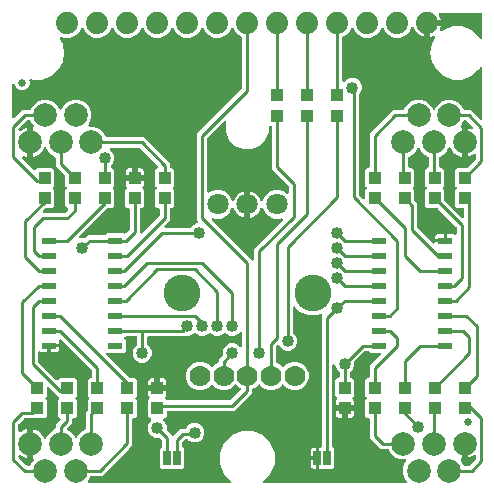
<source format=gbr>
G04 EAGLE Gerber RS-274X export*
G75*
%MOMM*%
%FSLAX34Y34*%
%LPD*%
%INTop Copper*%
%IPPOS*%
%AMOC8*
5,1,8,0,0,1.08239X$1,22.5*%
G01*
%ADD10C,2.000000*%
%ADD11R,1.200000X0.600000*%
%ADD12C,1.879600*%
%ADD13R,1.000000X1.100000*%
%ADD14C,0.635000*%
%ADD15C,1.800000*%
%ADD16C,1.778000*%
%ADD17C,3.116000*%
%ADD18R,0.635000X1.270000*%
%ADD19C,1.016000*%
%ADD20C,0.254000*%

G36*
X188713Y4082D02*
X188713Y4082D01*
X188852Y4095D01*
X188871Y4102D01*
X188891Y4105D01*
X189020Y4156D01*
X189151Y4203D01*
X189168Y4214D01*
X189186Y4222D01*
X189299Y4303D01*
X189414Y4381D01*
X189427Y4397D01*
X189444Y4408D01*
X189533Y4516D01*
X189624Y4620D01*
X189634Y4638D01*
X189647Y4653D01*
X189706Y4779D01*
X189769Y4903D01*
X189773Y4923D01*
X189782Y4941D01*
X189808Y5077D01*
X189839Y5213D01*
X189838Y5234D01*
X189842Y5253D01*
X189833Y5392D01*
X189829Y5531D01*
X189823Y5551D01*
X189822Y5571D01*
X189779Y5703D01*
X189741Y5837D01*
X189730Y5854D01*
X189724Y5873D01*
X189650Y5991D01*
X189579Y6111D01*
X189561Y6132D01*
X189554Y6142D01*
X189539Y6156D01*
X189473Y6231D01*
X183660Y12044D01*
X180151Y20515D01*
X180151Y29685D01*
X183660Y38156D01*
X190144Y44640D01*
X198615Y48149D01*
X207785Y48149D01*
X216256Y44640D01*
X222740Y38156D01*
X226249Y29685D01*
X226249Y20515D01*
X222740Y12044D01*
X216927Y6231D01*
X216842Y6122D01*
X216753Y6015D01*
X216745Y5996D01*
X216732Y5980D01*
X216677Y5852D01*
X216618Y5727D01*
X216614Y5707D01*
X216606Y5688D01*
X216584Y5550D01*
X216558Y5414D01*
X216559Y5394D01*
X216556Y5374D01*
X216569Y5235D01*
X216578Y5097D01*
X216584Y5078D01*
X216586Y5058D01*
X216633Y4926D01*
X216676Y4795D01*
X216687Y4777D01*
X216694Y4758D01*
X216772Y4643D01*
X216846Y4526D01*
X216861Y4512D01*
X216872Y4495D01*
X216976Y4403D01*
X217078Y4308D01*
X217095Y4298D01*
X217111Y4285D01*
X217235Y4221D01*
X217356Y4154D01*
X217376Y4149D01*
X217394Y4140D01*
X217530Y4110D01*
X217664Y4075D01*
X217692Y4073D01*
X217704Y4070D01*
X217725Y4071D01*
X217825Y4065D01*
X337217Y4065D01*
X337355Y4082D01*
X337494Y4095D01*
X337513Y4102D01*
X337533Y4105D01*
X337662Y4156D01*
X337793Y4203D01*
X337810Y4214D01*
X337829Y4222D01*
X337941Y4303D01*
X338056Y4381D01*
X338070Y4397D01*
X338086Y4408D01*
X338175Y4516D01*
X338267Y4620D01*
X338276Y4638D01*
X338289Y4653D01*
X338348Y4779D01*
X338411Y4903D01*
X338416Y4923D01*
X338424Y4941D01*
X338450Y5078D01*
X338481Y5213D01*
X338480Y5234D01*
X338484Y5253D01*
X338475Y5392D01*
X338471Y5531D01*
X338466Y5551D01*
X338464Y5571D01*
X338422Y5703D01*
X338383Y5837D01*
X338372Y5854D01*
X338366Y5873D01*
X338292Y5991D01*
X338221Y6111D01*
X338203Y6132D01*
X338196Y6142D01*
X338181Y6156D01*
X338115Y6231D01*
X337138Y7208D01*
X335151Y12004D01*
X335151Y17196D01*
X337138Y21991D01*
X337531Y22384D01*
X337616Y22494D01*
X337705Y22601D01*
X337713Y22620D01*
X337726Y22636D01*
X337781Y22764D01*
X337840Y22889D01*
X337844Y22909D01*
X337852Y22928D01*
X337874Y23066D01*
X337900Y23202D01*
X337899Y23222D01*
X337902Y23242D01*
X337889Y23381D01*
X337880Y23519D01*
X337874Y23538D01*
X337872Y23558D01*
X337825Y23689D01*
X337782Y23821D01*
X337771Y23839D01*
X337765Y23858D01*
X337687Y23972D01*
X337612Y24090D01*
X337597Y24104D01*
X337586Y24121D01*
X337482Y24213D01*
X337380Y24308D01*
X337363Y24318D01*
X337348Y24331D01*
X337224Y24394D01*
X337102Y24462D01*
X337082Y24467D01*
X337064Y24476D01*
X336928Y24506D01*
X336794Y24541D01*
X336766Y24543D01*
X336754Y24546D01*
X336734Y24545D01*
X336633Y24551D01*
X332604Y24551D01*
X327809Y26538D01*
X324138Y30209D01*
X323190Y32498D01*
X323180Y32515D01*
X323176Y32528D01*
X323171Y32535D01*
X323166Y32551D01*
X323096Y32661D01*
X323032Y32774D01*
X323012Y32795D01*
X322996Y32820D01*
X322901Y32909D01*
X322811Y33002D01*
X322786Y33018D01*
X322764Y33038D01*
X322650Y33101D01*
X322540Y33169D01*
X322511Y33177D01*
X322486Y33192D01*
X322360Y33224D01*
X322236Y33262D01*
X322206Y33264D01*
X322178Y33271D01*
X322017Y33281D01*
X316211Y33281D01*
X306831Y42661D01*
X306831Y57882D01*
X306816Y58000D01*
X306809Y58119D01*
X306796Y58157D01*
X306791Y58198D01*
X306748Y58308D01*
X306711Y58421D01*
X306689Y58456D01*
X306674Y58493D01*
X306605Y58589D01*
X306541Y58690D01*
X306511Y58718D01*
X306488Y58751D01*
X306396Y58827D01*
X306309Y58908D01*
X306274Y58928D01*
X306243Y58953D01*
X306135Y59004D01*
X306031Y59062D01*
X305991Y59072D01*
X305955Y59089D01*
X305838Y59111D01*
X305723Y59141D01*
X305663Y59145D01*
X305643Y59149D01*
X305622Y59147D01*
X305562Y59151D01*
X304887Y59151D01*
X303101Y60937D01*
X303101Y74463D01*
X303941Y75303D01*
X304014Y75397D01*
X304093Y75486D01*
X304111Y75522D01*
X304136Y75554D01*
X304183Y75663D01*
X304237Y75769D01*
X304246Y75808D01*
X304262Y75846D01*
X304281Y75963D01*
X304307Y76079D01*
X304306Y76120D01*
X304312Y76160D01*
X304301Y76278D01*
X304297Y76397D01*
X304286Y76436D01*
X304282Y76476D01*
X304242Y76588D01*
X304209Y76703D01*
X304188Y76738D01*
X304175Y76776D01*
X304108Y76874D01*
X304047Y76977D01*
X304008Y77022D01*
X303996Y77039D01*
X303981Y77052D01*
X303941Y77098D01*
X303101Y77937D01*
X303101Y91463D01*
X304887Y93249D01*
X305562Y93249D01*
X305680Y93264D01*
X305799Y93271D01*
X305837Y93284D01*
X305878Y93289D01*
X305988Y93332D01*
X306101Y93369D01*
X306136Y93391D01*
X306173Y93406D01*
X306269Y93475D01*
X306370Y93539D01*
X306398Y93569D01*
X306431Y93592D01*
X306507Y93684D01*
X306588Y93771D01*
X306608Y93806D01*
X306633Y93837D01*
X306684Y93945D01*
X306742Y94049D01*
X306752Y94089D01*
X306769Y94125D01*
X306791Y94242D01*
X306821Y94357D01*
X306825Y94417D01*
X306829Y94437D01*
X306827Y94458D01*
X306831Y94518D01*
X306831Y103389D01*
X315877Y112435D01*
X315962Y112544D01*
X316051Y112651D01*
X316059Y112670D01*
X316072Y112686D01*
X316127Y112814D01*
X316186Y112939D01*
X316190Y112959D01*
X316198Y112978D01*
X316220Y113116D01*
X316246Y113252D01*
X316245Y113272D01*
X316248Y113292D01*
X316235Y113431D01*
X316226Y113569D01*
X316220Y113588D01*
X316218Y113608D01*
X316171Y113740D01*
X316128Y113871D01*
X316118Y113889D01*
X316111Y113908D01*
X316033Y114023D01*
X315958Y114140D01*
X315943Y114154D01*
X315932Y114171D01*
X315828Y114263D01*
X315727Y114358D01*
X315709Y114368D01*
X315694Y114381D01*
X315570Y114445D01*
X315448Y114512D01*
X315428Y114517D01*
X315410Y114526D01*
X315275Y114556D01*
X315140Y114591D01*
X315112Y114593D01*
X315100Y114596D01*
X315080Y114595D01*
X314979Y114601D01*
X307637Y114601D01*
X306279Y115960D01*
X306201Y116020D01*
X306129Y116088D01*
X306076Y116117D01*
X306028Y116154D01*
X305937Y116194D01*
X305850Y116242D01*
X305792Y116257D01*
X305736Y116281D01*
X305638Y116296D01*
X305542Y116321D01*
X305442Y116327D01*
X305422Y116331D01*
X305409Y116329D01*
X305381Y116331D01*
X303305Y116331D01*
X303206Y116319D01*
X303107Y116316D01*
X303049Y116299D01*
X302989Y116291D01*
X302897Y116255D01*
X302802Y116227D01*
X302750Y116197D01*
X302693Y116174D01*
X302613Y116116D01*
X302528Y116066D01*
X302453Y116000D01*
X302436Y115988D01*
X302428Y115978D01*
X302407Y115960D01*
X294250Y107803D01*
X294190Y107725D01*
X294122Y107653D01*
X294093Y107600D01*
X294056Y107552D01*
X294016Y107461D01*
X293968Y107374D01*
X293953Y107315D01*
X293929Y107260D01*
X293914Y107162D01*
X293889Y107066D01*
X293883Y106966D01*
X293879Y106946D01*
X293881Y106933D01*
X293879Y106905D01*
X293879Y103793D01*
X292641Y100805D01*
X290440Y98605D01*
X290380Y98526D01*
X290312Y98454D01*
X290283Y98401D01*
X290246Y98353D01*
X290206Y98262D01*
X290158Y98176D01*
X290143Y98117D01*
X290119Y98062D01*
X290104Y97964D01*
X290079Y97868D01*
X290073Y97768D01*
X290069Y97747D01*
X290071Y97735D01*
X290069Y97707D01*
X290069Y94518D01*
X290084Y94400D01*
X290091Y94281D01*
X290104Y94243D01*
X290109Y94202D01*
X290152Y94092D01*
X290189Y93979D01*
X290211Y93944D01*
X290226Y93907D01*
X290295Y93811D01*
X290359Y93710D01*
X290389Y93682D01*
X290412Y93649D01*
X290504Y93573D01*
X290591Y93492D01*
X290626Y93472D01*
X290657Y93447D01*
X290765Y93396D01*
X290869Y93338D01*
X290909Y93328D01*
X290945Y93311D01*
X291062Y93289D01*
X291177Y93259D01*
X291237Y93255D01*
X291257Y93251D01*
X291278Y93253D01*
X291338Y93249D01*
X292013Y93249D01*
X293799Y91463D01*
X293799Y77937D01*
X292600Y76738D01*
X292527Y76644D01*
X292448Y76555D01*
X292430Y76519D01*
X292405Y76487D01*
X292358Y76378D01*
X292303Y76272D01*
X292295Y76232D01*
X292279Y76195D01*
X292260Y76077D01*
X292234Y75961D01*
X292235Y75921D01*
X292229Y75881D01*
X292240Y75762D01*
X292244Y75643D01*
X292255Y75605D01*
X292259Y75564D01*
X292299Y75452D01*
X292332Y75338D01*
X292352Y75303D01*
X292366Y75265D01*
X292433Y75167D01*
X292493Y75064D01*
X292533Y75019D01*
X292545Y75002D01*
X292560Y74988D01*
X292600Y74943D01*
X292783Y74760D01*
X293118Y74181D01*
X293291Y73534D01*
X293291Y70199D01*
X286980Y70199D01*
X286862Y70184D01*
X286743Y70177D01*
X286705Y70164D01*
X286665Y70159D01*
X286554Y70116D01*
X286441Y70079D01*
X286407Y70057D01*
X286369Y70042D01*
X286273Y69973D01*
X286172Y69909D01*
X286144Y69879D01*
X286112Y69856D01*
X286036Y69764D01*
X285954Y69677D01*
X285935Y69642D01*
X285909Y69611D01*
X285858Y69503D01*
X285801Y69399D01*
X285791Y69359D01*
X285773Y69323D01*
X285753Y69216D01*
X285749Y69246D01*
X285705Y69356D01*
X285669Y69469D01*
X285647Y69504D01*
X285632Y69541D01*
X285562Y69637D01*
X285499Y69738D01*
X285469Y69766D01*
X285445Y69799D01*
X285354Y69875D01*
X285267Y69956D01*
X285232Y69976D01*
X285200Y70001D01*
X285093Y70052D01*
X284988Y70110D01*
X284949Y70120D01*
X284913Y70137D01*
X284796Y70159D01*
X284680Y70189D01*
X284620Y70193D01*
X284600Y70197D01*
X284580Y70195D01*
X284520Y70199D01*
X278209Y70199D01*
X278209Y73534D01*
X278382Y74181D01*
X278717Y74760D01*
X278900Y74943D01*
X278973Y75037D01*
X279052Y75127D01*
X279070Y75163D01*
X279095Y75194D01*
X279142Y75304D01*
X279197Y75410D01*
X279205Y75449D01*
X279221Y75486D01*
X279240Y75604D01*
X279266Y75720D01*
X279265Y75761D01*
X279271Y75800D01*
X279260Y75919D01*
X279257Y76038D01*
X279245Y76077D01*
X279241Y76117D01*
X279201Y76229D01*
X279168Y76343D01*
X279148Y76378D01*
X279134Y76416D01*
X279067Y76515D01*
X279007Y76617D01*
X278967Y76663D01*
X278955Y76679D01*
X278940Y76693D01*
X278900Y76738D01*
X277701Y77937D01*
X277701Y91463D01*
X279487Y93249D01*
X280162Y93249D01*
X280280Y93264D01*
X280399Y93271D01*
X280437Y93284D01*
X280478Y93289D01*
X280588Y93332D01*
X280701Y93369D01*
X280736Y93391D01*
X280773Y93406D01*
X280869Y93475D01*
X280970Y93539D01*
X280998Y93569D01*
X281031Y93592D01*
X281107Y93684D01*
X281188Y93771D01*
X281208Y93806D01*
X281233Y93837D01*
X281284Y93945D01*
X281342Y94049D01*
X281352Y94089D01*
X281369Y94125D01*
X281391Y94242D01*
X281421Y94357D01*
X281425Y94417D01*
X281429Y94437D01*
X281427Y94458D01*
X281431Y94518D01*
X281431Y97707D01*
X281419Y97805D01*
X281416Y97904D01*
X281399Y97963D01*
X281391Y98023D01*
X281355Y98115D01*
X281327Y98210D01*
X281297Y98262D01*
X281274Y98318D01*
X281216Y98398D01*
X281166Y98484D01*
X281100Y98559D01*
X281088Y98576D01*
X281078Y98584D01*
X281060Y98605D01*
X278859Y100805D01*
X277580Y103894D01*
X277545Y103954D01*
X277519Y104019D01*
X277467Y104092D01*
X277422Y104170D01*
X277374Y104220D01*
X277333Y104277D01*
X277263Y104334D01*
X277201Y104398D01*
X277141Y104435D01*
X277088Y104479D01*
X277006Y104518D01*
X276930Y104565D01*
X276863Y104585D01*
X276800Y104615D01*
X276712Y104632D01*
X276626Y104658D01*
X276556Y104662D01*
X276487Y104675D01*
X276398Y104669D01*
X276308Y104673D01*
X276240Y104659D01*
X276170Y104655D01*
X276085Y104627D01*
X275997Y104609D01*
X275934Y104578D01*
X275868Y104557D01*
X275792Y104509D01*
X275711Y104469D01*
X275658Y104424D01*
X275599Y104387D01*
X275537Y104321D01*
X275469Y104263D01*
X275429Y104206D01*
X275381Y104155D01*
X275338Y104076D01*
X275286Y104003D01*
X275261Y103938D01*
X275227Y103877D01*
X275205Y103790D01*
X275173Y103706D01*
X275165Y103636D01*
X275148Y103569D01*
X275138Y103408D01*
X275138Y35444D01*
X275150Y35345D01*
X275153Y35246D01*
X275170Y35188D01*
X275178Y35128D01*
X275214Y35036D01*
X275242Y34941D01*
X275272Y34889D01*
X275295Y34832D01*
X275353Y34752D01*
X275403Y34667D01*
X275469Y34592D01*
X275481Y34575D01*
X275491Y34567D01*
X275509Y34546D01*
X277043Y33013D01*
X277043Y17787D01*
X275257Y16001D01*
X266381Y16001D01*
X266245Y16138D01*
X266167Y16198D01*
X266095Y16266D01*
X266042Y16295D01*
X265994Y16332D01*
X265903Y16372D01*
X265816Y16420D01*
X265757Y16435D01*
X265702Y16459D01*
X265604Y16474D01*
X265508Y16499D01*
X265408Y16505D01*
X265388Y16509D01*
X265375Y16507D01*
X265347Y16509D01*
X264168Y16509D01*
X264168Y25082D01*
X264153Y25201D01*
X264145Y25319D01*
X264133Y25358D01*
X264128Y25398D01*
X264122Y25412D01*
X264128Y25442D01*
X264158Y25557D01*
X264161Y25617D01*
X264165Y25637D01*
X264164Y25658D01*
X264168Y25718D01*
X264168Y34291D01*
X265231Y34291D01*
X265349Y34306D01*
X265468Y34313D01*
X265506Y34326D01*
X265547Y34331D01*
X265657Y34374D01*
X265770Y34411D01*
X265805Y34433D01*
X265842Y34448D01*
X265938Y34517D01*
X266039Y34581D01*
X266067Y34611D01*
X266100Y34634D01*
X266176Y34726D01*
X266257Y34813D01*
X266277Y34848D01*
X266302Y34879D01*
X266353Y34987D01*
X266411Y35091D01*
X266421Y35131D01*
X266438Y35167D01*
X266460Y35284D01*
X266490Y35399D01*
X266494Y35459D01*
X266498Y35479D01*
X266496Y35500D01*
X266500Y35560D01*
X266500Y145649D01*
X266552Y145716D01*
X266580Y145780D01*
X266617Y145840D01*
X266643Y145926D01*
X266679Y146008D01*
X266690Y146077D01*
X266710Y146144D01*
X266715Y146234D01*
X266729Y146322D01*
X266722Y146392D01*
X266725Y146462D01*
X266707Y146550D01*
X266699Y146639D01*
X266675Y146705D01*
X266661Y146773D01*
X266622Y146854D01*
X266591Y146938D01*
X266552Y146996D01*
X266521Y147059D01*
X266463Y147127D01*
X266413Y147201D01*
X266361Y147247D01*
X266315Y147301D01*
X266242Y147353D01*
X266174Y147412D01*
X266112Y147444D01*
X266055Y147484D01*
X265971Y147516D01*
X265891Y147557D01*
X265823Y147572D01*
X265758Y147597D01*
X265668Y147607D01*
X265581Y147626D01*
X265511Y147624D01*
X265442Y147632D01*
X265353Y147619D01*
X265263Y147617D01*
X265196Y147597D01*
X265127Y147587D01*
X264974Y147535D01*
X262406Y146471D01*
X254994Y146471D01*
X248148Y149307D01*
X243975Y153480D01*
X243892Y153545D01*
X243840Y153593D01*
X243814Y153607D01*
X243759Y153653D01*
X243740Y153662D01*
X243724Y153674D01*
X243596Y153730D01*
X243566Y153744D01*
X243562Y153747D01*
X243560Y153747D01*
X243471Y153789D01*
X243451Y153793D01*
X243432Y153801D01*
X243294Y153823D01*
X243158Y153849D01*
X243138Y153847D01*
X243118Y153851D01*
X242979Y153838D01*
X242841Y153829D01*
X242822Y153823D01*
X242802Y153821D01*
X242670Y153774D01*
X242539Y153731D01*
X242521Y153720D01*
X242502Y153713D01*
X242387Y153635D01*
X242270Y153561D01*
X242256Y153546D01*
X242239Y153535D01*
X242147Y153430D01*
X242052Y153329D01*
X242042Y153311D01*
X242029Y153296D01*
X241965Y153172D01*
X241898Y153051D01*
X241893Y153031D01*
X241884Y153013D01*
X241873Y152964D01*
X241871Y152960D01*
X241865Y152926D01*
X241854Y152877D01*
X241819Y152743D01*
X241817Y152715D01*
X241814Y152703D01*
X241815Y152682D01*
X241814Y152660D01*
X241811Y152647D01*
X241812Y152635D01*
X241809Y152582D01*
X241809Y132163D01*
X241821Y132065D01*
X241824Y131966D01*
X241841Y131907D01*
X241849Y131847D01*
X241885Y131755D01*
X241913Y131660D01*
X241943Y131608D01*
X241966Y131552D01*
X242024Y131471D01*
X242074Y131386D01*
X242140Y131311D01*
X242152Y131294D01*
X242162Y131286D01*
X242180Y131265D01*
X244381Y129065D01*
X245619Y126077D01*
X245619Y122843D01*
X244381Y119855D01*
X242095Y117569D01*
X239107Y116331D01*
X235873Y116331D01*
X232885Y117569D01*
X230599Y119855D01*
X230437Y120247D01*
X230412Y120290D01*
X230395Y120337D01*
X230334Y120428D01*
X230279Y120523D01*
X230244Y120559D01*
X230217Y120600D01*
X230134Y120673D01*
X230058Y120752D01*
X230015Y120778D01*
X229978Y120811D01*
X229880Y120861D01*
X229787Y120918D01*
X229739Y120933D01*
X229695Y120955D01*
X229588Y120979D01*
X229483Y121012D01*
X229433Y121014D01*
X229385Y121025D01*
X229275Y121022D01*
X229165Y121027D01*
X229116Y121017D01*
X229067Y121015D01*
X228961Y120985D01*
X228854Y120962D01*
X228809Y120941D01*
X228761Y120927D01*
X228667Y120871D01*
X228568Y120823D01*
X228530Y120791D01*
X228487Y120765D01*
X228366Y120659D01*
X227890Y120183D01*
X227830Y120105D01*
X227762Y120032D01*
X227733Y119979D01*
X227696Y119932D01*
X227656Y119841D01*
X227608Y119754D01*
X227593Y119695D01*
X227569Y119640D01*
X227554Y119542D01*
X227529Y119446D01*
X227523Y119346D01*
X227519Y119326D01*
X227521Y119313D01*
X227519Y119285D01*
X227519Y107082D01*
X227522Y107052D01*
X227520Y107023D01*
X227542Y106895D01*
X227559Y106766D01*
X227569Y106739D01*
X227574Y106710D01*
X227628Y106591D01*
X227676Y106470D01*
X227693Y106447D01*
X227705Y106420D01*
X227786Y106318D01*
X227862Y106213D01*
X227885Y106194D01*
X227904Y106171D01*
X228007Y106093D01*
X228107Y106010D01*
X228134Y105998D01*
X228158Y105980D01*
X228302Y105909D01*
X229963Y105221D01*
X232302Y102881D01*
X232397Y102808D01*
X232486Y102730D01*
X232522Y102711D01*
X232554Y102686D01*
X232663Y102639D01*
X232769Y102585D01*
X232808Y102576D01*
X232846Y102560D01*
X232963Y102541D01*
X233079Y102515D01*
X233120Y102517D01*
X233160Y102510D01*
X233278Y102521D01*
X233397Y102525D01*
X233436Y102536D01*
X233476Y102540D01*
X233589Y102580D01*
X233703Y102613D01*
X233737Y102634D01*
X233776Y102648D01*
X233874Y102715D01*
X233977Y102775D01*
X234022Y102815D01*
X234039Y102826D01*
X234052Y102842D01*
X234097Y102881D01*
X236437Y105221D01*
X240825Y107039D01*
X245575Y107039D01*
X249963Y105221D01*
X253321Y101863D01*
X255139Y97475D01*
X255139Y92725D01*
X253321Y88337D01*
X249963Y84979D01*
X245575Y83161D01*
X240825Y83161D01*
X236437Y84979D01*
X234097Y87319D01*
X234003Y87392D01*
X233914Y87470D01*
X233878Y87489D01*
X233846Y87514D01*
X233737Y87561D01*
X233631Y87615D01*
X233592Y87624D01*
X233554Y87640D01*
X233437Y87659D01*
X233321Y87685D01*
X233280Y87683D01*
X233240Y87690D01*
X233122Y87679D01*
X233003Y87675D01*
X232964Y87664D01*
X232924Y87660D01*
X232812Y87620D01*
X232697Y87587D01*
X232662Y87566D01*
X232624Y87552D01*
X232526Y87485D01*
X232423Y87425D01*
X232378Y87385D01*
X232361Y87374D01*
X232348Y87358D01*
X232302Y87319D01*
X229963Y84979D01*
X225575Y83161D01*
X220825Y83161D01*
X216437Y84979D01*
X214098Y87319D01*
X214003Y87392D01*
X213914Y87470D01*
X213878Y87489D01*
X213846Y87514D01*
X213737Y87561D01*
X213631Y87615D01*
X213592Y87624D01*
X213554Y87640D01*
X213437Y87659D01*
X213321Y87685D01*
X213280Y87683D01*
X213240Y87690D01*
X213122Y87679D01*
X213003Y87675D01*
X212964Y87664D01*
X212924Y87660D01*
X212811Y87620D01*
X212697Y87587D01*
X212663Y87566D01*
X212624Y87552D01*
X212526Y87485D01*
X212423Y87425D01*
X212378Y87385D01*
X212361Y87374D01*
X212348Y87358D01*
X212303Y87319D01*
X209963Y84979D01*
X208302Y84291D01*
X208277Y84276D01*
X208249Y84267D01*
X208139Y84198D01*
X208026Y84133D01*
X208005Y84113D01*
X207980Y84097D01*
X207891Y84002D01*
X207798Y83912D01*
X207782Y83887D01*
X207762Y83866D01*
X207699Y83752D01*
X207631Y83641D01*
X207623Y83613D01*
X207608Y83587D01*
X207576Y83461D01*
X207538Y83337D01*
X207536Y83308D01*
X207529Y83279D01*
X207519Y83118D01*
X207519Y80761D01*
X192289Y65531D01*
X136318Y65531D01*
X136200Y65516D01*
X136081Y65509D01*
X136043Y65496D01*
X136002Y65491D01*
X135892Y65448D01*
X135779Y65411D01*
X135744Y65389D01*
X135707Y65374D01*
X135611Y65305D01*
X135510Y65241D01*
X135482Y65211D01*
X135449Y65188D01*
X135373Y65096D01*
X135292Y65009D01*
X135272Y64974D01*
X135247Y64943D01*
X135196Y64835D01*
X135138Y64731D01*
X135128Y64691D01*
X135111Y64655D01*
X135089Y64538D01*
X135059Y64423D01*
X135055Y64363D01*
X135051Y64343D01*
X135053Y64322D01*
X135049Y64262D01*
X135049Y60937D01*
X133263Y59151D01*
X133209Y59151D01*
X133071Y59134D01*
X132932Y59121D01*
X132913Y59114D01*
X132893Y59111D01*
X132764Y59060D01*
X132633Y59013D01*
X132616Y59002D01*
X132598Y58994D01*
X132485Y58913D01*
X132370Y58835D01*
X132357Y58819D01*
X132340Y58808D01*
X132251Y58700D01*
X132159Y58596D01*
X132150Y58578D01*
X132137Y58563D01*
X132078Y58437D01*
X132015Y58313D01*
X132010Y58293D01*
X132002Y58275D01*
X131976Y58138D01*
X131945Y58003D01*
X131946Y57982D01*
X131942Y57963D01*
X131951Y57824D01*
X131955Y57685D01*
X131961Y57665D01*
X131962Y57645D01*
X132005Y57513D01*
X132043Y57379D01*
X132054Y57362D01*
X132060Y57343D01*
X132134Y57225D01*
X132205Y57105D01*
X132223Y57084D01*
X132230Y57074D01*
X132245Y57060D01*
X132311Y56985D01*
X133891Y55405D01*
X135129Y52417D01*
X135129Y49305D01*
X135141Y49206D01*
X135144Y49107D01*
X135161Y49049D01*
X135169Y48989D01*
X135205Y48897D01*
X135233Y48802D01*
X135263Y48750D01*
X135286Y48693D01*
X135344Y48613D01*
X135394Y48528D01*
X135460Y48453D01*
X135472Y48436D01*
X135482Y48428D01*
X135500Y48407D01*
X139438Y44470D01*
X139532Y44397D01*
X139621Y44318D01*
X139657Y44300D01*
X139689Y44275D01*
X139798Y44228D01*
X139904Y44174D01*
X139943Y44165D01*
X139981Y44149D01*
X140098Y44130D01*
X140214Y44104D01*
X140255Y44105D01*
X140295Y44099D01*
X140413Y44110D01*
X140532Y44114D01*
X140571Y44125D01*
X140611Y44129D01*
X140723Y44169D01*
X140838Y44202D01*
X140873Y44223D01*
X140911Y44236D01*
X141009Y44303D01*
X141112Y44364D01*
X141157Y44404D01*
X141174Y44415D01*
X141187Y44430D01*
X141233Y44470D01*
X143900Y47137D01*
X146801Y50039D01*
X150366Y50039D01*
X150396Y50042D01*
X150425Y50040D01*
X150553Y50062D01*
X150682Y50079D01*
X150709Y50089D01*
X150738Y50094D01*
X150857Y50148D01*
X150977Y50196D01*
X151001Y50213D01*
X151028Y50225D01*
X151130Y50306D01*
X151235Y50382D01*
X151254Y50405D01*
X151277Y50424D01*
X151355Y50527D01*
X151438Y50627D01*
X151450Y50654D01*
X151468Y50678D01*
X151539Y50822D01*
X151859Y51595D01*
X154145Y53881D01*
X157133Y55119D01*
X160367Y55119D01*
X163355Y53881D01*
X165641Y51595D01*
X166879Y48607D01*
X166879Y45373D01*
X165641Y42385D01*
X163355Y40099D01*
X160367Y38861D01*
X157133Y38861D01*
X154145Y40099D01*
X153215Y41029D01*
X153137Y41090D01*
X153064Y41158D01*
X153011Y41187D01*
X152963Y41224D01*
X152873Y41264D01*
X152786Y41312D01*
X152727Y41327D01*
X152672Y41351D01*
X152574Y41366D01*
X152478Y41391D01*
X152378Y41397D01*
X152358Y41401D01*
X152345Y41399D01*
X152317Y41401D01*
X150905Y41401D01*
X150806Y41389D01*
X150707Y41386D01*
X150649Y41369D01*
X150589Y41361D01*
X150497Y41325D01*
X150402Y41297D01*
X150350Y41267D01*
X150293Y41244D01*
X150213Y41186D01*
X150128Y41136D01*
X150053Y41070D01*
X150036Y41058D01*
X150028Y41048D01*
X150007Y41030D01*
X148509Y39532D01*
X148449Y39454D01*
X148381Y39381D01*
X148352Y39328D01*
X148315Y39281D01*
X148275Y39190D01*
X148227Y39103D01*
X148212Y39044D01*
X148188Y38989D01*
X148173Y38891D01*
X148148Y38795D01*
X148142Y38695D01*
X148138Y38675D01*
X148140Y38662D01*
X148138Y38634D01*
X148138Y35444D01*
X148150Y35345D01*
X148153Y35246D01*
X148170Y35188D01*
X148178Y35128D01*
X148214Y35036D01*
X148242Y34941D01*
X148272Y34889D01*
X148295Y34832D01*
X148353Y34752D01*
X148403Y34667D01*
X148469Y34592D01*
X148481Y34575D01*
X148491Y34567D01*
X148509Y34546D01*
X150043Y33013D01*
X150043Y17787D01*
X148257Y16001D01*
X131143Y16001D01*
X129357Y17787D01*
X129357Y33013D01*
X130891Y34546D01*
X130951Y34624D01*
X131019Y34696D01*
X131048Y34749D01*
X131085Y34797D01*
X131125Y34888D01*
X131173Y34975D01*
X131188Y35034D01*
X131212Y35089D01*
X131227Y35187D01*
X131252Y35283D01*
X131258Y35383D01*
X131262Y35403D01*
X131260Y35416D01*
X131262Y35444D01*
X131262Y39904D01*
X131250Y40003D01*
X131247Y40102D01*
X131230Y40160D01*
X131222Y40220D01*
X131186Y40312D01*
X131158Y40407D01*
X131128Y40459D01*
X131105Y40516D01*
X131047Y40596D01*
X130997Y40681D01*
X130931Y40756D01*
X130919Y40773D01*
X130909Y40781D01*
X130891Y40802D01*
X129393Y42300D01*
X129315Y42360D01*
X129242Y42428D01*
X129189Y42457D01*
X129142Y42494D01*
X129051Y42534D01*
X128964Y42582D01*
X128905Y42597D01*
X128850Y42621D01*
X128752Y42636D01*
X128656Y42661D01*
X128556Y42667D01*
X128536Y42671D01*
X128523Y42669D01*
X128495Y42671D01*
X125383Y42671D01*
X122395Y43909D01*
X120109Y46195D01*
X118871Y49183D01*
X118871Y52417D01*
X120109Y55405D01*
X121689Y56985D01*
X121774Y57094D01*
X121863Y57201D01*
X121871Y57220D01*
X121884Y57236D01*
X121939Y57364D01*
X121998Y57489D01*
X122002Y57509D01*
X122010Y57528D01*
X122032Y57666D01*
X122058Y57802D01*
X122057Y57822D01*
X122060Y57842D01*
X122047Y57981D01*
X122038Y58119D01*
X122032Y58138D01*
X122030Y58158D01*
X121983Y58290D01*
X121940Y58421D01*
X121929Y58439D01*
X121922Y58458D01*
X121844Y58573D01*
X121770Y58690D01*
X121755Y58704D01*
X121744Y58721D01*
X121640Y58813D01*
X121538Y58908D01*
X121521Y58918D01*
X121505Y58931D01*
X121381Y58995D01*
X121260Y59062D01*
X121240Y59067D01*
X121222Y59076D01*
X121086Y59106D01*
X120952Y59141D01*
X120924Y59143D01*
X120912Y59146D01*
X120891Y59145D01*
X120791Y59151D01*
X120737Y59151D01*
X118951Y60937D01*
X118951Y74463D01*
X120150Y75662D01*
X120223Y75756D01*
X120302Y75845D01*
X120320Y75881D01*
X120345Y75913D01*
X120392Y76022D01*
X120447Y76128D01*
X120455Y76168D01*
X120471Y76205D01*
X120490Y76322D01*
X120516Y76439D01*
X120515Y76479D01*
X120521Y76519D01*
X120510Y76638D01*
X120506Y76757D01*
X120495Y76795D01*
X120491Y76836D01*
X120451Y76948D01*
X120418Y77062D01*
X120398Y77097D01*
X120384Y77135D01*
X120317Y77233D01*
X120257Y77336D01*
X120217Y77381D01*
X120205Y77398D01*
X120190Y77412D01*
X120150Y77457D01*
X119967Y77640D01*
X119632Y78219D01*
X119459Y78866D01*
X119459Y82201D01*
X125770Y82201D01*
X125888Y82216D01*
X126007Y82223D01*
X126045Y82235D01*
X126085Y82241D01*
X126196Y82284D01*
X126309Y82321D01*
X126343Y82343D01*
X126381Y82358D01*
X126477Y82427D01*
X126578Y82491D01*
X126606Y82521D01*
X126638Y82544D01*
X126714Y82636D01*
X126796Y82723D01*
X126815Y82758D01*
X126841Y82789D01*
X126892Y82897D01*
X126949Y83001D01*
X126959Y83041D01*
X126977Y83077D01*
X126997Y83184D01*
X127001Y83154D01*
X127045Y83044D01*
X127081Y82931D01*
X127103Y82896D01*
X127118Y82859D01*
X127188Y82762D01*
X127251Y82662D01*
X127281Y82634D01*
X127305Y82601D01*
X127396Y82525D01*
X127483Y82444D01*
X127518Y82424D01*
X127550Y82399D01*
X127657Y82348D01*
X127762Y82290D01*
X127801Y82280D01*
X127837Y82263D01*
X127954Y82241D01*
X128070Y82211D01*
X128130Y82207D01*
X128150Y82203D01*
X128170Y82205D01*
X128230Y82201D01*
X134541Y82201D01*
X134541Y78866D01*
X134368Y78219D01*
X134033Y77640D01*
X133850Y77457D01*
X133777Y77363D01*
X133698Y77273D01*
X133680Y77238D01*
X133655Y77206D01*
X133607Y77096D01*
X133553Y76990D01*
X133545Y76951D01*
X133529Y76914D01*
X133510Y76796D01*
X133484Y76680D01*
X133485Y76639D01*
X133479Y76600D01*
X133490Y76481D01*
X133493Y76362D01*
X133505Y76323D01*
X133509Y76283D01*
X133549Y76171D01*
X133582Y76057D01*
X133602Y76022D01*
X133616Y75984D01*
X133683Y75885D01*
X133743Y75783D01*
X133783Y75737D01*
X133795Y75721D01*
X133810Y75707D01*
X133850Y75662D01*
X134971Y74541D01*
X135049Y74480D01*
X135121Y74412D01*
X135175Y74383D01*
X135222Y74346D01*
X135313Y74306D01*
X135400Y74258D01*
X135459Y74243D01*
X135514Y74219D01*
X135612Y74204D01*
X135708Y74179D01*
X135808Y74173D01*
X135828Y74169D01*
X135841Y74171D01*
X135869Y74169D01*
X188185Y74169D01*
X188284Y74181D01*
X188383Y74184D01*
X188441Y74201D01*
X188501Y74209D01*
X188593Y74245D01*
X188688Y74273D01*
X188740Y74303D01*
X188797Y74326D01*
X188877Y74384D01*
X188962Y74434D01*
X189037Y74500D01*
X189054Y74512D01*
X189062Y74522D01*
X189083Y74540D01*
X197275Y82732D01*
X197305Y82772D01*
X197342Y82805D01*
X197402Y82897D01*
X197470Y82984D01*
X197489Y83029D01*
X197517Y83071D01*
X197552Y83174D01*
X197596Y83275D01*
X197604Y83325D01*
X197620Y83372D01*
X197629Y83481D01*
X197646Y83590D01*
X197641Y83639D01*
X197645Y83689D01*
X197626Y83797D01*
X197616Y83906D01*
X197599Y83953D01*
X197591Y84002D01*
X197546Y84102D01*
X197508Y84205D01*
X197481Y84247D01*
X197460Y84292D01*
X197392Y84378D01*
X197330Y84469D01*
X197293Y84501D01*
X197262Y84540D01*
X197174Y84606D01*
X197091Y84679D01*
X197047Y84702D01*
X197007Y84732D01*
X196863Y84803D01*
X196437Y84979D01*
X194097Y87319D01*
X194003Y87392D01*
X193914Y87470D01*
X193878Y87489D01*
X193846Y87514D01*
X193737Y87561D01*
X193631Y87615D01*
X193592Y87624D01*
X193554Y87640D01*
X193437Y87659D01*
X193321Y87685D01*
X193280Y87683D01*
X193240Y87690D01*
X193122Y87679D01*
X193003Y87675D01*
X192964Y87664D01*
X192924Y87660D01*
X192812Y87620D01*
X192697Y87587D01*
X192662Y87566D01*
X192624Y87552D01*
X192526Y87485D01*
X192423Y87425D01*
X192378Y87385D01*
X192361Y87374D01*
X192348Y87358D01*
X192302Y87319D01*
X189963Y84979D01*
X185575Y83161D01*
X180825Y83161D01*
X176437Y84979D01*
X174098Y87319D01*
X174003Y87392D01*
X173914Y87470D01*
X173878Y87489D01*
X173846Y87514D01*
X173737Y87561D01*
X173631Y87615D01*
X173592Y87624D01*
X173554Y87640D01*
X173437Y87659D01*
X173321Y87685D01*
X173280Y87683D01*
X173240Y87690D01*
X173122Y87679D01*
X173003Y87675D01*
X172964Y87664D01*
X172924Y87660D01*
X172811Y87620D01*
X172697Y87587D01*
X172663Y87566D01*
X172624Y87552D01*
X172526Y87485D01*
X172423Y87425D01*
X172378Y87385D01*
X172361Y87374D01*
X172348Y87358D01*
X172303Y87319D01*
X169963Y84979D01*
X165575Y83161D01*
X160825Y83161D01*
X156437Y84979D01*
X153079Y88337D01*
X151261Y92725D01*
X151261Y97475D01*
X153079Y101863D01*
X156437Y105221D01*
X160825Y107039D01*
X165575Y107039D01*
X169963Y105221D01*
X172303Y102881D01*
X172397Y102808D01*
X172486Y102730D01*
X172522Y102711D01*
X172554Y102686D01*
X172663Y102639D01*
X172769Y102585D01*
X172808Y102576D01*
X172846Y102560D01*
X172963Y102541D01*
X173079Y102515D01*
X173120Y102517D01*
X173160Y102510D01*
X173278Y102521D01*
X173397Y102525D01*
X173436Y102536D01*
X173476Y102540D01*
X173588Y102580D01*
X173703Y102613D01*
X173738Y102634D01*
X173776Y102648D01*
X173874Y102715D01*
X173977Y102775D01*
X174022Y102815D01*
X174039Y102826D01*
X174052Y102842D01*
X174098Y102881D01*
X176437Y105221D01*
X178098Y105909D01*
X178123Y105924D01*
X178151Y105933D01*
X178261Y106002D01*
X178374Y106067D01*
X178395Y106087D01*
X178420Y106103D01*
X178509Y106198D01*
X178602Y106288D01*
X178618Y106313D01*
X178638Y106334D01*
X178701Y106448D01*
X178769Y106559D01*
X178777Y106587D01*
X178792Y106613D01*
X178824Y106739D01*
X178862Y106863D01*
X178864Y106892D01*
X178871Y106921D01*
X178881Y107082D01*
X178881Y108789D01*
X181783Y111690D01*
X182000Y111907D01*
X182060Y111985D01*
X182128Y112057D01*
X182157Y112110D01*
X182194Y112158D01*
X182234Y112249D01*
X182282Y112336D01*
X182297Y112395D01*
X182321Y112450D01*
X182336Y112548D01*
X182361Y112644D01*
X182367Y112744D01*
X182371Y112764D01*
X182369Y112777D01*
X182371Y112805D01*
X182371Y115917D01*
X183609Y118905D01*
X185895Y121191D01*
X188883Y122429D01*
X192117Y122429D01*
X195105Y121191D01*
X196715Y119581D01*
X196824Y119496D01*
X196931Y119407D01*
X196950Y119399D01*
X196966Y119386D01*
X197094Y119331D01*
X197219Y119272D01*
X197239Y119268D01*
X197258Y119260D01*
X197396Y119238D01*
X197532Y119212D01*
X197552Y119213D01*
X197572Y119210D01*
X197711Y119223D01*
X197849Y119232D01*
X197868Y119238D01*
X197888Y119240D01*
X198020Y119287D01*
X198151Y119330D01*
X198169Y119341D01*
X198188Y119348D01*
X198303Y119426D01*
X198420Y119500D01*
X198434Y119515D01*
X198451Y119526D01*
X198543Y119630D01*
X198638Y119732D01*
X198648Y119749D01*
X198661Y119765D01*
X198725Y119889D01*
X198792Y120010D01*
X198797Y120030D01*
X198806Y120048D01*
X198836Y120184D01*
X198871Y120318D01*
X198873Y120346D01*
X198876Y120358D01*
X198875Y120379D01*
X198881Y120479D01*
X198881Y130981D01*
X198864Y131119D01*
X198851Y131258D01*
X198844Y131277D01*
X198841Y131297D01*
X198790Y131426D01*
X198743Y131557D01*
X198732Y131574D01*
X198724Y131592D01*
X198643Y131705D01*
X198565Y131820D01*
X198549Y131833D01*
X198538Y131850D01*
X198430Y131939D01*
X198326Y132031D01*
X198308Y132040D01*
X198293Y132053D01*
X198167Y132112D01*
X198043Y132175D01*
X198023Y132180D01*
X198005Y132188D01*
X197868Y132214D01*
X197733Y132245D01*
X197712Y132244D01*
X197693Y132248D01*
X197554Y132239D01*
X197415Y132235D01*
X197395Y132229D01*
X197375Y132228D01*
X197243Y132185D01*
X197109Y132147D01*
X197092Y132136D01*
X197073Y132130D01*
X196955Y132056D01*
X196835Y131985D01*
X196814Y131967D01*
X196804Y131960D01*
X196790Y131945D01*
X196715Y131879D01*
X195105Y130269D01*
X192117Y129031D01*
X188883Y129031D01*
X185895Y130269D01*
X185047Y131117D01*
X184953Y131190D01*
X184864Y131268D01*
X184828Y131287D01*
X184796Y131312D01*
X184687Y131359D01*
X184581Y131413D01*
X184542Y131422D01*
X184504Y131438D01*
X184387Y131457D01*
X184271Y131483D01*
X184230Y131482D01*
X184190Y131488D01*
X184072Y131477D01*
X183953Y131473D01*
X183914Y131462D01*
X183874Y131458D01*
X183762Y131418D01*
X183647Y131385D01*
X183612Y131364D01*
X183574Y131350D01*
X183476Y131284D01*
X183373Y131223D01*
X183328Y131183D01*
X183311Y131172D01*
X183298Y131157D01*
X183252Y131117D01*
X182405Y130269D01*
X179417Y129031D01*
X176183Y129031D01*
X173195Y130269D01*
X172348Y131117D01*
X172254Y131190D01*
X172164Y131268D01*
X172128Y131287D01*
X172096Y131312D01*
X171987Y131359D01*
X171881Y131413D01*
X171842Y131422D01*
X171804Y131438D01*
X171687Y131457D01*
X171571Y131483D01*
X171530Y131482D01*
X171490Y131488D01*
X171372Y131477D01*
X171253Y131473D01*
X171214Y131462D01*
X171174Y131458D01*
X171061Y131418D01*
X170947Y131385D01*
X170913Y131364D01*
X170874Y131350D01*
X170776Y131284D01*
X170673Y131223D01*
X170628Y131183D01*
X170611Y131172D01*
X170598Y131157D01*
X170553Y131117D01*
X169705Y130269D01*
X166717Y129031D01*
X163483Y129031D01*
X160495Y130269D01*
X159647Y131117D01*
X159553Y131190D01*
X159464Y131268D01*
X159428Y131287D01*
X159396Y131312D01*
X159287Y131359D01*
X159181Y131413D01*
X159142Y131422D01*
X159104Y131438D01*
X158987Y131457D01*
X158871Y131483D01*
X158830Y131482D01*
X158790Y131488D01*
X158672Y131477D01*
X158553Y131473D01*
X158514Y131462D01*
X158474Y131458D01*
X158362Y131418D01*
X158247Y131385D01*
X158212Y131364D01*
X158174Y131350D01*
X158076Y131284D01*
X157973Y131223D01*
X157928Y131183D01*
X157911Y131172D01*
X157898Y131157D01*
X157852Y131117D01*
X157005Y130269D01*
X154017Y129031D01*
X119888Y129031D01*
X119770Y129016D01*
X119651Y129009D01*
X119613Y128996D01*
X119572Y128991D01*
X119462Y128948D01*
X119349Y128911D01*
X119314Y128889D01*
X119277Y128874D01*
X119181Y128805D01*
X119080Y128741D01*
X119052Y128711D01*
X119019Y128688D01*
X118943Y128596D01*
X118862Y128509D01*
X118842Y128474D01*
X118817Y128443D01*
X118766Y128335D01*
X118708Y128231D01*
X118698Y128191D01*
X118681Y128155D01*
X118659Y128038D01*
X118629Y127923D01*
X118625Y127863D01*
X118621Y127843D01*
X118623Y127822D01*
X118619Y127762D01*
X118619Y122003D01*
X118631Y121905D01*
X118634Y121806D01*
X118651Y121747D01*
X118659Y121687D01*
X118695Y121595D01*
X118723Y121500D01*
X118753Y121448D01*
X118776Y121392D01*
X118834Y121312D01*
X118884Y121226D01*
X118950Y121151D01*
X118962Y121134D01*
X118972Y121126D01*
X118990Y121105D01*
X121191Y118905D01*
X122429Y115917D01*
X122429Y112683D01*
X121191Y109695D01*
X118905Y107409D01*
X115917Y106171D01*
X112683Y106171D01*
X109695Y107409D01*
X107409Y109695D01*
X106171Y112683D01*
X106171Y115917D01*
X107409Y118905D01*
X109610Y121105D01*
X109670Y121184D01*
X109738Y121256D01*
X109767Y121309D01*
X109804Y121357D01*
X109844Y121448D01*
X109892Y121534D01*
X109907Y121593D01*
X109931Y121648D01*
X109946Y121746D01*
X109971Y121842D01*
X109977Y121942D01*
X109981Y121963D01*
X109979Y121975D01*
X109981Y122003D01*
X109981Y127762D01*
X109966Y127880D01*
X109959Y127999D01*
X109946Y128037D01*
X109941Y128078D01*
X109898Y128188D01*
X109861Y128301D01*
X109839Y128336D01*
X109824Y128373D01*
X109755Y128469D01*
X109691Y128570D01*
X109661Y128598D01*
X109638Y128631D01*
X109546Y128707D01*
X109459Y128788D01*
X109424Y128808D01*
X109393Y128833D01*
X109285Y128884D01*
X109181Y128942D01*
X109141Y128952D01*
X109105Y128969D01*
X108988Y128991D01*
X108873Y129021D01*
X108813Y129025D01*
X108793Y129029D01*
X108772Y129027D01*
X108712Y129031D01*
X101019Y129031D01*
X100920Y129019D01*
X100821Y129016D01*
X100763Y128999D01*
X100703Y128991D01*
X100611Y128955D01*
X100516Y128927D01*
X100464Y128897D01*
X100407Y128874D01*
X100327Y128816D01*
X100242Y128766D01*
X100167Y128700D01*
X100150Y128688D01*
X100142Y128678D01*
X100121Y128660D01*
X99359Y127897D01*
X99286Y127803D01*
X99207Y127714D01*
X99189Y127678D01*
X99164Y127646D01*
X99117Y127537D01*
X99063Y127431D01*
X99054Y127392D01*
X99038Y127354D01*
X99019Y127237D01*
X98993Y127121D01*
X98994Y127080D01*
X98988Y127040D01*
X98999Y126922D01*
X99003Y126803D01*
X99014Y126764D01*
X99018Y126724D01*
X99058Y126612D01*
X99091Y126497D01*
X99112Y126462D01*
X99125Y126424D01*
X99192Y126326D01*
X99253Y126223D01*
X99292Y126178D01*
X99304Y126161D01*
X99319Y126148D01*
X99359Y126102D01*
X100549Y124913D01*
X100549Y116387D01*
X98763Y114601D01*
X85071Y114601D01*
X84933Y114584D01*
X84794Y114571D01*
X84775Y114564D01*
X84755Y114561D01*
X84626Y114510D01*
X84495Y114463D01*
X84478Y114452D01*
X84459Y114444D01*
X84347Y114363D01*
X84232Y114285D01*
X84218Y114269D01*
X84202Y114258D01*
X84113Y114150D01*
X84021Y114046D01*
X84012Y114028D01*
X83999Y114013D01*
X83940Y113887D01*
X83877Y113763D01*
X83872Y113743D01*
X83864Y113725D01*
X83838Y113589D01*
X83807Y113453D01*
X83808Y113432D01*
X83804Y113413D01*
X83813Y113274D01*
X83817Y113135D01*
X83822Y113115D01*
X83824Y113095D01*
X83866Y112963D01*
X83905Y112829D01*
X83915Y112812D01*
X83922Y112793D01*
X83996Y112675D01*
X84067Y112555D01*
X84085Y112534D01*
X84092Y112524D01*
X84107Y112510D01*
X84173Y112435D01*
X102987Y93620D01*
X103065Y93560D01*
X103138Y93492D01*
X103191Y93463D01*
X103238Y93426D01*
X103329Y93386D01*
X103416Y93338D01*
X103475Y93323D01*
X103530Y93299D01*
X103628Y93284D01*
X103724Y93259D01*
X103824Y93253D01*
X103844Y93249D01*
X103857Y93251D01*
X103885Y93249D01*
X107863Y93249D01*
X109649Y91463D01*
X109649Y77937D01*
X108809Y77097D01*
X108736Y77003D01*
X108657Y76914D01*
X108639Y76878D01*
X108614Y76846D01*
X108567Y76737D01*
X108513Y76631D01*
X108504Y76592D01*
X108488Y76554D01*
X108469Y76437D01*
X108443Y76321D01*
X108444Y76280D01*
X108438Y76240D01*
X108449Y76122D01*
X108453Y76003D01*
X108464Y75964D01*
X108468Y75924D01*
X108508Y75812D01*
X108541Y75697D01*
X108562Y75662D01*
X108575Y75624D01*
X108642Y75526D01*
X108703Y75423D01*
X108742Y75378D01*
X108754Y75361D01*
X108769Y75348D01*
X108809Y75302D01*
X109649Y74463D01*
X109649Y60937D01*
X107863Y59151D01*
X107188Y59151D01*
X107070Y59136D01*
X106951Y59129D01*
X106913Y59116D01*
X106872Y59111D01*
X106762Y59068D01*
X106649Y59031D01*
X106614Y59009D01*
X106577Y58994D01*
X106481Y58925D01*
X106380Y58861D01*
X106352Y58831D01*
X106319Y58808D01*
X106243Y58716D01*
X106162Y58629D01*
X106142Y58594D01*
X106117Y58563D01*
X106066Y58455D01*
X106008Y58351D01*
X105998Y58311D01*
X105981Y58275D01*
X105959Y58158D01*
X105929Y58043D01*
X105925Y57983D01*
X105921Y57963D01*
X105923Y57942D01*
X105919Y57882D01*
X105919Y36311D01*
X103017Y33410D01*
X79889Y10281D01*
X71383Y10281D01*
X71354Y10278D01*
X71324Y10280D01*
X71196Y10258D01*
X71068Y10241D01*
X71040Y10231D01*
X71011Y10226D01*
X70892Y10172D01*
X70772Y10124D01*
X70748Y10107D01*
X70721Y10095D01*
X70620Y10014D01*
X70514Y9938D01*
X70496Y9915D01*
X70473Y9896D01*
X70394Y9793D01*
X70312Y9693D01*
X70299Y9666D01*
X70281Y9642D01*
X70210Y9498D01*
X69262Y7208D01*
X68285Y6231D01*
X68200Y6122D01*
X68111Y6015D01*
X68103Y5996D01*
X68090Y5980D01*
X68035Y5853D01*
X67976Y5727D01*
X67972Y5707D01*
X67964Y5688D01*
X67942Y5550D01*
X67916Y5414D01*
X67917Y5394D01*
X67914Y5374D01*
X67927Y5235D01*
X67936Y5097D01*
X67942Y5078D01*
X67944Y5058D01*
X67991Y4926D01*
X68034Y4795D01*
X68045Y4777D01*
X68051Y4758D01*
X68130Y4643D01*
X68204Y4526D01*
X68219Y4512D01*
X68230Y4495D01*
X68334Y4403D01*
X68436Y4308D01*
X68453Y4298D01*
X68468Y4285D01*
X68592Y4222D01*
X68714Y4154D01*
X68734Y4149D01*
X68752Y4140D01*
X68888Y4110D01*
X69022Y4075D01*
X69050Y4073D01*
X69062Y4070D01*
X69082Y4071D01*
X69183Y4065D01*
X188575Y4065D01*
X188713Y4082D01*
G37*
G36*
X154955Y220231D02*
X154955Y220231D01*
X155054Y220234D01*
X155113Y220251D01*
X155173Y220259D01*
X155265Y220295D01*
X155360Y220323D01*
X155412Y220353D01*
X155468Y220376D01*
X155548Y220434D01*
X155634Y220484D01*
X155709Y220550D01*
X155726Y220562D01*
X155734Y220572D01*
X155755Y220590D01*
X157955Y222791D01*
X161041Y224069D01*
X161084Y224094D01*
X161131Y224111D01*
X161222Y224173D01*
X161317Y224227D01*
X161353Y224262D01*
X161394Y224289D01*
X161467Y224372D01*
X161546Y224448D01*
X161572Y224491D01*
X161605Y224528D01*
X161655Y224626D01*
X161712Y224719D01*
X161727Y224767D01*
X161749Y224811D01*
X161773Y224918D01*
X161806Y225023D01*
X161808Y225073D01*
X161819Y225121D01*
X161816Y225231D01*
X161821Y225341D01*
X161811Y225389D01*
X161809Y225439D01*
X161779Y225545D01*
X161757Y225652D01*
X161735Y225697D01*
X161721Y225745D01*
X161665Y225839D01*
X161617Y225938D01*
X161585Y225976D01*
X161559Y226019D01*
X161453Y226139D01*
X160781Y226811D01*
X160781Y300239D01*
X198510Y337967D01*
X198570Y338045D01*
X198638Y338118D01*
X198667Y338171D01*
X198704Y338218D01*
X198744Y338309D01*
X198792Y338396D01*
X198807Y338455D01*
X198831Y338510D01*
X198846Y338608D01*
X198871Y338704D01*
X198877Y338804D01*
X198881Y338824D01*
X198879Y338837D01*
X198881Y338865D01*
X198881Y381169D01*
X198878Y381198D01*
X198880Y381227D01*
X198858Y381355D01*
X198841Y381484D01*
X198831Y381511D01*
X198826Y381541D01*
X198772Y381659D01*
X198724Y381780D01*
X198707Y381804D01*
X198695Y381831D01*
X198614Y381932D01*
X198538Y382037D01*
X198515Y382056D01*
X198496Y382079D01*
X198393Y382157D01*
X198293Y382240D01*
X198266Y382253D01*
X198242Y382270D01*
X198098Y382341D01*
X196150Y383148D01*
X192648Y386650D01*
X191673Y389005D01*
X191604Y389125D01*
X191539Y389248D01*
X191525Y389263D01*
X191515Y389281D01*
X191418Y389381D01*
X191325Y389484D01*
X191308Y389495D01*
X191294Y389509D01*
X191176Y389582D01*
X191059Y389658D01*
X191040Y389665D01*
X191023Y389676D01*
X190890Y389716D01*
X190758Y389762D01*
X190738Y389763D01*
X190719Y389769D01*
X190580Y389776D01*
X190441Y389787D01*
X190421Y389783D01*
X190401Y389784D01*
X190265Y389756D01*
X190128Y389732D01*
X190109Y389724D01*
X190090Y389720D01*
X189965Y389659D01*
X189838Y389602D01*
X189822Y389589D01*
X189804Y389580D01*
X189698Y389490D01*
X189590Y389403D01*
X189577Y389387D01*
X189562Y389374D01*
X189482Y389260D01*
X189398Y389149D01*
X189386Y389124D01*
X189379Y389114D01*
X189372Y389095D01*
X189327Y389005D01*
X188352Y386650D01*
X184850Y383148D01*
X180276Y381253D01*
X175324Y381253D01*
X170750Y383148D01*
X167248Y386650D01*
X166273Y389005D01*
X166204Y389125D01*
X166139Y389248D01*
X166125Y389263D01*
X166115Y389281D01*
X166018Y389381D01*
X165925Y389484D01*
X165908Y389495D01*
X165894Y389509D01*
X165776Y389582D01*
X165659Y389658D01*
X165640Y389665D01*
X165623Y389676D01*
X165490Y389716D01*
X165358Y389762D01*
X165338Y389763D01*
X165319Y389769D01*
X165180Y389776D01*
X165041Y389787D01*
X165021Y389783D01*
X165001Y389784D01*
X164865Y389756D01*
X164728Y389732D01*
X164709Y389724D01*
X164690Y389720D01*
X164565Y389659D01*
X164438Y389602D01*
X164422Y389589D01*
X164404Y389580D01*
X164298Y389490D01*
X164190Y389403D01*
X164177Y389387D01*
X164162Y389374D01*
X164082Y389260D01*
X163998Y389149D01*
X163986Y389124D01*
X163979Y389114D01*
X163972Y389095D01*
X163927Y389005D01*
X162952Y386650D01*
X159450Y383148D01*
X154876Y381253D01*
X149924Y381253D01*
X145350Y383148D01*
X141848Y386650D01*
X140873Y389005D01*
X140804Y389125D01*
X140739Y389248D01*
X140725Y389263D01*
X140715Y389281D01*
X140618Y389381D01*
X140525Y389484D01*
X140508Y389495D01*
X140494Y389509D01*
X140376Y389582D01*
X140259Y389658D01*
X140240Y389665D01*
X140223Y389676D01*
X140090Y389716D01*
X139958Y389762D01*
X139938Y389763D01*
X139919Y389769D01*
X139780Y389776D01*
X139641Y389787D01*
X139621Y389783D01*
X139601Y389784D01*
X139465Y389756D01*
X139328Y389732D01*
X139309Y389724D01*
X139290Y389720D01*
X139165Y389659D01*
X139038Y389602D01*
X139022Y389589D01*
X139004Y389580D01*
X138898Y389490D01*
X138790Y389403D01*
X138777Y389387D01*
X138762Y389374D01*
X138682Y389260D01*
X138598Y389149D01*
X138586Y389124D01*
X138579Y389114D01*
X138572Y389095D01*
X138527Y389005D01*
X137552Y386650D01*
X134050Y383148D01*
X129476Y381253D01*
X124524Y381253D01*
X119950Y383148D01*
X116448Y386650D01*
X115473Y389005D01*
X115404Y389125D01*
X115339Y389248D01*
X115325Y389263D01*
X115315Y389281D01*
X115218Y389381D01*
X115125Y389484D01*
X115108Y389495D01*
X115094Y389509D01*
X114976Y389582D01*
X114859Y389658D01*
X114840Y389665D01*
X114823Y389676D01*
X114690Y389716D01*
X114558Y389762D01*
X114538Y389763D01*
X114519Y389769D01*
X114380Y389776D01*
X114241Y389787D01*
X114221Y389783D01*
X114201Y389784D01*
X114065Y389756D01*
X113928Y389732D01*
X113909Y389724D01*
X113890Y389720D01*
X113765Y389659D01*
X113638Y389602D01*
X113622Y389589D01*
X113604Y389580D01*
X113498Y389490D01*
X113390Y389403D01*
X113377Y389387D01*
X113362Y389374D01*
X113282Y389260D01*
X113198Y389149D01*
X113186Y389124D01*
X113179Y389114D01*
X113172Y389095D01*
X113127Y389005D01*
X112152Y386650D01*
X108650Y383148D01*
X104076Y381253D01*
X99124Y381253D01*
X94550Y383148D01*
X91048Y386650D01*
X90073Y389005D01*
X90004Y389125D01*
X89939Y389248D01*
X89925Y389263D01*
X89915Y389281D01*
X89818Y389381D01*
X89725Y389484D01*
X89708Y389495D01*
X89694Y389509D01*
X89576Y389582D01*
X89459Y389658D01*
X89440Y389665D01*
X89423Y389676D01*
X89290Y389716D01*
X89158Y389762D01*
X89138Y389763D01*
X89119Y389769D01*
X88980Y389776D01*
X88841Y389787D01*
X88821Y389783D01*
X88801Y389784D01*
X88665Y389756D01*
X88528Y389732D01*
X88509Y389724D01*
X88490Y389720D01*
X88365Y389659D01*
X88238Y389602D01*
X88222Y389589D01*
X88204Y389580D01*
X88098Y389490D01*
X87990Y389403D01*
X87977Y389387D01*
X87962Y389374D01*
X87882Y389260D01*
X87798Y389149D01*
X87786Y389124D01*
X87779Y389114D01*
X87772Y389095D01*
X87727Y389005D01*
X86752Y386650D01*
X83250Y383148D01*
X78676Y381253D01*
X73724Y381253D01*
X69150Y383148D01*
X65648Y386650D01*
X64673Y389005D01*
X64604Y389125D01*
X64539Y389248D01*
X64525Y389263D01*
X64515Y389281D01*
X64418Y389381D01*
X64325Y389484D01*
X64308Y389495D01*
X64294Y389509D01*
X64176Y389582D01*
X64059Y389658D01*
X64040Y389665D01*
X64023Y389676D01*
X63890Y389716D01*
X63758Y389762D01*
X63738Y389763D01*
X63719Y389769D01*
X63580Y389776D01*
X63441Y389787D01*
X63421Y389783D01*
X63401Y389784D01*
X63265Y389756D01*
X63128Y389732D01*
X63109Y389724D01*
X63090Y389720D01*
X62965Y389659D01*
X62838Y389602D01*
X62822Y389589D01*
X62804Y389580D01*
X62698Y389490D01*
X62590Y389403D01*
X62577Y389387D01*
X62562Y389374D01*
X62482Y389260D01*
X62398Y389149D01*
X62386Y389124D01*
X62379Y389114D01*
X62372Y389095D01*
X62327Y389005D01*
X61352Y386650D01*
X57850Y383148D01*
X53276Y381253D01*
X48324Y381253D01*
X46129Y382163D01*
X46068Y382179D01*
X46010Y382205D01*
X45915Y382221D01*
X45822Y382247D01*
X45759Y382248D01*
X45697Y382258D01*
X45600Y382250D01*
X45504Y382252D01*
X45443Y382237D01*
X45380Y382232D01*
X45289Y382200D01*
X45195Y382177D01*
X45139Y382148D01*
X45079Y382127D01*
X44999Y382074D01*
X44914Y382029D01*
X44867Y381986D01*
X44814Y381951D01*
X44750Y381880D01*
X44678Y381815D01*
X44644Y381762D01*
X44601Y381715D01*
X44557Y381630D01*
X44504Y381549D01*
X44483Y381489D01*
X44454Y381434D01*
X44432Y381340D01*
X44400Y381248D01*
X44395Y381185D01*
X44381Y381124D01*
X44383Y381028D01*
X44375Y380931D01*
X44386Y380869D01*
X44387Y380806D01*
X44413Y380713D01*
X44430Y380618D01*
X44455Y380560D01*
X44472Y380500D01*
X44544Y380355D01*
X46971Y376151D01*
X48355Y368300D01*
X46971Y360449D01*
X42985Y353545D01*
X36878Y348420D01*
X29386Y345693D01*
X21414Y345693D01*
X20434Y346050D01*
X20325Y346075D01*
X20218Y346108D01*
X20170Y346110D01*
X20124Y346121D01*
X20012Y346117D01*
X19901Y346123D01*
X19854Y346113D01*
X19806Y346112D01*
X19698Y346081D01*
X19589Y346058D01*
X19546Y346037D01*
X19500Y346024D01*
X19404Y345968D01*
X19303Y345919D01*
X19267Y345888D01*
X19226Y345863D01*
X19146Y345785D01*
X19061Y345712D01*
X19034Y345673D01*
X19000Y345639D01*
X18943Y345544D01*
X18878Y345452D01*
X18861Y345407D01*
X18837Y345366D01*
X18805Y345259D01*
X18766Y345155D01*
X18760Y345107D01*
X18747Y345061D01*
X18743Y344950D01*
X18730Y344839D01*
X18737Y344791D01*
X18735Y344743D01*
X18759Y344635D01*
X18775Y344524D01*
X18799Y344454D01*
X18803Y344433D01*
X18812Y344417D01*
X18827Y344372D01*
X18924Y344138D01*
X18924Y341662D01*
X17976Y339375D01*
X16225Y337624D01*
X13938Y336676D01*
X11462Y336676D01*
X9175Y337624D01*
X7424Y339375D01*
X6507Y341589D01*
X6472Y341649D01*
X6446Y341714D01*
X6394Y341787D01*
X6349Y341865D01*
X6301Y341915D01*
X6260Y341972D01*
X6190Y342029D01*
X6128Y342093D01*
X6068Y342130D01*
X6015Y342174D01*
X5933Y342213D01*
X5857Y342260D01*
X5790Y342280D01*
X5727Y342310D01*
X5639Y342327D01*
X5553Y342353D01*
X5483Y342357D01*
X5414Y342370D01*
X5325Y342364D01*
X5235Y342369D01*
X5167Y342354D01*
X5097Y342350D01*
X5012Y342322D01*
X4924Y342304D01*
X4861Y342274D01*
X4795Y342252D01*
X4719Y342204D01*
X4638Y342164D01*
X4585Y342119D01*
X4526Y342082D01*
X4464Y342016D01*
X4396Y341958D01*
X4356Y341901D01*
X4308Y341850D01*
X4265Y341772D01*
X4213Y341698D01*
X4188Y341633D01*
X4154Y341572D01*
X4132Y341485D01*
X4100Y341401D01*
X4092Y341331D01*
X4075Y341264D01*
X4065Y341103D01*
X4065Y314227D01*
X4082Y314089D01*
X4095Y313950D01*
X4102Y313931D01*
X4105Y313911D01*
X4156Y313782D01*
X4203Y313651D01*
X4214Y313634D01*
X4222Y313615D01*
X4303Y313503D01*
X4381Y313388D01*
X4397Y313374D01*
X4408Y313358D01*
X4516Y313269D01*
X4620Y313177D01*
X4638Y313168D01*
X4653Y313155D01*
X4779Y313096D01*
X4903Y313033D01*
X4923Y313028D01*
X4941Y313020D01*
X5077Y312994D01*
X5213Y312963D01*
X5234Y312964D01*
X5253Y312960D01*
X5392Y312969D01*
X5531Y312973D01*
X5551Y312978D01*
X5571Y312980D01*
X5703Y313022D01*
X5837Y313061D01*
X5854Y313071D01*
X5873Y313078D01*
X5991Y313152D01*
X6111Y313223D01*
X6132Y313241D01*
X6142Y313248D01*
X6156Y313263D01*
X6231Y313329D01*
X12821Y319919D01*
X19017Y319919D01*
X19046Y319922D01*
X19076Y319920D01*
X19204Y319942D01*
X19332Y319959D01*
X19360Y319969D01*
X19389Y319974D01*
X19508Y320028D01*
X19628Y320076D01*
X19652Y320093D01*
X19679Y320105D01*
X19780Y320186D01*
X19886Y320262D01*
X19904Y320285D01*
X19927Y320304D01*
X20006Y320407D01*
X20088Y320507D01*
X20101Y320534D01*
X20119Y320558D01*
X20190Y320702D01*
X21138Y322991D01*
X24809Y326662D01*
X29604Y328649D01*
X34796Y328649D01*
X39591Y326662D01*
X43262Y322991D01*
X44027Y321144D01*
X44096Y321024D01*
X44161Y320900D01*
X44175Y320885D01*
X44185Y320868D01*
X44282Y320768D01*
X44375Y320665D01*
X44392Y320654D01*
X44406Y320639D01*
X44525Y320567D01*
X44641Y320490D01*
X44660Y320484D01*
X44677Y320473D01*
X44810Y320432D01*
X44942Y320387D01*
X44962Y320386D01*
X44981Y320380D01*
X45120Y320373D01*
X45259Y320362D01*
X45279Y320365D01*
X45299Y320365D01*
X45435Y320393D01*
X45572Y320416D01*
X45591Y320425D01*
X45610Y320429D01*
X45736Y320490D01*
X45862Y320547D01*
X45878Y320560D01*
X45896Y320569D01*
X46002Y320659D01*
X46110Y320746D01*
X46123Y320762D01*
X46138Y320775D01*
X46218Y320889D01*
X46302Y321000D01*
X46314Y321025D01*
X46321Y321035D01*
X46328Y321054D01*
X46373Y321144D01*
X47138Y322991D01*
X50809Y326662D01*
X55604Y328649D01*
X60796Y328649D01*
X65591Y326662D01*
X69262Y322991D01*
X71249Y318196D01*
X71249Y313004D01*
X69262Y308209D01*
X68869Y307816D01*
X68784Y307706D01*
X68695Y307599D01*
X68687Y307580D01*
X68674Y307564D01*
X68619Y307436D01*
X68560Y307311D01*
X68556Y307291D01*
X68548Y307272D01*
X68526Y307134D01*
X68500Y306998D01*
X68501Y306978D01*
X68498Y306958D01*
X68511Y306819D01*
X68520Y306681D01*
X68526Y306662D01*
X68528Y306642D01*
X68575Y306511D01*
X68618Y306379D01*
X68629Y306361D01*
X68635Y306342D01*
X68713Y306228D01*
X68788Y306110D01*
X68803Y306096D01*
X68814Y306079D01*
X68918Y305987D01*
X69020Y305892D01*
X69037Y305882D01*
X69052Y305869D01*
X69176Y305806D01*
X69298Y305738D01*
X69318Y305733D01*
X69336Y305724D01*
X69472Y305694D01*
X69606Y305659D01*
X69634Y305657D01*
X69646Y305654D01*
X69666Y305655D01*
X69767Y305649D01*
X73796Y305649D01*
X78591Y303662D01*
X82262Y299991D01*
X83210Y297702D01*
X83225Y297677D01*
X83234Y297649D01*
X83304Y297539D01*
X83368Y297426D01*
X83388Y297405D01*
X83404Y297380D01*
X83499Y297291D01*
X83589Y297198D01*
X83614Y297182D01*
X83636Y297162D01*
X83750Y297099D01*
X83860Y297031D01*
X83889Y297023D01*
X83914Y297008D01*
X84040Y296976D01*
X84164Y296938D01*
X84194Y296936D01*
X84222Y296929D01*
X84383Y296919D01*
X115589Y296919D01*
X137669Y274839D01*
X137669Y272318D01*
X137684Y272200D01*
X137691Y272081D01*
X137704Y272043D01*
X137709Y272002D01*
X137752Y271892D01*
X137789Y271779D01*
X137811Y271744D01*
X137826Y271707D01*
X137895Y271611D01*
X137959Y271510D01*
X137989Y271482D01*
X138012Y271449D01*
X138104Y271373D01*
X138191Y271292D01*
X138226Y271272D01*
X138257Y271247D01*
X138365Y271196D01*
X138469Y271138D01*
X138509Y271128D01*
X138545Y271111D01*
X138662Y271089D01*
X138777Y271059D01*
X138837Y271055D01*
X138857Y271051D01*
X138878Y271053D01*
X138938Y271049D01*
X139613Y271049D01*
X141399Y269263D01*
X141399Y255737D01*
X140559Y254897D01*
X140486Y254803D01*
X140407Y254714D01*
X140389Y254678D01*
X140364Y254646D01*
X140317Y254537D01*
X140263Y254431D01*
X140254Y254392D01*
X140238Y254354D01*
X140219Y254237D01*
X140193Y254121D01*
X140194Y254080D01*
X140188Y254040D01*
X140199Y253922D01*
X140203Y253803D01*
X140214Y253764D01*
X140218Y253724D01*
X140258Y253612D01*
X140291Y253497D01*
X140312Y253462D01*
X140325Y253424D01*
X140392Y253326D01*
X140453Y253223D01*
X140492Y253178D01*
X140504Y253161D01*
X140519Y253148D01*
X140559Y253102D01*
X141399Y252263D01*
X141399Y238737D01*
X139613Y236951D01*
X138938Y236951D01*
X138820Y236936D01*
X138701Y236929D01*
X138663Y236916D01*
X138622Y236911D01*
X138512Y236868D01*
X138399Y236831D01*
X138364Y236809D01*
X138327Y236794D01*
X138231Y236725D01*
X138130Y236661D01*
X138102Y236631D01*
X138069Y236608D01*
X137993Y236516D01*
X137912Y236429D01*
X137892Y236394D01*
X137867Y236363D01*
X137816Y236255D01*
X137758Y236151D01*
X137748Y236111D01*
X137731Y236075D01*
X137709Y235958D01*
X137679Y235843D01*
X137675Y235783D01*
X137671Y235763D01*
X137673Y235742D01*
X137669Y235682D01*
X137669Y226811D01*
X134767Y223910D01*
X133243Y222385D01*
X133158Y222276D01*
X133069Y222169D01*
X133061Y222150D01*
X133048Y222134D01*
X132993Y222007D01*
X132934Y221881D01*
X132930Y221861D01*
X132922Y221842D01*
X132900Y221704D01*
X132874Y221568D01*
X132875Y221548D01*
X132872Y221528D01*
X132885Y221389D01*
X132894Y221251D01*
X132900Y221232D01*
X132902Y221212D01*
X132949Y221080D01*
X132992Y220949D01*
X133002Y220931D01*
X133009Y220912D01*
X133087Y220797D01*
X133162Y220680D01*
X133177Y220666D01*
X133188Y220649D01*
X133292Y220557D01*
X133393Y220462D01*
X133411Y220452D01*
X133426Y220439D01*
X133550Y220375D01*
X133672Y220308D01*
X133692Y220303D01*
X133710Y220294D01*
X133845Y220264D01*
X133980Y220229D01*
X134008Y220227D01*
X134020Y220224D01*
X134040Y220225D01*
X134141Y220219D01*
X154857Y220219D01*
X154955Y220231D01*
G37*
G36*
X301931Y244565D02*
X301931Y244565D01*
X302069Y244574D01*
X302088Y244580D01*
X302108Y244582D01*
X302240Y244629D01*
X302371Y244672D01*
X302389Y244682D01*
X302408Y244689D01*
X302523Y244767D01*
X302640Y244842D01*
X302654Y244857D01*
X302671Y244868D01*
X302763Y244972D01*
X302858Y245073D01*
X302868Y245091D01*
X302881Y245106D01*
X302945Y245230D01*
X303012Y245352D01*
X303017Y245372D01*
X303026Y245390D01*
X303056Y245525D01*
X303091Y245660D01*
X303093Y245688D01*
X303096Y245700D01*
X303095Y245720D01*
X303101Y245821D01*
X303101Y252263D01*
X303941Y253102D01*
X304014Y253196D01*
X304093Y253286D01*
X304111Y253322D01*
X304136Y253354D01*
X304183Y253463D01*
X304237Y253569D01*
X304246Y253608D01*
X304262Y253646D01*
X304281Y253763D01*
X304307Y253879D01*
X304306Y253920D01*
X304312Y253960D01*
X304301Y254078D01*
X304297Y254197D01*
X304286Y254236D01*
X304282Y254276D01*
X304242Y254389D01*
X304209Y254503D01*
X304188Y254537D01*
X304175Y254576D01*
X304108Y254674D01*
X304047Y254777D01*
X304007Y254822D01*
X303996Y254839D01*
X303981Y254852D01*
X303941Y254897D01*
X303101Y255737D01*
X303101Y269263D01*
X304887Y271049D01*
X305562Y271049D01*
X305680Y271064D01*
X305799Y271071D01*
X305837Y271084D01*
X305878Y271089D01*
X305988Y271132D01*
X306101Y271169D01*
X306136Y271191D01*
X306173Y271206D01*
X306269Y271275D01*
X306370Y271339D01*
X306398Y271369D01*
X306431Y271392D01*
X306507Y271484D01*
X306588Y271571D01*
X306608Y271606D01*
X306633Y271637D01*
X306684Y271745D01*
X306742Y271849D01*
X306752Y271889D01*
X306769Y271925D01*
X306791Y272042D01*
X306821Y272157D01*
X306825Y272217D01*
X306829Y272237D01*
X306827Y272258D01*
X306831Y272318D01*
X306831Y300239D01*
X326511Y319919D01*
X335017Y319919D01*
X335046Y319922D01*
X335076Y319920D01*
X335204Y319942D01*
X335332Y319959D01*
X335360Y319969D01*
X335389Y319974D01*
X335508Y320028D01*
X335628Y320076D01*
X335652Y320093D01*
X335679Y320105D01*
X335780Y320186D01*
X335886Y320262D01*
X335904Y320285D01*
X335927Y320304D01*
X336006Y320407D01*
X336088Y320507D01*
X336101Y320534D01*
X336119Y320558D01*
X336190Y320702D01*
X337138Y322991D01*
X340809Y326662D01*
X345604Y328649D01*
X350796Y328649D01*
X355591Y326662D01*
X359262Y322991D01*
X360027Y321144D01*
X360096Y321024D01*
X360161Y320901D01*
X360175Y320886D01*
X360185Y320868D01*
X360282Y320768D01*
X360375Y320665D01*
X360392Y320654D01*
X360406Y320640D01*
X360524Y320567D01*
X360641Y320490D01*
X360660Y320484D01*
X360677Y320473D01*
X360810Y320432D01*
X360942Y320387D01*
X360962Y320386D01*
X360981Y320380D01*
X361120Y320373D01*
X361259Y320362D01*
X361279Y320365D01*
X361299Y320364D01*
X361435Y320393D01*
X361572Y320416D01*
X361591Y320425D01*
X361610Y320429D01*
X361735Y320490D01*
X361862Y320547D01*
X361878Y320560D01*
X361896Y320569D01*
X362002Y320659D01*
X362110Y320746D01*
X362123Y320762D01*
X362138Y320775D01*
X362218Y320889D01*
X362302Y321000D01*
X362314Y321025D01*
X362321Y321035D01*
X362328Y321054D01*
X362373Y321144D01*
X363138Y322991D01*
X366809Y326662D01*
X371604Y328649D01*
X376796Y328649D01*
X381591Y326662D01*
X385262Y322991D01*
X386210Y320702D01*
X386225Y320677D01*
X386234Y320649D01*
X386304Y320539D01*
X386368Y320426D01*
X386388Y320405D01*
X386404Y320380D01*
X386499Y320291D01*
X386589Y320198D01*
X386614Y320182D01*
X386636Y320162D01*
X386750Y320099D01*
X386860Y320031D01*
X386889Y320023D01*
X386914Y320008D01*
X387040Y319976D01*
X387164Y319938D01*
X387194Y319936D01*
X387222Y319929D01*
X387383Y319919D01*
X392309Y319919D01*
X400169Y312059D01*
X400278Y311974D01*
X400385Y311885D01*
X400404Y311877D01*
X400420Y311864D01*
X400548Y311809D01*
X400673Y311750D01*
X400693Y311746D01*
X400712Y311738D01*
X400850Y311716D01*
X400986Y311690D01*
X401006Y311691D01*
X401026Y311688D01*
X401165Y311701D01*
X401303Y311710D01*
X401322Y311716D01*
X401342Y311718D01*
X401474Y311765D01*
X401605Y311808D01*
X401623Y311818D01*
X401642Y311825D01*
X401757Y311903D01*
X401874Y311978D01*
X401888Y311993D01*
X401905Y312004D01*
X401997Y312108D01*
X402092Y312209D01*
X402102Y312227D01*
X402115Y312242D01*
X402179Y312366D01*
X402246Y312488D01*
X402251Y312508D01*
X402260Y312526D01*
X402290Y312661D01*
X402325Y312796D01*
X402327Y312824D01*
X402330Y312836D01*
X402329Y312856D01*
X402335Y312957D01*
X402335Y355303D01*
X402317Y355448D01*
X402302Y355593D01*
X402297Y355606D01*
X402295Y355619D01*
X402242Y355754D01*
X402191Y355891D01*
X402183Y355902D01*
X402178Y355915D01*
X402093Y356032D01*
X402010Y356152D01*
X401999Y356161D01*
X401992Y356172D01*
X401880Y356265D01*
X401769Y356360D01*
X401757Y356366D01*
X401747Y356375D01*
X401615Y356437D01*
X401484Y356502D01*
X401471Y356505D01*
X401459Y356510D01*
X401317Y356538D01*
X401173Y356568D01*
X401160Y356568D01*
X401147Y356570D01*
X401002Y356561D01*
X400856Y356555D01*
X400842Y356551D01*
X400829Y356550D01*
X400691Y356506D01*
X400551Y356463D01*
X400539Y356456D01*
X400527Y356452D01*
X400404Y356375D01*
X400279Y356299D01*
X400269Y356289D01*
X400258Y356282D01*
X400158Y356176D01*
X400056Y356072D01*
X400046Y356057D01*
X400040Y356051D01*
X400032Y356036D01*
X399967Y355938D01*
X398585Y353545D01*
X392478Y348420D01*
X384986Y345693D01*
X377014Y345693D01*
X369522Y348420D01*
X363415Y353544D01*
X359429Y360449D01*
X358045Y368300D01*
X359429Y376151D01*
X362277Y381084D01*
X362320Y381187D01*
X362371Y381288D01*
X362382Y381334D01*
X362400Y381377D01*
X362416Y381488D01*
X362441Y381598D01*
X362439Y381645D01*
X362446Y381691D01*
X362435Y381804D01*
X362431Y381916D01*
X362418Y381961D01*
X362413Y382008D01*
X362374Y382113D01*
X362343Y382222D01*
X362319Y382262D01*
X362302Y382306D01*
X362238Y382398D01*
X362181Y382495D01*
X362148Y382529D01*
X362121Y382567D01*
X362036Y382641D01*
X361956Y382720D01*
X361916Y382744D01*
X361880Y382775D01*
X361779Y382825D01*
X361683Y382883D01*
X361638Y382896D01*
X361596Y382916D01*
X361485Y382940D01*
X361377Y382972D01*
X361331Y382973D01*
X361285Y382983D01*
X361172Y382978D01*
X361059Y382982D01*
X361014Y382972D01*
X360967Y382970D01*
X360859Y382937D01*
X360749Y382913D01*
X360683Y382884D01*
X360662Y382878D01*
X360647Y382869D01*
X360601Y382849D01*
X360183Y382636D01*
X358396Y382055D01*
X358139Y382015D01*
X358139Y391161D01*
X367285Y391161D01*
X367245Y390904D01*
X366664Y389117D01*
X366528Y388849D01*
X366506Y388789D01*
X366475Y388732D01*
X366452Y388640D01*
X366420Y388550D01*
X366414Y388486D01*
X366398Y388424D01*
X366399Y388328D01*
X366390Y388233D01*
X366400Y388170D01*
X366400Y388106D01*
X366425Y388014D01*
X366440Y387919D01*
X366465Y387860D01*
X366481Y387798D01*
X366528Y387715D01*
X366566Y387627D01*
X366605Y387577D01*
X366636Y387520D01*
X366702Y387451D01*
X366761Y387376D01*
X366811Y387337D01*
X366856Y387290D01*
X366937Y387239D01*
X367012Y387181D01*
X367071Y387155D01*
X367125Y387121D01*
X367216Y387092D01*
X367303Y387054D01*
X367367Y387044D01*
X367428Y387025D01*
X367523Y387019D01*
X367618Y387004D01*
X367682Y387010D01*
X367746Y387007D01*
X367839Y387025D01*
X367934Y387034D01*
X367995Y387056D01*
X368058Y387068D01*
X368144Y387109D01*
X368233Y387141D01*
X368287Y387178D01*
X368345Y387205D01*
X368474Y387301D01*
X369522Y388180D01*
X377014Y390907D01*
X384986Y390907D01*
X392478Y388180D01*
X398585Y383056D01*
X399967Y380662D01*
X400055Y380546D01*
X400140Y380428D01*
X400151Y380419D01*
X400159Y380409D01*
X400273Y380318D01*
X400385Y380225D01*
X400398Y380219D01*
X400408Y380211D01*
X400542Y380151D01*
X400673Y380090D01*
X400686Y380087D01*
X400699Y380082D01*
X400843Y380057D01*
X400986Y380030D01*
X400999Y380031D01*
X401012Y380028D01*
X401158Y380041D01*
X401303Y380050D01*
X401316Y380054D01*
X401329Y380055D01*
X401467Y380103D01*
X401605Y380148D01*
X401617Y380155D01*
X401630Y380159D01*
X401751Y380240D01*
X401874Y380318D01*
X401883Y380328D01*
X401895Y380335D01*
X401992Y380443D01*
X402092Y380549D01*
X402099Y380561D01*
X402108Y380571D01*
X402175Y380701D01*
X402246Y380828D01*
X402249Y380841D01*
X402255Y380853D01*
X402289Y380995D01*
X402325Y381136D01*
X402326Y381154D01*
X402328Y381163D01*
X402328Y381180D01*
X402335Y381297D01*
X402335Y401066D01*
X402320Y401184D01*
X402313Y401303D01*
X402300Y401341D01*
X402295Y401382D01*
X402252Y401492D01*
X402215Y401605D01*
X402193Y401640D01*
X402178Y401677D01*
X402109Y401773D01*
X402045Y401874D01*
X402015Y401902D01*
X401992Y401935D01*
X401900Y402011D01*
X401813Y402092D01*
X401778Y402112D01*
X401747Y402137D01*
X401639Y402188D01*
X401535Y402246D01*
X401495Y402256D01*
X401459Y402273D01*
X401342Y402295D01*
X401227Y402325D01*
X401167Y402329D01*
X401147Y402333D01*
X401126Y402331D01*
X401066Y402335D01*
X366574Y402335D01*
X366535Y402330D01*
X366495Y402333D01*
X366377Y402310D01*
X366259Y402295D01*
X366222Y402281D01*
X366183Y402273D01*
X366074Y402222D01*
X365963Y402178D01*
X365931Y402155D01*
X365895Y402138D01*
X365803Y402062D01*
X365706Y401992D01*
X365680Y401961D01*
X365650Y401936D01*
X365579Y401839D01*
X365503Y401747D01*
X365486Y401711D01*
X365462Y401678D01*
X365418Y401567D01*
X365367Y401459D01*
X365360Y401420D01*
X365345Y401383D01*
X365330Y401264D01*
X365308Y401147D01*
X365310Y401107D01*
X365305Y401067D01*
X365320Y400948D01*
X365327Y400829D01*
X365340Y400791D01*
X365345Y400752D01*
X365388Y400640D01*
X365425Y400527D01*
X365447Y400493D01*
X365461Y400456D01*
X365547Y400320D01*
X365811Y399957D01*
X366664Y398283D01*
X367245Y396496D01*
X367285Y396239D01*
X356870Y396239D01*
X356752Y396224D01*
X356633Y396217D01*
X356595Y396204D01*
X356555Y396199D01*
X356444Y396156D01*
X356331Y396119D01*
X356297Y396097D01*
X356259Y396082D01*
X356163Y396012D01*
X356062Y395949D01*
X356034Y395919D01*
X356002Y395895D01*
X355926Y395804D01*
X355844Y395717D01*
X355825Y395682D01*
X355799Y395651D01*
X355748Y395543D01*
X355691Y395439D01*
X355680Y395399D01*
X355663Y395363D01*
X355641Y395246D01*
X355611Y395131D01*
X355607Y395070D01*
X355603Y395050D01*
X355605Y395030D01*
X355601Y394970D01*
X355601Y393699D01*
X354330Y393699D01*
X354212Y393684D01*
X354093Y393677D01*
X354055Y393664D01*
X354014Y393659D01*
X353904Y393615D01*
X353791Y393579D01*
X353756Y393557D01*
X353719Y393542D01*
X353623Y393472D01*
X353522Y393409D01*
X353494Y393379D01*
X353461Y393355D01*
X353386Y393264D01*
X353304Y393177D01*
X353284Y393142D01*
X353259Y393110D01*
X353208Y393003D01*
X353150Y392898D01*
X353140Y392859D01*
X353123Y392823D01*
X353101Y392706D01*
X353071Y392591D01*
X353067Y392530D01*
X353063Y392510D01*
X353065Y392490D01*
X353061Y392430D01*
X353061Y382015D01*
X352804Y382055D01*
X351017Y382636D01*
X349343Y383489D01*
X347822Y384594D01*
X346494Y385922D01*
X345389Y387443D01*
X344536Y389117D01*
X344385Y389582D01*
X344372Y389609D01*
X344365Y389638D01*
X344305Y389752D01*
X344250Y389870D01*
X344231Y389893D01*
X344217Y389919D01*
X344130Y390015D01*
X344047Y390115D01*
X344023Y390132D01*
X344003Y390154D01*
X343894Y390226D01*
X343790Y390302D01*
X343762Y390313D01*
X343737Y390329D01*
X343614Y390371D01*
X343494Y390419D01*
X343464Y390423D01*
X343436Y390432D01*
X343307Y390443D01*
X343179Y390459D01*
X343149Y390455D01*
X343119Y390458D01*
X342991Y390435D01*
X342863Y390419D01*
X342835Y390408D01*
X342806Y390403D01*
X342688Y390350D01*
X342567Y390302D01*
X342543Y390285D01*
X342516Y390273D01*
X342415Y390192D01*
X342310Y390116D01*
X342291Y390093D01*
X342267Y390074D01*
X342189Y389970D01*
X342107Y389871D01*
X342094Y389844D01*
X342076Y389820D01*
X342005Y389675D01*
X340752Y386650D01*
X337250Y383148D01*
X332676Y381253D01*
X327724Y381253D01*
X323150Y383148D01*
X319648Y386650D01*
X318673Y389005D01*
X318604Y389125D01*
X318539Y389248D01*
X318525Y389263D01*
X318515Y389281D01*
X318418Y389381D01*
X318325Y389484D01*
X318308Y389495D01*
X318294Y389509D01*
X318175Y389582D01*
X318059Y389658D01*
X318040Y389665D01*
X318023Y389676D01*
X317890Y389717D01*
X317758Y389762D01*
X317738Y389763D01*
X317719Y389769D01*
X317580Y389776D01*
X317441Y389787D01*
X317421Y389783D01*
X317401Y389784D01*
X317265Y389756D01*
X317128Y389732D01*
X317109Y389724D01*
X317090Y389720D01*
X316964Y389659D01*
X316838Y389602D01*
X316822Y389589D01*
X316804Y389580D01*
X316698Y389490D01*
X316590Y389403D01*
X316577Y389387D01*
X316562Y389374D01*
X316482Y389260D01*
X316398Y389149D01*
X316386Y389124D01*
X316379Y389114D01*
X316372Y389095D01*
X316327Y389005D01*
X315352Y386649D01*
X311850Y383148D01*
X307276Y381253D01*
X302324Y381253D01*
X297750Y383148D01*
X294248Y386650D01*
X293273Y389005D01*
X293204Y389125D01*
X293139Y389248D01*
X293125Y389263D01*
X293115Y389281D01*
X293018Y389381D01*
X292925Y389484D01*
X292908Y389495D01*
X292894Y389509D01*
X292775Y389582D01*
X292659Y389658D01*
X292640Y389665D01*
X292623Y389676D01*
X292490Y389717D01*
X292358Y389762D01*
X292338Y389763D01*
X292319Y389769D01*
X292180Y389776D01*
X292041Y389787D01*
X292021Y389783D01*
X292001Y389784D01*
X291865Y389756D01*
X291728Y389732D01*
X291709Y389724D01*
X291690Y389720D01*
X291564Y389659D01*
X291438Y389602D01*
X291422Y389589D01*
X291404Y389580D01*
X291298Y389490D01*
X291190Y389403D01*
X291177Y389387D01*
X291162Y389374D01*
X291082Y389260D01*
X290998Y389149D01*
X290986Y389124D01*
X290979Y389114D01*
X290972Y389095D01*
X290927Y389005D01*
X289952Y386649D01*
X286450Y383148D01*
X284502Y382341D01*
X284477Y382327D01*
X284449Y382317D01*
X284339Y382248D01*
X284226Y382184D01*
X284205Y382163D01*
X284180Y382147D01*
X284091Y382053D01*
X283998Y381962D01*
X283982Y381937D01*
X283962Y381916D01*
X283899Y381802D01*
X283831Y381691D01*
X283823Y381663D01*
X283808Y381637D01*
X283776Y381511D01*
X283738Y381387D01*
X283736Y381358D01*
X283729Y381329D01*
X283719Y381169D01*
X283719Y345269D01*
X283736Y345131D01*
X283749Y344992D01*
X283756Y344973D01*
X283759Y344953D01*
X283810Y344824D01*
X283857Y344693D01*
X283868Y344676D01*
X283876Y344658D01*
X283957Y344545D01*
X284035Y344430D01*
X284051Y344417D01*
X284062Y344400D01*
X284170Y344311D01*
X284274Y344219D01*
X284292Y344210D01*
X284307Y344197D01*
X284433Y344138D01*
X284557Y344075D01*
X284577Y344070D01*
X284595Y344062D01*
X284732Y344036D01*
X284867Y344005D01*
X284888Y344006D01*
X284907Y344002D01*
X285046Y344011D01*
X285185Y344015D01*
X285205Y344021D01*
X285225Y344022D01*
X285357Y344065D01*
X285491Y344103D01*
X285508Y344114D01*
X285527Y344120D01*
X285645Y344194D01*
X285765Y344265D01*
X285786Y344283D01*
X285796Y344290D01*
X285810Y344305D01*
X285885Y344371D01*
X287495Y345981D01*
X290483Y347219D01*
X293717Y347219D01*
X296705Y345981D01*
X298991Y343695D01*
X300229Y340707D01*
X300229Y337473D01*
X298991Y334485D01*
X298060Y333555D01*
X298000Y333476D01*
X297932Y333404D01*
X297903Y333351D01*
X297866Y333303D01*
X297826Y333212D01*
X297778Y333126D01*
X297763Y333067D01*
X297739Y333012D01*
X297724Y332914D01*
X297699Y332818D01*
X297693Y332718D01*
X297689Y332697D01*
X297691Y332685D01*
X297689Y332657D01*
X297689Y248695D01*
X297701Y248596D01*
X297704Y248497D01*
X297721Y248439D01*
X297729Y248379D01*
X297765Y248287D01*
X297793Y248192D01*
X297823Y248140D01*
X297846Y248083D01*
X297904Y248003D01*
X297954Y247918D01*
X298020Y247843D01*
X298032Y247826D01*
X298042Y247818D01*
X298060Y247797D01*
X300935Y244923D01*
X301044Y244838D01*
X301151Y244749D01*
X301170Y244741D01*
X301186Y244728D01*
X301314Y244673D01*
X301439Y244614D01*
X301459Y244610D01*
X301478Y244602D01*
X301616Y244580D01*
X301752Y244554D01*
X301772Y244555D01*
X301792Y244552D01*
X301931Y244565D01*
G37*
G36*
X204588Y240116D02*
X204588Y240116D01*
X204707Y240123D01*
X204745Y240136D01*
X204785Y240141D01*
X204896Y240185D01*
X205009Y240221D01*
X205044Y240243D01*
X205081Y240258D01*
X205177Y240328D01*
X205278Y240391D01*
X205306Y240421D01*
X205339Y240445D01*
X205414Y240536D01*
X205496Y240623D01*
X205516Y240658D01*
X205541Y240690D01*
X205592Y240797D01*
X205650Y240902D01*
X205660Y240941D01*
X205677Y240977D01*
X205699Y241094D01*
X205729Y241209D01*
X205733Y241270D01*
X205737Y241290D01*
X205735Y241310D01*
X205739Y241370D01*
X205739Y251382D01*
X205903Y251357D01*
X207630Y250795D01*
X209249Y249971D01*
X210718Y248903D01*
X212003Y247618D01*
X213071Y246149D01*
X213895Y244530D01*
X214194Y243610D01*
X214207Y243583D01*
X214214Y243554D01*
X214274Y243440D01*
X214329Y243323D01*
X214348Y243300D01*
X214362Y243273D01*
X214450Y243177D01*
X214532Y243077D01*
X214556Y243060D01*
X214576Y243038D01*
X214684Y242967D01*
X214789Y242890D01*
X214817Y242879D01*
X214842Y242863D01*
X214964Y242821D01*
X215085Y242773D01*
X215115Y242770D01*
X215143Y242760D01*
X215272Y242750D01*
X215401Y242733D01*
X215430Y242737D01*
X215460Y242735D01*
X215588Y242757D01*
X215716Y242773D01*
X215744Y242784D01*
X215773Y242789D01*
X215891Y242842D01*
X216012Y242890D01*
X216036Y242907D01*
X216063Y242920D01*
X216164Y243000D01*
X216269Y243077D01*
X216288Y243100D01*
X216312Y243118D01*
X216390Y243222D01*
X216472Y243321D01*
X216485Y243348D01*
X216503Y243372D01*
X216574Y243517D01*
X217986Y246925D01*
X221375Y250314D01*
X225803Y252149D01*
X230597Y252149D01*
X235025Y250314D01*
X236085Y249255D01*
X236194Y249170D01*
X236301Y249081D01*
X236320Y249072D01*
X236336Y249060D01*
X236463Y249005D01*
X236589Y248946D01*
X236609Y248942D01*
X236628Y248934D01*
X236766Y248912D01*
X236902Y248886D01*
X236922Y248887D01*
X236942Y248884D01*
X237081Y248897D01*
X237219Y248906D01*
X237238Y248912D01*
X237258Y248914D01*
X237390Y248961D01*
X237521Y249004D01*
X237539Y249014D01*
X237558Y249021D01*
X237673Y249099D01*
X237790Y249174D01*
X237804Y249188D01*
X237821Y249200D01*
X237913Y249304D01*
X238008Y249405D01*
X238018Y249423D01*
X238031Y249438D01*
X238094Y249562D01*
X238162Y249684D01*
X238167Y249703D01*
X238176Y249721D01*
X238206Y249857D01*
X238241Y249992D01*
X238243Y250020D01*
X238246Y250032D01*
X238245Y250052D01*
X238251Y250152D01*
X238251Y255495D01*
X238239Y255594D01*
X238236Y255693D01*
X238219Y255751D01*
X238211Y255811D01*
X238175Y255903D01*
X238147Y255998D01*
X238117Y256050D01*
X238094Y256107D01*
X238036Y256187D01*
X237986Y256272D01*
X237920Y256347D01*
X237908Y256364D01*
X237898Y256372D01*
X237880Y256393D01*
X227183Y267090D01*
X224281Y269991D01*
X224281Y305532D01*
X224266Y305650D01*
X224259Y305769D01*
X224246Y305807D01*
X224241Y305848D01*
X224198Y305958D01*
X224161Y306071D01*
X224139Y306106D01*
X224124Y306143D01*
X224055Y306239D01*
X223991Y306340D01*
X223961Y306368D01*
X223938Y306401D01*
X223846Y306477D01*
X223759Y306558D01*
X223724Y306578D01*
X223693Y306603D01*
X223585Y306654D01*
X223481Y306712D01*
X223441Y306722D01*
X223405Y306739D01*
X223288Y306761D01*
X223173Y306791D01*
X223113Y306795D01*
X223093Y306799D01*
X223072Y306797D01*
X223012Y306801D01*
X222518Y306801D01*
X222400Y306786D01*
X222281Y306779D01*
X222243Y306766D01*
X222202Y306761D01*
X222092Y306718D01*
X221979Y306681D01*
X221944Y306659D01*
X221907Y306644D01*
X221811Y306575D01*
X221710Y306511D01*
X221682Y306481D01*
X221649Y306458D01*
X221573Y306366D01*
X221492Y306279D01*
X221472Y306244D01*
X221447Y306213D01*
X221396Y306105D01*
X221338Y306001D01*
X221328Y305961D01*
X221311Y305925D01*
X221289Y305808D01*
X221259Y305693D01*
X221255Y305633D01*
X221251Y305613D01*
X221253Y305592D01*
X221249Y305532D01*
X221249Y301510D01*
X218501Y294876D01*
X213424Y289799D01*
X206790Y287051D01*
X199610Y287051D01*
X192976Y289799D01*
X187899Y294876D01*
X185151Y301510D01*
X185151Y308690D01*
X185328Y309117D01*
X185347Y309184D01*
X185374Y309249D01*
X185388Y309337D01*
X185412Y309424D01*
X185413Y309494D01*
X185424Y309563D01*
X185416Y309652D01*
X185417Y309742D01*
X185401Y309810D01*
X185394Y309879D01*
X185364Y309964D01*
X185343Y310051D01*
X185310Y310113D01*
X185287Y310179D01*
X185236Y310253D01*
X185194Y310332D01*
X185147Y310384D01*
X185108Y310442D01*
X185041Y310501D01*
X184980Y310568D01*
X184922Y310606D01*
X184870Y310652D01*
X184790Y310693D01*
X184715Y310742D01*
X184649Y310765D01*
X184586Y310797D01*
X184499Y310816D01*
X184414Y310846D01*
X184344Y310851D01*
X184276Y310866D01*
X184186Y310864D01*
X184097Y310871D01*
X184028Y310859D01*
X183958Y310857D01*
X183872Y310832D01*
X183784Y310816D01*
X183720Y310788D01*
X183653Y310768D01*
X183575Y310723D01*
X183494Y310686D01*
X183439Y310642D01*
X183379Y310607D01*
X183258Y310500D01*
X169790Y297033D01*
X169730Y296955D01*
X169662Y296882D01*
X169633Y296829D01*
X169596Y296782D01*
X169556Y296691D01*
X169508Y296604D01*
X169493Y296545D01*
X169469Y296490D01*
X169454Y296392D01*
X169429Y296296D01*
X169423Y296196D01*
X169419Y296176D01*
X169421Y296163D01*
X169419Y296135D01*
X169419Y251404D01*
X169425Y251354D01*
X169423Y251305D01*
X169445Y251197D01*
X169459Y251088D01*
X169477Y251042D01*
X169487Y250993D01*
X169535Y250894D01*
X169576Y250792D01*
X169605Y250752D01*
X169627Y250708D01*
X169698Y250624D01*
X169762Y250535D01*
X169801Y250503D01*
X169833Y250466D01*
X169923Y250402D01*
X170007Y250332D01*
X170052Y250311D01*
X170093Y250283D01*
X170196Y250244D01*
X170295Y250197D01*
X170344Y250187D01*
X170390Y250170D01*
X170500Y250158D01*
X170607Y250137D01*
X170657Y250140D01*
X170706Y250135D01*
X170815Y250150D01*
X170925Y250157D01*
X170972Y250172D01*
X171021Y250179D01*
X171174Y250231D01*
X175803Y252149D01*
X180597Y252149D01*
X185025Y250314D01*
X188414Y246925D01*
X189826Y243517D01*
X189841Y243491D01*
X189850Y243462D01*
X189920Y243353D01*
X189984Y243241D01*
X190004Y243219D01*
X190020Y243194D01*
X190115Y243105D01*
X190205Y243012D01*
X190230Y242997D01*
X190252Y242976D01*
X190366Y242914D01*
X190476Y242846D01*
X190505Y242837D01*
X190531Y242823D01*
X190656Y242790D01*
X190780Y242752D01*
X190810Y242751D01*
X190839Y242743D01*
X190969Y242743D01*
X191098Y242737D01*
X191127Y242743D01*
X191157Y242743D01*
X191282Y242775D01*
X191409Y242801D01*
X191436Y242815D01*
X191465Y242822D01*
X191578Y242884D01*
X191695Y242941D01*
X191718Y242961D01*
X191744Y242975D01*
X191838Y243063D01*
X191937Y243147D01*
X191954Y243172D01*
X191976Y243192D01*
X192045Y243301D01*
X192120Y243408D01*
X192131Y243435D01*
X192147Y243461D01*
X192206Y243610D01*
X192505Y244530D01*
X193329Y246149D01*
X194397Y247618D01*
X195682Y248903D01*
X197151Y249971D01*
X198770Y250795D01*
X200497Y251357D01*
X200661Y251382D01*
X200661Y241370D01*
X200676Y241252D01*
X200683Y241133D01*
X200696Y241095D01*
X200701Y241055D01*
X200744Y240944D01*
X200781Y240831D01*
X200803Y240797D01*
X200818Y240759D01*
X200888Y240663D01*
X200951Y240562D01*
X200981Y240534D01*
X201004Y240502D01*
X201096Y240426D01*
X201183Y240344D01*
X201218Y240325D01*
X201249Y240299D01*
X201357Y240248D01*
X201461Y240191D01*
X201501Y240180D01*
X201537Y240163D01*
X201654Y240141D01*
X201769Y240111D01*
X201830Y240107D01*
X201850Y240103D01*
X201870Y240105D01*
X201930Y240101D01*
X204470Y240101D01*
X204588Y240116D01*
G37*
G36*
X65094Y211341D02*
X65094Y211341D01*
X65193Y211344D01*
X65251Y211361D01*
X65311Y211369D01*
X65403Y211405D01*
X65498Y211433D01*
X65550Y211463D01*
X65607Y211486D01*
X65687Y211544D01*
X65772Y211594D01*
X65847Y211660D01*
X65864Y211672D01*
X65872Y211682D01*
X65893Y211700D01*
X68061Y213869D01*
X81981Y213869D01*
X82080Y213881D01*
X82179Y213884D01*
X82237Y213901D01*
X82297Y213909D01*
X82389Y213945D01*
X82484Y213973D01*
X82536Y214003D01*
X82593Y214026D01*
X82673Y214084D01*
X82758Y214134D01*
X82833Y214200D01*
X82850Y214212D01*
X82858Y214222D01*
X82879Y214240D01*
X84237Y215599D01*
X98793Y215599D01*
X98803Y215590D01*
X98839Y215572D01*
X98871Y215547D01*
X98980Y215500D01*
X99086Y215446D01*
X99125Y215437D01*
X99163Y215421D01*
X99280Y215402D01*
X99396Y215376D01*
X99437Y215377D01*
X99477Y215371D01*
X99595Y215382D01*
X99714Y215386D01*
X99753Y215397D01*
X99793Y215401D01*
X99905Y215441D01*
X100020Y215474D01*
X100054Y215495D01*
X100093Y215508D01*
X100191Y215575D01*
X100294Y215636D01*
X100339Y215676D01*
X100356Y215687D01*
X100369Y215702D01*
X100414Y215742D01*
X103260Y218587D01*
X103320Y218665D01*
X103388Y218738D01*
X103417Y218791D01*
X103454Y218838D01*
X103494Y218929D01*
X103542Y219016D01*
X103557Y219075D01*
X103581Y219130D01*
X103596Y219228D01*
X103621Y219324D01*
X103627Y219424D01*
X103631Y219444D01*
X103629Y219457D01*
X103631Y219485D01*
X103631Y235682D01*
X103616Y235800D01*
X103609Y235919D01*
X103596Y235957D01*
X103591Y235998D01*
X103548Y236108D01*
X103511Y236221D01*
X103489Y236256D01*
X103474Y236293D01*
X103405Y236389D01*
X103341Y236490D01*
X103311Y236518D01*
X103288Y236551D01*
X103196Y236627D01*
X103109Y236708D01*
X103074Y236728D01*
X103043Y236753D01*
X102935Y236804D01*
X102831Y236862D01*
X102791Y236872D01*
X102755Y236889D01*
X102638Y236911D01*
X102523Y236941D01*
X102463Y236945D01*
X102443Y236949D01*
X102422Y236947D01*
X102362Y236951D01*
X101687Y236951D01*
X99901Y238737D01*
X99901Y252263D01*
X101100Y253462D01*
X101173Y253556D01*
X101252Y253645D01*
X101270Y253681D01*
X101295Y253713D01*
X101342Y253822D01*
X101397Y253928D01*
X101405Y253968D01*
X101421Y254005D01*
X101440Y254123D01*
X101466Y254239D01*
X101465Y254279D01*
X101471Y254319D01*
X101460Y254438D01*
X101457Y254556D01*
X101445Y254595D01*
X101441Y254636D01*
X101401Y254748D01*
X101368Y254862D01*
X101348Y254897D01*
X101334Y254935D01*
X101267Y255033D01*
X101207Y255136D01*
X101167Y255181D01*
X101155Y255198D01*
X101140Y255211D01*
X101100Y255257D01*
X100917Y255440D01*
X100582Y256019D01*
X100409Y256666D01*
X100409Y260001D01*
X106720Y260001D01*
X106838Y260016D01*
X106957Y260023D01*
X106995Y260035D01*
X107035Y260041D01*
X107146Y260084D01*
X107259Y260121D01*
X107293Y260143D01*
X107331Y260158D01*
X107427Y260227D01*
X107528Y260291D01*
X107556Y260321D01*
X107588Y260344D01*
X107664Y260436D01*
X107746Y260523D01*
X107765Y260558D01*
X107791Y260589D01*
X107842Y260697D01*
X107899Y260801D01*
X107909Y260841D01*
X107927Y260877D01*
X107947Y260984D01*
X107951Y260954D01*
X107995Y260844D01*
X108031Y260731D01*
X108053Y260696D01*
X108068Y260659D01*
X108138Y260562D01*
X108201Y260462D01*
X108231Y260434D01*
X108255Y260401D01*
X108346Y260325D01*
X108433Y260244D01*
X108468Y260224D01*
X108500Y260199D01*
X108607Y260148D01*
X108712Y260090D01*
X108751Y260080D01*
X108787Y260063D01*
X108904Y260041D01*
X109020Y260011D01*
X109080Y260007D01*
X109100Y260003D01*
X109120Y260005D01*
X109180Y260001D01*
X115491Y260001D01*
X115491Y256666D01*
X115318Y256019D01*
X114983Y255440D01*
X114800Y255257D01*
X114727Y255163D01*
X114648Y255073D01*
X114630Y255037D01*
X114605Y255005D01*
X114558Y254896D01*
X114503Y254790D01*
X114495Y254751D01*
X114479Y254714D01*
X114460Y254596D01*
X114434Y254480D01*
X114435Y254439D01*
X114429Y254399D01*
X114440Y254281D01*
X114443Y254162D01*
X114455Y254123D01*
X114459Y254083D01*
X114499Y253971D01*
X114532Y253856D01*
X114552Y253822D01*
X114566Y253784D01*
X114633Y253685D01*
X114693Y253583D01*
X114733Y253537D01*
X114745Y253520D01*
X114760Y253507D01*
X114800Y253462D01*
X115999Y252263D01*
X115999Y238737D01*
X114213Y236951D01*
X113538Y236951D01*
X113420Y236936D01*
X113301Y236929D01*
X113263Y236916D01*
X113222Y236911D01*
X113112Y236868D01*
X112999Y236831D01*
X112964Y236809D01*
X112927Y236794D01*
X112831Y236725D01*
X112730Y236661D01*
X112702Y236631D01*
X112669Y236608D01*
X112593Y236516D01*
X112512Y236429D01*
X112492Y236394D01*
X112467Y236363D01*
X112416Y236255D01*
X112358Y236151D01*
X112348Y236111D01*
X112331Y236075D01*
X112309Y235958D01*
X112279Y235843D01*
X112275Y235783D01*
X112271Y235763D01*
X112273Y235742D01*
X112269Y235682D01*
X112269Y216691D01*
X112286Y216553D01*
X112299Y216414D01*
X112306Y216395D01*
X112309Y216375D01*
X112360Y216246D01*
X112407Y216115D01*
X112418Y216098D01*
X112426Y216079D01*
X112507Y215967D01*
X112585Y215852D01*
X112601Y215838D01*
X112612Y215822D01*
X112720Y215733D01*
X112824Y215641D01*
X112842Y215632D01*
X112857Y215619D01*
X112983Y215560D01*
X113107Y215497D01*
X113127Y215492D01*
X113145Y215484D01*
X113281Y215458D01*
X113417Y215427D01*
X113438Y215428D01*
X113457Y215424D01*
X113596Y215433D01*
X113735Y215437D01*
X113755Y215442D01*
X113775Y215444D01*
X113907Y215486D01*
X114041Y215525D01*
X114058Y215535D01*
X114077Y215542D01*
X114195Y215616D01*
X114315Y215687D01*
X114336Y215705D01*
X114346Y215712D01*
X114360Y215727D01*
X114435Y215793D01*
X128660Y230017D01*
X128720Y230095D01*
X128788Y230168D01*
X128817Y230221D01*
X128854Y230268D01*
X128894Y230359D01*
X128942Y230446D01*
X128957Y230505D01*
X128981Y230560D01*
X128996Y230658D01*
X129021Y230754D01*
X129027Y230854D01*
X129031Y230874D01*
X129029Y230887D01*
X129031Y230915D01*
X129031Y235682D01*
X129016Y235800D01*
X129009Y235919D01*
X128996Y235957D01*
X128991Y235998D01*
X128948Y236108D01*
X128911Y236221D01*
X128889Y236256D01*
X128874Y236293D01*
X128805Y236389D01*
X128741Y236490D01*
X128711Y236518D01*
X128688Y236551D01*
X128596Y236627D01*
X128509Y236708D01*
X128474Y236728D01*
X128443Y236753D01*
X128335Y236804D01*
X128231Y236862D01*
X128191Y236872D01*
X128155Y236889D01*
X128038Y236911D01*
X127923Y236941D01*
X127863Y236945D01*
X127843Y236949D01*
X127822Y236947D01*
X127762Y236951D01*
X127087Y236951D01*
X125301Y238737D01*
X125301Y252263D01*
X126141Y253102D01*
X126214Y253196D01*
X126293Y253286D01*
X126311Y253322D01*
X126336Y253354D01*
X126383Y253463D01*
X126437Y253569D01*
X126446Y253608D01*
X126462Y253646D01*
X126481Y253763D01*
X126507Y253879D01*
X126506Y253920D01*
X126512Y253960D01*
X126501Y254078D01*
X126497Y254197D01*
X126486Y254236D01*
X126482Y254276D01*
X126442Y254389D01*
X126409Y254503D01*
X126388Y254537D01*
X126375Y254576D01*
X126308Y254674D01*
X126247Y254777D01*
X126207Y254822D01*
X126196Y254839D01*
X126181Y254852D01*
X126141Y254897D01*
X125301Y255737D01*
X125301Y269263D01*
X127268Y271229D01*
X127341Y271324D01*
X127420Y271413D01*
X127438Y271449D01*
X127463Y271481D01*
X127510Y271590D01*
X127564Y271696D01*
X127573Y271735D01*
X127589Y271773D01*
X127608Y271890D01*
X127634Y272006D01*
X127633Y272047D01*
X127639Y272087D01*
X127628Y272205D01*
X127624Y272324D01*
X127613Y272363D01*
X127609Y272403D01*
X127569Y272516D01*
X127536Y272630D01*
X127515Y272664D01*
X127502Y272703D01*
X127435Y272801D01*
X127374Y272904D01*
X127335Y272949D01*
X127323Y272966D01*
X127308Y272979D01*
X127268Y273024D01*
X112383Y287910D01*
X112305Y287970D01*
X112232Y288038D01*
X112179Y288067D01*
X112132Y288104D01*
X112041Y288144D01*
X111954Y288192D01*
X111895Y288207D01*
X111840Y288231D01*
X111742Y288246D01*
X111646Y288271D01*
X111546Y288277D01*
X111526Y288281D01*
X111513Y288279D01*
X111485Y288281D01*
X88229Y288281D01*
X88091Y288264D01*
X87952Y288251D01*
X87933Y288244D01*
X87913Y288241D01*
X87784Y288190D01*
X87653Y288143D01*
X87636Y288132D01*
X87618Y288124D01*
X87505Y288043D01*
X87390Y287965D01*
X87377Y287949D01*
X87360Y287938D01*
X87271Y287830D01*
X87179Y287726D01*
X87170Y287708D01*
X87157Y287693D01*
X87098Y287567D01*
X87035Y287443D01*
X87030Y287423D01*
X87022Y287405D01*
X86996Y287269D01*
X86965Y287133D01*
X86966Y287112D01*
X86962Y287093D01*
X86971Y286954D01*
X86975Y286815D01*
X86981Y286795D01*
X86982Y286775D01*
X87025Y286643D01*
X87063Y286509D01*
X87074Y286492D01*
X87080Y286473D01*
X87154Y286355D01*
X87225Y286235D01*
X87243Y286214D01*
X87250Y286204D01*
X87265Y286190D01*
X87331Y286115D01*
X89441Y284005D01*
X90679Y281017D01*
X90679Y277783D01*
X89441Y274795D01*
X87861Y273215D01*
X87776Y273106D01*
X87687Y272999D01*
X87679Y272980D01*
X87666Y272964D01*
X87611Y272836D01*
X87552Y272711D01*
X87548Y272691D01*
X87540Y272672D01*
X87518Y272534D01*
X87492Y272398D01*
X87493Y272378D01*
X87490Y272358D01*
X87503Y272219D01*
X87512Y272081D01*
X87518Y272062D01*
X87520Y272042D01*
X87567Y271910D01*
X87610Y271779D01*
X87621Y271761D01*
X87628Y271742D01*
X87706Y271627D01*
X87780Y271510D01*
X87795Y271496D01*
X87806Y271479D01*
X87910Y271387D01*
X88012Y271292D01*
X88029Y271282D01*
X88045Y271269D01*
X88169Y271205D01*
X88290Y271138D01*
X88310Y271133D01*
X88328Y271124D01*
X88464Y271094D01*
X88598Y271059D01*
X88626Y271057D01*
X88638Y271054D01*
X88659Y271055D01*
X88759Y271049D01*
X88813Y271049D01*
X90599Y269263D01*
X90599Y255737D01*
X89759Y254897D01*
X89686Y254803D01*
X89607Y254714D01*
X89589Y254678D01*
X89564Y254646D01*
X89517Y254537D01*
X89463Y254431D01*
X89454Y254392D01*
X89438Y254354D01*
X89419Y254237D01*
X89393Y254121D01*
X89394Y254080D01*
X89388Y254040D01*
X89399Y253922D01*
X89403Y253803D01*
X89414Y253764D01*
X89418Y253724D01*
X89458Y253612D01*
X89491Y253497D01*
X89512Y253462D01*
X89525Y253424D01*
X89592Y253326D01*
X89653Y253223D01*
X89692Y253178D01*
X89704Y253161D01*
X89719Y253148D01*
X89759Y253102D01*
X90599Y252263D01*
X90599Y238737D01*
X88813Y236951D01*
X84835Y236951D01*
X84736Y236939D01*
X84637Y236936D01*
X84579Y236919D01*
X84519Y236911D01*
X84427Y236875D01*
X84332Y236847D01*
X84280Y236817D01*
X84223Y236794D01*
X84143Y236736D01*
X84058Y236686D01*
X83983Y236620D01*
X83966Y236608D01*
X83958Y236598D01*
X83937Y236580D01*
X60853Y213495D01*
X60768Y213386D01*
X60679Y213279D01*
X60671Y213260D01*
X60658Y213244D01*
X60603Y213116D01*
X60544Y212991D01*
X60540Y212971D01*
X60532Y212952D01*
X60510Y212814D01*
X60484Y212678D01*
X60485Y212658D01*
X60482Y212638D01*
X60495Y212499D01*
X60504Y212361D01*
X60510Y212342D01*
X60512Y212322D01*
X60559Y212190D01*
X60602Y212059D01*
X60612Y212041D01*
X60619Y212022D01*
X60697Y211907D01*
X60772Y211790D01*
X60787Y211776D01*
X60798Y211759D01*
X60902Y211667D01*
X61003Y211572D01*
X61021Y211562D01*
X61036Y211549D01*
X61160Y211485D01*
X61282Y211418D01*
X61302Y211413D01*
X61320Y211404D01*
X61455Y211374D01*
X61590Y211339D01*
X61618Y211337D01*
X61630Y211334D01*
X61650Y211335D01*
X61751Y211329D01*
X64995Y211329D01*
X65094Y211341D01*
G37*
G36*
X58279Y42365D02*
X58279Y42365D01*
X58299Y42365D01*
X58435Y42393D01*
X58572Y42416D01*
X58591Y42425D01*
X58610Y42429D01*
X58736Y42490D01*
X58862Y42547D01*
X58878Y42560D01*
X58896Y42569D01*
X59002Y42659D01*
X59110Y42746D01*
X59123Y42762D01*
X59138Y42775D01*
X59218Y42889D01*
X59302Y43000D01*
X59314Y43025D01*
X59321Y43035D01*
X59328Y43054D01*
X59373Y43144D01*
X60138Y44991D01*
X63809Y48662D01*
X66098Y49610D01*
X66123Y49625D01*
X66151Y49634D01*
X66261Y49704D01*
X66374Y49768D01*
X66395Y49788D01*
X66420Y49804D01*
X66509Y49899D01*
X66602Y49989D01*
X66618Y50014D01*
X66638Y50036D01*
X66701Y50150D01*
X66769Y50260D01*
X66777Y50289D01*
X66792Y50314D01*
X66824Y50440D01*
X66862Y50564D01*
X66864Y50594D01*
X66871Y50622D01*
X66881Y50783D01*
X66881Y64489D01*
X67780Y65387D01*
X67840Y65465D01*
X67908Y65538D01*
X67937Y65591D01*
X67974Y65638D01*
X68014Y65729D01*
X68062Y65816D01*
X68077Y65875D01*
X68101Y65930D01*
X68116Y66028D01*
X68141Y66124D01*
X68147Y66224D01*
X68151Y66244D01*
X68149Y66257D01*
X68151Y66285D01*
X68151Y74463D01*
X68991Y75303D01*
X69064Y75397D01*
X69143Y75486D01*
X69161Y75522D01*
X69186Y75554D01*
X69233Y75663D01*
X69287Y75769D01*
X69296Y75808D01*
X69312Y75846D01*
X69331Y75963D01*
X69357Y76079D01*
X69356Y76120D01*
X69362Y76160D01*
X69351Y76278D01*
X69347Y76397D01*
X69336Y76436D01*
X69332Y76476D01*
X69292Y76588D01*
X69259Y76703D01*
X69238Y76738D01*
X69225Y76776D01*
X69158Y76874D01*
X69097Y76977D01*
X69058Y77022D01*
X69046Y77039D01*
X69031Y77052D01*
X68991Y77098D01*
X68151Y77937D01*
X68151Y91463D01*
X69937Y93249D01*
X70612Y93249D01*
X70730Y93264D01*
X70849Y93271D01*
X70887Y93284D01*
X70928Y93289D01*
X71038Y93332D01*
X71151Y93369D01*
X71186Y93391D01*
X71223Y93406D01*
X71319Y93475D01*
X71420Y93539D01*
X71448Y93569D01*
X71481Y93592D01*
X71557Y93684D01*
X71638Y93771D01*
X71658Y93806D01*
X71683Y93837D01*
X71734Y93945D01*
X71792Y94049D01*
X71802Y94089D01*
X71819Y94125D01*
X71841Y94242D01*
X71871Y94357D01*
X71875Y94417D01*
X71879Y94437D01*
X71877Y94458D01*
X71881Y94518D01*
X71881Y99285D01*
X71869Y99384D01*
X71866Y99483D01*
X71849Y99541D01*
X71841Y99601D01*
X71805Y99693D01*
X71777Y99788D01*
X71747Y99840D01*
X71724Y99897D01*
X71666Y99977D01*
X71616Y100062D01*
X71550Y100137D01*
X71538Y100154D01*
X71528Y100162D01*
X71510Y100183D01*
X46048Y125644D01*
X45933Y125734D01*
X45820Y125825D01*
X45807Y125831D01*
X45797Y125839D01*
X45662Y125897D01*
X45531Y125958D01*
X45517Y125960D01*
X45505Y125966D01*
X45360Y125989D01*
X45218Y126014D01*
X45204Y126013D01*
X45191Y126016D01*
X45045Y126002D01*
X44900Y125991D01*
X44888Y125987D01*
X44874Y125986D01*
X44737Y125936D01*
X44599Y125890D01*
X44588Y125883D01*
X44575Y125878D01*
X44454Y125796D01*
X44332Y125717D01*
X44323Y125707D01*
X44312Y125700D01*
X44215Y125590D01*
X44117Y125483D01*
X44110Y125471D01*
X44101Y125461D01*
X44035Y125331D01*
X43966Y125203D01*
X43963Y125190D01*
X43957Y125178D01*
X43925Y125035D01*
X43890Y124894D01*
X43890Y124881D01*
X43887Y124868D01*
X43891Y124721D01*
X43893Y124576D01*
X43896Y124558D01*
X43897Y124550D01*
X43901Y124533D01*
X43924Y124418D01*
X44041Y123984D01*
X44041Y122149D01*
X35730Y122149D01*
X35612Y122134D01*
X35493Y122127D01*
X35455Y122114D01*
X35415Y122109D01*
X35304Y122066D01*
X35191Y122029D01*
X35157Y122007D01*
X35119Y121992D01*
X35023Y121923D01*
X34922Y121859D01*
X34894Y121829D01*
X34862Y121806D01*
X34786Y121714D01*
X34704Y121627D01*
X34685Y121592D01*
X34659Y121561D01*
X34639Y121518D01*
X34562Y121462D01*
X34462Y121399D01*
X34434Y121369D01*
X34401Y121345D01*
X34325Y121254D01*
X34244Y121167D01*
X34224Y121132D01*
X34199Y121100D01*
X34148Y120993D01*
X34090Y120888D01*
X34080Y120849D01*
X34063Y120813D01*
X34041Y120696D01*
X34011Y120580D01*
X34007Y120520D01*
X34003Y120500D01*
X34005Y120480D01*
X34001Y120420D01*
X34001Y115109D01*
X29166Y115109D01*
X28519Y115282D01*
X27813Y115690D01*
X27690Y115742D01*
X27571Y115798D01*
X27544Y115803D01*
X27519Y115814D01*
X27388Y115833D01*
X27258Y115858D01*
X27232Y115856D01*
X27205Y115860D01*
X27073Y115846D01*
X26941Y115838D01*
X26915Y115830D01*
X26889Y115827D01*
X26764Y115781D01*
X26639Y115740D01*
X26616Y115726D01*
X26590Y115716D01*
X26481Y115641D01*
X26370Y115570D01*
X26351Y115550D01*
X26329Y115535D01*
X26243Y115435D01*
X26152Y115338D01*
X26139Y115315D01*
X26121Y115294D01*
X26062Y115176D01*
X25998Y115060D01*
X25992Y115034D01*
X25980Y115010D01*
X25952Y114880D01*
X25919Y114752D01*
X25917Y114714D01*
X25913Y114699D01*
X25914Y114677D01*
X25909Y114591D01*
X25909Y107725D01*
X25921Y107626D01*
X25924Y107527D01*
X25941Y107469D01*
X25949Y107409D01*
X25985Y107317D01*
X26013Y107222D01*
X26043Y107170D01*
X26066Y107113D01*
X26124Y107033D01*
X26174Y106948D01*
X26240Y106873D01*
X26252Y106856D01*
X26262Y106848D01*
X26280Y106827D01*
X41301Y91807D01*
X41395Y91734D01*
X41484Y91655D01*
X41520Y91637D01*
X41552Y91612D01*
X41661Y91565D01*
X41767Y91511D01*
X41806Y91502D01*
X41844Y91486D01*
X41961Y91467D01*
X42077Y91441D01*
X42118Y91442D01*
X42158Y91436D01*
X42276Y91447D01*
X42395Y91451D01*
X42434Y91462D01*
X42474Y91466D01*
X42587Y91506D01*
X42701Y91539D01*
X42736Y91560D01*
X42774Y91573D01*
X42872Y91640D01*
X42975Y91701D01*
X43020Y91741D01*
X43037Y91752D01*
X43050Y91767D01*
X43096Y91807D01*
X44537Y93249D01*
X57063Y93249D01*
X58849Y91463D01*
X58849Y77937D01*
X58009Y77098D01*
X57936Y77004D01*
X57857Y76914D01*
X57839Y76878D01*
X57814Y76846D01*
X57767Y76737D01*
X57713Y76631D01*
X57704Y76592D01*
X57688Y76554D01*
X57669Y76437D01*
X57643Y76321D01*
X57644Y76280D01*
X57638Y76240D01*
X57649Y76122D01*
X57653Y76003D01*
X57664Y75964D01*
X57668Y75924D01*
X57708Y75811D01*
X57741Y75697D01*
X57762Y75663D01*
X57775Y75624D01*
X57842Y75526D01*
X57903Y75423D01*
X57943Y75378D01*
X57954Y75361D01*
X57969Y75348D01*
X58009Y75303D01*
X58849Y74463D01*
X58849Y60937D01*
X57063Y59151D01*
X56388Y59151D01*
X56270Y59136D01*
X56151Y59129D01*
X56113Y59116D01*
X56072Y59111D01*
X55962Y59068D01*
X55849Y59031D01*
X55814Y59009D01*
X55777Y58994D01*
X55681Y58925D01*
X55580Y58861D01*
X55552Y58831D01*
X55519Y58808D01*
X55443Y58716D01*
X55362Y58629D01*
X55342Y58594D01*
X55317Y58563D01*
X55266Y58455D01*
X55208Y58351D01*
X55198Y58311D01*
X55181Y58275D01*
X55159Y58158D01*
X55129Y58043D01*
X55125Y57983D01*
X55121Y57963D01*
X55123Y57942D01*
X55119Y57882D01*
X55119Y55361D01*
X50985Y51227D01*
X50954Y51188D01*
X50918Y51155D01*
X50857Y51063D01*
X50790Y50976D01*
X50770Y50930D01*
X50743Y50889D01*
X50707Y50785D01*
X50664Y50684D01*
X50656Y50635D01*
X50640Y50588D01*
X50631Y50479D01*
X50614Y50370D01*
X50618Y50320D01*
X50614Y50271D01*
X50633Y50163D01*
X50644Y50053D01*
X50660Y50007D01*
X50669Y49958D01*
X50714Y49857D01*
X50751Y49754D01*
X50779Y49713D01*
X50799Y49668D01*
X50868Y49582D01*
X50930Y49491D01*
X50967Y49458D01*
X50998Y49419D01*
X51086Y49353D01*
X51168Y49280D01*
X51212Y49258D01*
X51252Y49228D01*
X51397Y49157D01*
X52591Y48662D01*
X56262Y44991D01*
X57027Y43144D01*
X57096Y43024D01*
X57161Y42900D01*
X57175Y42885D01*
X57185Y42868D01*
X57282Y42768D01*
X57375Y42665D01*
X57392Y42654D01*
X57406Y42639D01*
X57526Y42566D01*
X57641Y42490D01*
X57660Y42484D01*
X57677Y42473D01*
X57810Y42432D01*
X57942Y42387D01*
X57962Y42386D01*
X57981Y42380D01*
X58120Y42373D01*
X58259Y42362D01*
X58279Y42365D01*
G37*
G36*
X207871Y192575D02*
X207871Y192575D01*
X208009Y192584D01*
X208028Y192590D01*
X208048Y192592D01*
X208180Y192639D01*
X208311Y192682D01*
X208329Y192692D01*
X208348Y192699D01*
X208463Y192777D01*
X208580Y192852D01*
X208594Y192867D01*
X208611Y192878D01*
X208703Y192982D01*
X208798Y193083D01*
X208808Y193101D01*
X208821Y193116D01*
X208885Y193240D01*
X208952Y193362D01*
X208957Y193382D01*
X208966Y193400D01*
X208996Y193535D01*
X209031Y193670D01*
X209033Y193698D01*
X209036Y193710D01*
X209035Y193730D01*
X209041Y193831D01*
X209041Y202449D01*
X232993Y226401D01*
X233036Y226456D01*
X233086Y226505D01*
X233133Y226581D01*
X233188Y226652D01*
X233216Y226716D01*
X233252Y226776D01*
X233279Y226861D01*
X233315Y226944D01*
X233326Y227013D01*
X233346Y227080D01*
X233350Y227169D01*
X233364Y227258D01*
X233358Y227328D01*
X233361Y227397D01*
X233343Y227485D01*
X233335Y227575D01*
X233311Y227640D01*
X233297Y227709D01*
X233257Y227790D01*
X233227Y227874D01*
X233188Y227932D01*
X233157Y227994D01*
X233099Y228063D01*
X233048Y228137D01*
X232996Y228183D01*
X232951Y228236D01*
X232877Y228288D01*
X232810Y228348D01*
X232748Y228379D01*
X232691Y228420D01*
X232607Y228451D01*
X232527Y228492D01*
X232459Y228508D01*
X232393Y228532D01*
X232304Y228542D01*
X232216Y228562D01*
X232147Y228560D01*
X232077Y228568D01*
X231988Y228555D01*
X231899Y228552D01*
X231832Y228533D01*
X231762Y228523D01*
X231610Y228471D01*
X230597Y228051D01*
X225803Y228051D01*
X221375Y229886D01*
X217986Y233275D01*
X216574Y236683D01*
X216559Y236709D01*
X216550Y236738D01*
X216480Y236847D01*
X216416Y236959D01*
X216396Y236981D01*
X216380Y237006D01*
X216285Y237095D01*
X216195Y237188D01*
X216170Y237203D01*
X216148Y237224D01*
X216034Y237286D01*
X215924Y237354D01*
X215895Y237363D01*
X215869Y237377D01*
X215744Y237410D01*
X215620Y237448D01*
X215590Y237449D01*
X215561Y237457D01*
X215431Y237457D01*
X215302Y237463D01*
X215273Y237457D01*
X215243Y237457D01*
X215118Y237425D01*
X214991Y237399D01*
X214964Y237385D01*
X214935Y237378D01*
X214822Y237316D01*
X214705Y237259D01*
X214682Y237239D01*
X214656Y237225D01*
X214562Y237137D01*
X214463Y237053D01*
X214446Y237028D01*
X214424Y237008D01*
X214355Y236899D01*
X214280Y236792D01*
X214269Y236765D01*
X214253Y236739D01*
X214194Y236590D01*
X213895Y235670D01*
X213071Y234051D01*
X212003Y232582D01*
X210718Y231297D01*
X209249Y230229D01*
X207630Y229405D01*
X205903Y228843D01*
X205739Y228818D01*
X205739Y238830D01*
X205724Y238948D01*
X205717Y239067D01*
X205704Y239105D01*
X205699Y239145D01*
X205656Y239256D01*
X205619Y239369D01*
X205597Y239403D01*
X205582Y239441D01*
X205512Y239537D01*
X205449Y239638D01*
X205419Y239666D01*
X205395Y239698D01*
X205304Y239774D01*
X205217Y239856D01*
X205182Y239875D01*
X205151Y239901D01*
X205043Y239952D01*
X204939Y240009D01*
X204899Y240020D01*
X204863Y240037D01*
X204746Y240059D01*
X204631Y240089D01*
X204570Y240093D01*
X204550Y240097D01*
X204530Y240095D01*
X204470Y240099D01*
X201930Y240099D01*
X201812Y240084D01*
X201693Y240077D01*
X201655Y240064D01*
X201614Y240059D01*
X201504Y240015D01*
X201391Y239979D01*
X201356Y239957D01*
X201319Y239942D01*
X201223Y239872D01*
X201122Y239809D01*
X201094Y239779D01*
X201061Y239755D01*
X200986Y239664D01*
X200904Y239577D01*
X200884Y239542D01*
X200859Y239510D01*
X200808Y239403D01*
X200750Y239298D01*
X200740Y239259D01*
X200723Y239223D01*
X200701Y239106D01*
X200671Y238991D01*
X200667Y238930D01*
X200663Y238910D01*
X200665Y238890D01*
X200661Y238830D01*
X200661Y228818D01*
X200497Y228843D01*
X198770Y229405D01*
X197151Y230229D01*
X195682Y231297D01*
X194397Y232582D01*
X193329Y234051D01*
X192505Y235670D01*
X192206Y236590D01*
X192193Y236617D01*
X192186Y236646D01*
X192126Y236760D01*
X192071Y236877D01*
X192052Y236900D01*
X192038Y236927D01*
X191950Y237023D01*
X191868Y237123D01*
X191844Y237140D01*
X191824Y237162D01*
X191716Y237233D01*
X191611Y237310D01*
X191583Y237321D01*
X191558Y237337D01*
X191436Y237379D01*
X191315Y237427D01*
X191285Y237430D01*
X191257Y237440D01*
X191128Y237450D01*
X190999Y237467D01*
X190970Y237463D01*
X190940Y237465D01*
X190812Y237443D01*
X190684Y237427D01*
X190656Y237416D01*
X190627Y237411D01*
X190509Y237358D01*
X190388Y237310D01*
X190364Y237293D01*
X190337Y237280D01*
X190236Y237200D01*
X190131Y237123D01*
X190112Y237100D01*
X190088Y237082D01*
X190010Y236978D01*
X189928Y236879D01*
X189915Y236852D01*
X189897Y236828D01*
X189826Y236683D01*
X188414Y233275D01*
X185025Y229886D01*
X180597Y228051D01*
X175803Y228051D01*
X174790Y228471D01*
X174723Y228489D01*
X174659Y228517D01*
X174570Y228531D01*
X174483Y228555D01*
X174413Y228556D01*
X174344Y228567D01*
X174255Y228559D01*
X174165Y228560D01*
X174097Y228544D01*
X174028Y228537D01*
X173943Y228507D01*
X173856Y228486D01*
X173794Y228453D01*
X173729Y228430D01*
X173654Y228379D01*
X173575Y228337D01*
X173523Y228290D01*
X173465Y228251D01*
X173406Y228184D01*
X173339Y228123D01*
X173301Y228065D01*
X173255Y228013D01*
X173214Y227933D01*
X173165Y227858D01*
X173142Y227792D01*
X173110Y227729D01*
X173091Y227642D01*
X173061Y227557D01*
X173056Y227487D01*
X173041Y227419D01*
X173043Y227329D01*
X173036Y227240D01*
X173048Y227171D01*
X173050Y227101D01*
X173075Y227015D01*
X173091Y226926D01*
X173119Y226863D01*
X173139Y226796D01*
X173184Y226718D01*
X173221Y226636D01*
X173265Y226582D01*
X173300Y226522D01*
X173407Y226401D01*
X204617Y195190D01*
X206875Y192933D01*
X206984Y192848D01*
X207091Y192759D01*
X207110Y192751D01*
X207126Y192738D01*
X207254Y192683D01*
X207379Y192624D01*
X207399Y192620D01*
X207418Y192612D01*
X207556Y192590D01*
X207692Y192564D01*
X207712Y192565D01*
X207732Y192562D01*
X207871Y192575D01*
G37*
G36*
X361189Y206897D02*
X361189Y206897D01*
X361327Y206906D01*
X361346Y206912D01*
X361366Y206914D01*
X361498Y206961D01*
X361629Y207004D01*
X361647Y207014D01*
X361666Y207021D01*
X361781Y207099D01*
X361898Y207174D01*
X361912Y207189D01*
X361929Y207200D01*
X362021Y207304D01*
X362116Y207405D01*
X362126Y207423D01*
X362139Y207438D01*
X362203Y207562D01*
X362270Y207684D01*
X362275Y207704D01*
X362284Y207722D01*
X362314Y207857D01*
X362349Y207992D01*
X362351Y208020D01*
X362354Y208032D01*
X362353Y208051D01*
X370670Y208051D01*
X370788Y208066D01*
X370907Y208073D01*
X370945Y208085D01*
X370985Y208091D01*
X371096Y208134D01*
X371209Y208171D01*
X371243Y208193D01*
X371281Y208208D01*
X371377Y208277D01*
X371478Y208341D01*
X371506Y208371D01*
X371538Y208394D01*
X371614Y208486D01*
X371696Y208573D01*
X371715Y208608D01*
X371741Y208639D01*
X371761Y208683D01*
X371837Y208738D01*
X371938Y208801D01*
X371966Y208831D01*
X371999Y208855D01*
X372075Y208946D01*
X372156Y209033D01*
X372176Y209068D01*
X372201Y209100D01*
X372252Y209207D01*
X372310Y209312D01*
X372320Y209351D01*
X372337Y209387D01*
X372359Y209504D01*
X372389Y209620D01*
X372393Y209680D01*
X372397Y209700D01*
X372395Y209720D01*
X372399Y209780D01*
X372399Y215091D01*
X377234Y215091D01*
X377881Y214918D01*
X378587Y214510D01*
X378710Y214458D01*
X378829Y214402D01*
X378856Y214397D01*
X378881Y214386D01*
X379012Y214367D01*
X379142Y214342D01*
X379168Y214344D01*
X379195Y214340D01*
X379327Y214354D01*
X379459Y214362D01*
X379485Y214370D01*
X379511Y214373D01*
X379636Y214419D01*
X379761Y214460D01*
X379784Y214474D01*
X379810Y214484D01*
X379919Y214559D01*
X380030Y214630D01*
X380049Y214650D01*
X380071Y214665D01*
X380157Y214765D01*
X380248Y214862D01*
X380261Y214885D01*
X380279Y214906D01*
X380338Y215024D01*
X380402Y215140D01*
X380408Y215166D01*
X380420Y215190D01*
X380448Y215320D01*
X380481Y215448D01*
X380483Y215486D01*
X380487Y215501D01*
X380486Y215523D01*
X380491Y215609D01*
X380491Y220325D01*
X380479Y220424D01*
X380476Y220523D01*
X380459Y220581D01*
X380451Y220641D01*
X380415Y220733D01*
X380387Y220828D01*
X380357Y220880D01*
X380334Y220937D01*
X380276Y221017D01*
X380226Y221102D01*
X380160Y221177D01*
X380148Y221194D01*
X380138Y221202D01*
X380120Y221223D01*
X364763Y236580D01*
X364685Y236640D01*
X364612Y236708D01*
X364559Y236737D01*
X364512Y236774D01*
X364421Y236814D01*
X364334Y236862D01*
X364275Y236877D01*
X364220Y236901D01*
X364122Y236916D01*
X364026Y236941D01*
X363926Y236947D01*
X363906Y236951D01*
X363893Y236949D01*
X363865Y236951D01*
X355687Y236951D01*
X353901Y238737D01*
X353901Y252263D01*
X354741Y253102D01*
X354814Y253196D01*
X354893Y253286D01*
X354911Y253322D01*
X354936Y253354D01*
X354983Y253463D01*
X355037Y253569D01*
X355046Y253608D01*
X355062Y253646D01*
X355081Y253763D01*
X355107Y253879D01*
X355106Y253920D01*
X355112Y253960D01*
X355101Y254078D01*
X355097Y254197D01*
X355086Y254236D01*
X355082Y254276D01*
X355042Y254389D01*
X355009Y254503D01*
X354988Y254537D01*
X354975Y254576D01*
X354908Y254674D01*
X354847Y254777D01*
X354807Y254822D01*
X354796Y254839D01*
X354781Y254852D01*
X354741Y254897D01*
X353901Y255737D01*
X353901Y269263D01*
X355698Y271060D01*
X355730Y271064D01*
X355849Y271071D01*
X355887Y271084D01*
X355928Y271089D01*
X356038Y271132D01*
X356151Y271169D01*
X356186Y271191D01*
X356223Y271206D01*
X356319Y271275D01*
X356420Y271339D01*
X356448Y271369D01*
X356481Y271392D01*
X356557Y271484D01*
X356638Y271571D01*
X356658Y271606D01*
X356683Y271637D01*
X356734Y271745D01*
X356792Y271849D01*
X356802Y271889D01*
X356819Y271925D01*
X356841Y272042D01*
X356871Y272157D01*
X356875Y272217D01*
X356879Y272237D01*
X356877Y272258D01*
X356881Y272318D01*
X356881Y279417D01*
X356878Y279446D01*
X356880Y279476D01*
X356858Y279604D01*
X356841Y279732D01*
X356831Y279760D01*
X356826Y279789D01*
X356772Y279908D01*
X356724Y280028D01*
X356707Y280052D01*
X356695Y280079D01*
X356614Y280180D01*
X356538Y280286D01*
X356515Y280304D01*
X356496Y280327D01*
X356393Y280406D01*
X356293Y280488D01*
X356266Y280501D01*
X356242Y280519D01*
X356098Y280590D01*
X353809Y281538D01*
X350138Y285209D01*
X349373Y287056D01*
X349304Y287176D01*
X349239Y287300D01*
X349225Y287315D01*
X349215Y287332D01*
X349118Y287432D01*
X349025Y287535D01*
X349008Y287546D01*
X348994Y287561D01*
X348875Y287633D01*
X348759Y287710D01*
X348740Y287716D01*
X348723Y287727D01*
X348590Y287768D01*
X348458Y287813D01*
X348438Y287814D01*
X348419Y287820D01*
X348280Y287827D01*
X348141Y287838D01*
X348121Y287835D01*
X348101Y287835D01*
X347965Y287807D01*
X347828Y287784D01*
X347809Y287775D01*
X347790Y287771D01*
X347664Y287710D01*
X347538Y287653D01*
X347522Y287640D01*
X347504Y287631D01*
X347398Y287541D01*
X347290Y287454D01*
X347277Y287438D01*
X347262Y287425D01*
X347182Y287311D01*
X347098Y287200D01*
X347086Y287175D01*
X347079Y287165D01*
X347072Y287146D01*
X347027Y287056D01*
X346262Y285209D01*
X342591Y281538D01*
X340302Y280590D01*
X340277Y280575D01*
X340249Y280566D01*
X340139Y280496D01*
X340026Y280432D01*
X340005Y280412D01*
X339980Y280396D01*
X339891Y280301D01*
X339798Y280211D01*
X339782Y280185D01*
X339762Y280164D01*
X339699Y280050D01*
X339631Y279940D01*
X339623Y279911D01*
X339608Y279886D01*
X339576Y279760D01*
X339538Y279636D01*
X339536Y279606D01*
X339529Y279578D01*
X339519Y279417D01*
X339519Y272318D01*
X339534Y272200D01*
X339541Y272081D01*
X339554Y272043D01*
X339559Y272002D01*
X339602Y271892D01*
X339639Y271779D01*
X339661Y271744D01*
X339676Y271707D01*
X339745Y271611D01*
X339809Y271510D01*
X339839Y271482D01*
X339862Y271449D01*
X339954Y271373D01*
X340041Y271292D01*
X340076Y271272D01*
X340107Y271247D01*
X340215Y271196D01*
X340319Y271138D01*
X340359Y271128D01*
X340395Y271111D01*
X340512Y271089D01*
X340627Y271059D01*
X340687Y271055D01*
X340707Y271051D01*
X340728Y271053D01*
X340788Y271049D01*
X342813Y271049D01*
X344599Y269263D01*
X344599Y255737D01*
X343759Y254897D01*
X343686Y254803D01*
X343607Y254714D01*
X343589Y254678D01*
X343564Y254646D01*
X343517Y254537D01*
X343463Y254431D01*
X343454Y254392D01*
X343438Y254354D01*
X343419Y254237D01*
X343393Y254121D01*
X343394Y254080D01*
X343388Y254040D01*
X343399Y253922D01*
X343403Y253803D01*
X343414Y253764D01*
X343418Y253724D01*
X343458Y253612D01*
X343491Y253497D01*
X343512Y253462D01*
X343525Y253424D01*
X343592Y253326D01*
X343653Y253223D01*
X343692Y253178D01*
X343704Y253161D01*
X343719Y253148D01*
X343759Y253102D01*
X344599Y252263D01*
X344599Y244085D01*
X344611Y243986D01*
X344614Y243887D01*
X344631Y243829D01*
X344639Y243769D01*
X344675Y243677D01*
X344703Y243582D01*
X344733Y243530D01*
X344756Y243473D01*
X344814Y243393D01*
X344864Y243308D01*
X344930Y243233D01*
X344942Y243216D01*
X344952Y243208D01*
X344970Y243187D01*
X347219Y240939D01*
X347219Y220755D01*
X347231Y220656D01*
X347234Y220557D01*
X347251Y220499D01*
X347259Y220439D01*
X347295Y220347D01*
X347323Y220252D01*
X347353Y220200D01*
X347376Y220143D01*
X347434Y220063D01*
X347484Y219978D01*
X347550Y219903D01*
X347562Y219886D01*
X347572Y219878D01*
X347590Y219857D01*
X360193Y207255D01*
X360302Y207170D01*
X360409Y207081D01*
X360428Y207073D01*
X360444Y207060D01*
X360572Y207005D01*
X360697Y206946D01*
X360717Y206942D01*
X360736Y206934D01*
X360874Y206912D01*
X361010Y206886D01*
X361030Y206887D01*
X361050Y206884D01*
X361189Y206897D01*
G37*
G36*
X385671Y228525D02*
X385671Y228525D01*
X385809Y228534D01*
X385828Y228540D01*
X385848Y228542D01*
X385980Y228589D01*
X386111Y228632D01*
X386129Y228642D01*
X386148Y228649D01*
X386263Y228727D01*
X386380Y228802D01*
X386394Y228817D01*
X386411Y228828D01*
X386503Y228932D01*
X386598Y229033D01*
X386608Y229051D01*
X386621Y229066D01*
X386685Y229190D01*
X386752Y229312D01*
X386757Y229332D01*
X386766Y229350D01*
X386796Y229485D01*
X386831Y229620D01*
X386833Y229648D01*
X386836Y229660D01*
X386835Y229680D01*
X386841Y229781D01*
X386841Y235682D01*
X386826Y235800D01*
X386819Y235919D01*
X386806Y235957D01*
X386801Y235998D01*
X386758Y236108D01*
X386721Y236221D01*
X386699Y236256D01*
X386684Y236293D01*
X386615Y236389D01*
X386551Y236490D01*
X386521Y236518D01*
X386498Y236551D01*
X386406Y236627D01*
X386319Y236708D01*
X386284Y236728D01*
X386253Y236753D01*
X386145Y236804D01*
X386041Y236862D01*
X386001Y236872D01*
X385965Y236889D01*
X385848Y236911D01*
X385733Y236941D01*
X385673Y236945D01*
X385653Y236949D01*
X385632Y236947D01*
X385572Y236951D01*
X381087Y236951D01*
X379301Y238737D01*
X379301Y252263D01*
X380141Y253102D01*
X380214Y253196D01*
X380293Y253286D01*
X380311Y253322D01*
X380336Y253354D01*
X380383Y253463D01*
X380437Y253569D01*
X380446Y253608D01*
X380462Y253646D01*
X380481Y253763D01*
X380507Y253879D01*
X380506Y253920D01*
X380512Y253960D01*
X380501Y254078D01*
X380497Y254197D01*
X380486Y254236D01*
X380482Y254276D01*
X380442Y254389D01*
X380409Y254503D01*
X380388Y254537D01*
X380375Y254576D01*
X380308Y254674D01*
X380247Y254777D01*
X380207Y254822D01*
X380196Y254839D01*
X380181Y254852D01*
X380141Y254897D01*
X379301Y255737D01*
X379301Y269263D01*
X381087Y271049D01*
X389265Y271049D01*
X389364Y271061D01*
X389463Y271064D01*
X389521Y271081D01*
X389581Y271089D01*
X389673Y271125D01*
X389768Y271153D01*
X389820Y271183D01*
X389877Y271206D01*
X389957Y271264D01*
X390042Y271314D01*
X390117Y271380D01*
X390134Y271392D01*
X390142Y271402D01*
X390163Y271420D01*
X396630Y277887D01*
X396690Y277965D01*
X396758Y278038D01*
X396787Y278091D01*
X396824Y278138D01*
X396864Y278229D01*
X396912Y278316D01*
X396927Y278375D01*
X396951Y278430D01*
X396966Y278528D01*
X396991Y278624D01*
X396997Y278724D01*
X397001Y278744D01*
X396999Y278757D01*
X397001Y278785D01*
X397001Y281729D01*
X396996Y281768D01*
X396999Y281808D01*
X396976Y281926D01*
X396961Y282044D01*
X396947Y282081D01*
X396939Y282120D01*
X396888Y282229D01*
X396844Y282340D01*
X396821Y282372D01*
X396804Y282408D01*
X396728Y282501D01*
X396658Y282597D01*
X396627Y282623D01*
X396602Y282653D01*
X396505Y282724D01*
X396413Y282800D01*
X396377Y282817D01*
X396344Y282841D01*
X396233Y282885D01*
X396125Y282936D01*
X396086Y282943D01*
X396049Y282958D01*
X395930Y282973D01*
X395813Y282995D01*
X395773Y282993D01*
X395733Y282998D01*
X395614Y282983D01*
X395495Y282976D01*
X395457Y282963D01*
X395418Y282959D01*
X395306Y282915D01*
X395193Y282878D01*
X395159Y282856D01*
X395122Y282842D01*
X394986Y282756D01*
X393773Y281874D01*
X392014Y280978D01*
X390137Y280368D01*
X389739Y280305D01*
X389739Y291330D01*
X389724Y291448D01*
X389717Y291567D01*
X389704Y291605D01*
X389699Y291645D01*
X389656Y291756D01*
X389619Y291869D01*
X389597Y291903D01*
X389582Y291941D01*
X389512Y292037D01*
X389449Y292138D01*
X389419Y292166D01*
X389395Y292198D01*
X389304Y292274D01*
X389217Y292356D01*
X389182Y292375D01*
X389151Y292401D01*
X389043Y292452D01*
X388939Y292509D01*
X388899Y292520D01*
X388863Y292537D01*
X388746Y292559D01*
X388631Y292589D01*
X388570Y292593D01*
X388550Y292597D01*
X388530Y292595D01*
X388470Y292599D01*
X385930Y292599D01*
X385812Y292584D01*
X385693Y292577D01*
X385655Y292564D01*
X385614Y292559D01*
X385504Y292515D01*
X385391Y292479D01*
X385356Y292457D01*
X385319Y292442D01*
X385223Y292372D01*
X385122Y292309D01*
X385094Y292279D01*
X385061Y292255D01*
X384986Y292164D01*
X384904Y292077D01*
X384884Y292042D01*
X384859Y292010D01*
X384808Y291903D01*
X384750Y291798D01*
X384740Y291759D01*
X384723Y291723D01*
X384701Y291606D01*
X384671Y291491D01*
X384667Y291430D01*
X384663Y291410D01*
X384665Y291390D01*
X384661Y291330D01*
X384661Y280305D01*
X384263Y280368D01*
X382386Y280978D01*
X380627Y281874D01*
X379030Y283034D01*
X377634Y284430D01*
X376474Y286027D01*
X375588Y287767D01*
X375538Y287841D01*
X375496Y287920D01*
X375449Y287972D01*
X375409Y288030D01*
X375342Y288089D01*
X375282Y288155D01*
X375223Y288194D01*
X375171Y288240D01*
X375091Y288281D01*
X375016Y288330D01*
X374950Y288353D01*
X374887Y288385D01*
X374800Y288404D01*
X374715Y288433D01*
X374645Y288439D01*
X374577Y288454D01*
X374488Y288451D01*
X374398Y288458D01*
X374329Y288446D01*
X374259Y288444D01*
X374173Y288419D01*
X374085Y288404D01*
X374021Y288375D01*
X373954Y288356D01*
X373877Y288310D01*
X373795Y288273D01*
X373740Y288230D01*
X373680Y288194D01*
X373616Y288131D01*
X373547Y288075D01*
X373504Y288019D01*
X373455Y287969D01*
X373409Y287892D01*
X373355Y287821D01*
X373300Y287708D01*
X373293Y287696D01*
X373291Y287689D01*
X373284Y287676D01*
X372262Y285209D01*
X368591Y281538D01*
X366302Y280590D01*
X366277Y280575D01*
X366249Y280566D01*
X366139Y280496D01*
X366026Y280432D01*
X366005Y280412D01*
X365980Y280396D01*
X365891Y280301D01*
X365798Y280211D01*
X365782Y280185D01*
X365762Y280164D01*
X365699Y280050D01*
X365631Y279940D01*
X365623Y279911D01*
X365608Y279886D01*
X365576Y279760D01*
X365538Y279636D01*
X365536Y279606D01*
X365529Y279578D01*
X365519Y279417D01*
X365519Y272318D01*
X365534Y272200D01*
X365541Y272081D01*
X365554Y272043D01*
X365559Y272002D01*
X365602Y271892D01*
X365639Y271779D01*
X365661Y271744D01*
X365676Y271707D01*
X365745Y271611D01*
X365809Y271510D01*
X365839Y271482D01*
X365862Y271449D01*
X365954Y271373D01*
X366041Y271292D01*
X366076Y271272D01*
X366107Y271247D01*
X366215Y271196D01*
X366319Y271138D01*
X366359Y271128D01*
X366395Y271111D01*
X366512Y271089D01*
X366627Y271059D01*
X366687Y271055D01*
X366707Y271051D01*
X366728Y271053D01*
X366788Y271049D01*
X368213Y271049D01*
X369999Y269263D01*
X369999Y255737D01*
X369159Y254897D01*
X369086Y254803D01*
X369007Y254714D01*
X368989Y254678D01*
X368964Y254646D01*
X368917Y254537D01*
X368863Y254431D01*
X368854Y254392D01*
X368838Y254354D01*
X368819Y254237D01*
X368793Y254121D01*
X368794Y254080D01*
X368788Y254040D01*
X368799Y253922D01*
X368803Y253803D01*
X368814Y253764D01*
X368818Y253724D01*
X368858Y253612D01*
X368891Y253497D01*
X368912Y253462D01*
X368925Y253424D01*
X368992Y253326D01*
X369053Y253223D01*
X369092Y253178D01*
X369104Y253161D01*
X369119Y253148D01*
X369159Y253102D01*
X369999Y252263D01*
X369999Y244085D01*
X370011Y243986D01*
X370014Y243887D01*
X370031Y243829D01*
X370039Y243769D01*
X370075Y243677D01*
X370103Y243582D01*
X370133Y243530D01*
X370156Y243473D01*
X370214Y243393D01*
X370264Y243308D01*
X370330Y243233D01*
X370342Y243216D01*
X370352Y243208D01*
X370370Y243187D01*
X384675Y228883D01*
X384784Y228798D01*
X384891Y228709D01*
X384910Y228701D01*
X384926Y228688D01*
X385054Y228633D01*
X385179Y228574D01*
X385199Y228570D01*
X385218Y228562D01*
X385356Y228540D01*
X385492Y228514D01*
X385512Y228515D01*
X385532Y228512D01*
X385671Y228525D01*
G37*
G36*
X48584Y232931D02*
X48584Y232931D01*
X48683Y232934D01*
X48741Y232951D01*
X48801Y232959D01*
X48893Y232995D01*
X48988Y233023D01*
X49040Y233053D01*
X49097Y233076D01*
X49177Y233134D01*
X49262Y233184D01*
X49337Y233250D01*
X49354Y233262D01*
X49362Y233272D01*
X49383Y233290D01*
X51068Y234976D01*
X51141Y235070D01*
X51220Y235159D01*
X51238Y235195D01*
X51263Y235227D01*
X51310Y235336D01*
X51364Y235442D01*
X51373Y235481D01*
X51389Y235519D01*
X51408Y235636D01*
X51434Y235752D01*
X51433Y235793D01*
X51439Y235833D01*
X51428Y235951D01*
X51424Y236070D01*
X51413Y236109D01*
X51409Y236149D01*
X51369Y236262D01*
X51336Y236376D01*
X51315Y236411D01*
X51302Y236449D01*
X51235Y236547D01*
X51174Y236650D01*
X51134Y236695D01*
X51123Y236712D01*
X51108Y236725D01*
X51068Y236771D01*
X49101Y238737D01*
X49101Y252263D01*
X49941Y253102D01*
X50014Y253196D01*
X50093Y253286D01*
X50111Y253322D01*
X50136Y253354D01*
X50183Y253463D01*
X50237Y253569D01*
X50246Y253608D01*
X50262Y253646D01*
X50281Y253763D01*
X50307Y253879D01*
X50306Y253920D01*
X50312Y253960D01*
X50301Y254078D01*
X50297Y254197D01*
X50286Y254236D01*
X50282Y254276D01*
X50242Y254389D01*
X50209Y254503D01*
X50188Y254537D01*
X50175Y254576D01*
X50108Y254674D01*
X50047Y254777D01*
X50007Y254822D01*
X49996Y254839D01*
X49981Y254852D01*
X49941Y254897D01*
X49101Y255737D01*
X49101Y263915D01*
X49089Y264014D01*
X49086Y264113D01*
X49069Y264171D01*
X49061Y264231D01*
X49025Y264323D01*
X48997Y264418D01*
X48967Y264470D01*
X48944Y264527D01*
X48886Y264607D01*
X48836Y264692D01*
X48770Y264767D01*
X48758Y264784D01*
X48748Y264792D01*
X48730Y264813D01*
X40881Y272661D01*
X40881Y279417D01*
X40878Y279446D01*
X40880Y279476D01*
X40858Y279604D01*
X40841Y279732D01*
X40831Y279760D01*
X40826Y279789D01*
X40772Y279908D01*
X40724Y280028D01*
X40707Y280052D01*
X40695Y280079D01*
X40614Y280180D01*
X40538Y280286D01*
X40515Y280304D01*
X40496Y280327D01*
X40393Y280406D01*
X40293Y280488D01*
X40266Y280501D01*
X40242Y280519D01*
X40098Y280590D01*
X37809Y281538D01*
X34138Y285209D01*
X33116Y287676D01*
X33071Y287754D01*
X33036Y287836D01*
X32993Y287892D01*
X32958Y287952D01*
X32896Y288017D01*
X32841Y288088D01*
X32786Y288131D01*
X32737Y288181D01*
X32660Y288228D01*
X32590Y288283D01*
X32525Y288310D01*
X32466Y288347D01*
X32380Y288373D01*
X32298Y288409D01*
X32229Y288420D01*
X32162Y288441D01*
X32072Y288445D01*
X31984Y288459D01*
X31914Y288453D01*
X31844Y288456D01*
X31756Y288438D01*
X31667Y288429D01*
X31601Y288406D01*
X31533Y288392D01*
X31452Y288352D01*
X31368Y288322D01*
X31310Y288283D01*
X31247Y288252D01*
X31179Y288194D01*
X31105Y288144D01*
X31058Y288091D01*
X31005Y288046D01*
X30953Y287972D01*
X30894Y287905D01*
X30830Y287798D01*
X30822Y287786D01*
X30819Y287779D01*
X30812Y287767D01*
X29926Y286027D01*
X28766Y284430D01*
X27370Y283034D01*
X25773Y281874D01*
X24014Y280978D01*
X22137Y280368D01*
X21739Y280305D01*
X21739Y291330D01*
X21724Y291448D01*
X21717Y291567D01*
X21704Y291605D01*
X21699Y291645D01*
X21656Y291756D01*
X21619Y291869D01*
X21597Y291903D01*
X21582Y291941D01*
X21512Y292037D01*
X21449Y292138D01*
X21419Y292166D01*
X21395Y292198D01*
X21304Y292274D01*
X21217Y292356D01*
X21182Y292375D01*
X21151Y292401D01*
X21043Y292452D01*
X20939Y292509D01*
X20899Y292520D01*
X20863Y292537D01*
X20746Y292559D01*
X20631Y292589D01*
X20570Y292593D01*
X20550Y292597D01*
X20530Y292595D01*
X20470Y292599D01*
X17930Y292599D01*
X17812Y292584D01*
X17693Y292577D01*
X17655Y292564D01*
X17614Y292559D01*
X17504Y292515D01*
X17391Y292479D01*
X17356Y292457D01*
X17319Y292442D01*
X17223Y292372D01*
X17122Y292309D01*
X17094Y292279D01*
X17061Y292255D01*
X16986Y292164D01*
X16904Y292077D01*
X16884Y292042D01*
X16859Y292010D01*
X16808Y291903D01*
X16750Y291798D01*
X16740Y291759D01*
X16723Y291723D01*
X16701Y291606D01*
X16671Y291491D01*
X16667Y291430D01*
X16663Y291410D01*
X16665Y291390D01*
X16661Y291330D01*
X16661Y280305D01*
X16263Y280368D01*
X14386Y280978D01*
X14377Y280983D01*
X14265Y281023D01*
X14155Y281070D01*
X14116Y281077D01*
X14078Y281090D01*
X13959Y281102D01*
X13841Y281120D01*
X13801Y281117D01*
X13761Y281120D01*
X13644Y281102D01*
X13525Y281090D01*
X13487Y281077D01*
X13447Y281071D01*
X13338Y281023D01*
X13225Y280983D01*
X13192Y280960D01*
X13155Y280944D01*
X13061Y280871D01*
X12962Y280804D01*
X12936Y280774D01*
X12904Y280750D01*
X12831Y280655D01*
X12752Y280566D01*
X12733Y280530D01*
X12709Y280499D01*
X12661Y280389D01*
X12607Y280283D01*
X12598Y280243D01*
X12582Y280207D01*
X12564Y280089D01*
X12537Y279972D01*
X12539Y279932D01*
X12532Y279893D01*
X12543Y279774D01*
X12547Y279654D01*
X12558Y279616D01*
X12562Y279576D01*
X12602Y279464D01*
X12635Y279349D01*
X12656Y279314D01*
X12669Y279277D01*
X12736Y279178D01*
X12797Y279075D01*
X12836Y279030D01*
X12848Y279013D01*
X12863Y279000D01*
X12903Y278954D01*
X22251Y269607D01*
X22345Y269534D01*
X22434Y269455D01*
X22470Y269437D01*
X22502Y269412D01*
X22611Y269365D01*
X22717Y269311D01*
X22756Y269302D01*
X22794Y269286D01*
X22911Y269267D01*
X23027Y269241D01*
X23068Y269242D01*
X23108Y269236D01*
X23226Y269247D01*
X23345Y269251D01*
X23384Y269262D01*
X23424Y269266D01*
X23537Y269306D01*
X23651Y269339D01*
X23686Y269360D01*
X23724Y269373D01*
X23822Y269440D01*
X23925Y269501D01*
X23970Y269541D01*
X23987Y269552D01*
X24000Y269567D01*
X24046Y269607D01*
X25487Y271049D01*
X38013Y271049D01*
X39799Y269263D01*
X39799Y255737D01*
X38959Y254897D01*
X38886Y254803D01*
X38807Y254714D01*
X38789Y254678D01*
X38764Y254646D01*
X38717Y254537D01*
X38663Y254431D01*
X38654Y254392D01*
X38638Y254354D01*
X38619Y254237D01*
X38593Y254121D01*
X38594Y254080D01*
X38588Y254040D01*
X38599Y253922D01*
X38603Y253803D01*
X38614Y253764D01*
X38618Y253724D01*
X38658Y253612D01*
X38691Y253497D01*
X38712Y253462D01*
X38725Y253424D01*
X38792Y253326D01*
X38853Y253223D01*
X38892Y253178D01*
X38904Y253161D01*
X38919Y253148D01*
X38959Y253102D01*
X39799Y252263D01*
X39799Y238737D01*
X38013Y236951D01*
X32765Y236951D01*
X32666Y236939D01*
X32567Y236936D01*
X32509Y236919D01*
X32449Y236911D01*
X32357Y236875D01*
X32262Y236847D01*
X32210Y236817D01*
X32153Y236794D01*
X32073Y236736D01*
X31988Y236686D01*
X31913Y236620D01*
X31896Y236608D01*
X31888Y236598D01*
X31867Y236580D01*
X30373Y235085D01*
X30288Y234976D01*
X30199Y234869D01*
X30191Y234850D01*
X30178Y234834D01*
X30123Y234706D01*
X30064Y234581D01*
X30060Y234561D01*
X30052Y234542D01*
X30030Y234404D01*
X30004Y234268D01*
X30005Y234248D01*
X30002Y234228D01*
X30015Y234089D01*
X30024Y233951D01*
X30030Y233932D01*
X30032Y233912D01*
X30079Y233780D01*
X30122Y233649D01*
X30132Y233631D01*
X30139Y233612D01*
X30217Y233497D01*
X30292Y233380D01*
X30307Y233366D01*
X30318Y233349D01*
X30422Y233257D01*
X30523Y233162D01*
X30541Y233152D01*
X30556Y233139D01*
X30680Y233075D01*
X30802Y233008D01*
X30822Y233003D01*
X30840Y232994D01*
X30975Y232964D01*
X31110Y232929D01*
X31138Y232927D01*
X31150Y232924D01*
X31170Y232925D01*
X31271Y232919D01*
X48485Y232919D01*
X48584Y232931D01*
G37*
G36*
X20588Y37616D02*
X20588Y37616D01*
X20707Y37623D01*
X20745Y37636D01*
X20785Y37641D01*
X20896Y37685D01*
X21009Y37721D01*
X21044Y37743D01*
X21081Y37758D01*
X21177Y37828D01*
X21278Y37891D01*
X21306Y37921D01*
X21339Y37945D01*
X21414Y38036D01*
X21496Y38123D01*
X21516Y38158D01*
X21541Y38190D01*
X21592Y38297D01*
X21650Y38402D01*
X21660Y38441D01*
X21677Y38477D01*
X21699Y38594D01*
X21729Y38709D01*
X21733Y38770D01*
X21737Y38790D01*
X21735Y38810D01*
X21739Y38870D01*
X21739Y49895D01*
X22137Y49832D01*
X24014Y49222D01*
X25773Y48326D01*
X27370Y47166D01*
X28766Y45770D01*
X29926Y44173D01*
X30812Y42433D01*
X30862Y42359D01*
X30904Y42280D01*
X30951Y42228D01*
X30991Y42170D01*
X31058Y42111D01*
X31118Y42045D01*
X31177Y42006D01*
X31229Y41960D01*
X31309Y41919D01*
X31384Y41870D01*
X31450Y41847D01*
X31513Y41815D01*
X31600Y41796D01*
X31685Y41767D01*
X31755Y41761D01*
X31823Y41746D01*
X31912Y41749D01*
X32002Y41742D01*
X32071Y41754D01*
X32141Y41756D01*
X32227Y41781D01*
X32315Y41796D01*
X32379Y41825D01*
X32446Y41844D01*
X32523Y41890D01*
X32605Y41927D01*
X32660Y41970D01*
X32720Y42006D01*
X32784Y42069D01*
X32853Y42125D01*
X32896Y42181D01*
X32945Y42231D01*
X32991Y42308D01*
X33045Y42379D01*
X33100Y42492D01*
X33107Y42504D01*
X33109Y42511D01*
X33116Y42524D01*
X34138Y44991D01*
X37809Y48662D01*
X40098Y49610D01*
X40123Y49625D01*
X40151Y49634D01*
X40261Y49704D01*
X40374Y49768D01*
X40395Y49788D01*
X40420Y49804D01*
X40509Y49899D01*
X40602Y49989D01*
X40618Y50014D01*
X40638Y50036D01*
X40701Y50150D01*
X40769Y50260D01*
X40777Y50289D01*
X40792Y50314D01*
X40824Y50440D01*
X40862Y50564D01*
X40864Y50594D01*
X40871Y50622D01*
X40881Y50783D01*
X40881Y53339D01*
X44718Y57176D01*
X44791Y57270D01*
X44870Y57359D01*
X44888Y57395D01*
X44913Y57427D01*
X44960Y57536D01*
X45014Y57642D01*
X45023Y57681D01*
X45039Y57719D01*
X45058Y57836D01*
X45084Y57952D01*
X45083Y57993D01*
X45089Y58033D01*
X45078Y58151D01*
X45074Y58270D01*
X45063Y58309D01*
X45059Y58349D01*
X45019Y58462D01*
X44986Y58576D01*
X44965Y58611D01*
X44952Y58649D01*
X44885Y58747D01*
X44824Y58850D01*
X44784Y58895D01*
X44773Y58912D01*
X44758Y58925D01*
X44718Y58971D01*
X42751Y60937D01*
X42751Y74463D01*
X43591Y75303D01*
X43664Y75397D01*
X43743Y75486D01*
X43761Y75522D01*
X43786Y75554D01*
X43833Y75663D01*
X43887Y75769D01*
X43896Y75808D01*
X43912Y75846D01*
X43931Y75963D01*
X43957Y76079D01*
X43956Y76120D01*
X43962Y76160D01*
X43951Y76278D01*
X43947Y76397D01*
X43936Y76436D01*
X43932Y76476D01*
X43892Y76588D01*
X43859Y76703D01*
X43838Y76738D01*
X43825Y76776D01*
X43758Y76874D01*
X43697Y76977D01*
X43658Y77022D01*
X43646Y77039D01*
X43631Y77052D01*
X43591Y77098D01*
X42681Y78007D01*
X42675Y78023D01*
X42647Y78118D01*
X42617Y78170D01*
X42594Y78227D01*
X42536Y78307D01*
X42486Y78392D01*
X42420Y78467D01*
X42408Y78484D01*
X42398Y78492D01*
X42380Y78513D01*
X39760Y81133D01*
X35615Y85277D01*
X35506Y85362D01*
X35399Y85451D01*
X35380Y85459D01*
X35364Y85472D01*
X35236Y85527D01*
X35111Y85586D01*
X35091Y85590D01*
X35072Y85598D01*
X34934Y85620D01*
X34798Y85646D01*
X34778Y85645D01*
X34758Y85648D01*
X34619Y85635D01*
X34481Y85626D01*
X34462Y85620D01*
X34442Y85618D01*
X34310Y85571D01*
X34179Y85528D01*
X34161Y85518D01*
X34142Y85511D01*
X34027Y85433D01*
X33910Y85358D01*
X33896Y85343D01*
X33879Y85332D01*
X33787Y85228D01*
X33692Y85127D01*
X33682Y85109D01*
X33669Y85094D01*
X33605Y84970D01*
X33538Y84848D01*
X33533Y84828D01*
X33524Y84810D01*
X33494Y84675D01*
X33459Y84540D01*
X33457Y84512D01*
X33454Y84500D01*
X33455Y84480D01*
X33449Y84379D01*
X33449Y77937D01*
X32609Y77098D01*
X32536Y77004D01*
X32457Y76914D01*
X32439Y76878D01*
X32414Y76846D01*
X32367Y76737D01*
X32313Y76631D01*
X32304Y76592D01*
X32288Y76554D01*
X32269Y76437D01*
X32243Y76321D01*
X32244Y76280D01*
X32238Y76240D01*
X32249Y76122D01*
X32253Y76003D01*
X32264Y75964D01*
X32268Y75924D01*
X32308Y75811D01*
X32341Y75697D01*
X32362Y75663D01*
X32375Y75624D01*
X32442Y75526D01*
X32503Y75423D01*
X32543Y75378D01*
X32554Y75361D01*
X32569Y75348D01*
X32609Y75303D01*
X33449Y74463D01*
X33449Y60937D01*
X31663Y59151D01*
X18819Y59151D01*
X18742Y59171D01*
X18642Y59177D01*
X18622Y59181D01*
X18609Y59179D01*
X18581Y59181D01*
X15015Y59181D01*
X14916Y59169D01*
X14817Y59166D01*
X14759Y59149D01*
X14699Y59141D01*
X14607Y59105D01*
X14512Y59077D01*
X14460Y59047D01*
X14403Y59024D01*
X14323Y58966D01*
X14238Y58916D01*
X14163Y58850D01*
X14146Y58838D01*
X14138Y58828D01*
X14117Y58810D01*
X9770Y54463D01*
X9710Y54385D01*
X9642Y54312D01*
X9622Y54277D01*
X9597Y54246D01*
X9588Y54228D01*
X9576Y54212D01*
X9536Y54121D01*
X9488Y54034D01*
X9478Y53994D01*
X9461Y53958D01*
X9457Y53939D01*
X9449Y53920D01*
X9434Y53822D01*
X9409Y53726D01*
X9405Y53665D01*
X9401Y53646D01*
X9403Y53627D01*
X9403Y53626D01*
X9399Y53606D01*
X9401Y53593D01*
X9399Y53565D01*
X9399Y48471D01*
X9404Y48432D01*
X9401Y48392D01*
X9418Y48305D01*
X9421Y48252D01*
X9430Y48224D01*
X9439Y48156D01*
X9453Y48119D01*
X9461Y48080D01*
X9512Y47971D01*
X9513Y47967D01*
X9519Y47949D01*
X9522Y47944D01*
X9556Y47860D01*
X9579Y47828D01*
X9596Y47792D01*
X9672Y47699D01*
X9742Y47603D01*
X9773Y47577D01*
X9798Y47547D01*
X9895Y47476D01*
X9987Y47400D01*
X10023Y47383D01*
X10056Y47359D01*
X10167Y47315D01*
X10275Y47264D01*
X10314Y47257D01*
X10351Y47242D01*
X10470Y47227D01*
X10587Y47205D01*
X10627Y47207D01*
X10667Y47202D01*
X10786Y47217D01*
X10905Y47224D01*
X10943Y47237D01*
X10982Y47241D01*
X11094Y47285D01*
X11207Y47322D01*
X11241Y47344D01*
X11278Y47358D01*
X11414Y47444D01*
X12627Y48326D01*
X14386Y49222D01*
X16263Y49832D01*
X16661Y49895D01*
X16661Y38870D01*
X16676Y38752D01*
X16683Y38633D01*
X16696Y38595D01*
X16701Y38555D01*
X16744Y38444D01*
X16781Y38331D01*
X16803Y38297D01*
X16818Y38259D01*
X16888Y38163D01*
X16951Y38062D01*
X16981Y38034D01*
X17004Y38002D01*
X17096Y37926D01*
X17183Y37844D01*
X17218Y37825D01*
X17249Y37799D01*
X17357Y37748D01*
X17461Y37691D01*
X17501Y37680D01*
X17537Y37663D01*
X17654Y37641D01*
X17769Y37611D01*
X17830Y37607D01*
X17850Y37603D01*
X17870Y37605D01*
X17930Y37601D01*
X20470Y37601D01*
X20588Y37616D01*
G37*
G36*
X390844Y18931D02*
X390844Y18931D01*
X390943Y18934D01*
X391001Y18951D01*
X391061Y18959D01*
X391153Y18995D01*
X391248Y19023D01*
X391300Y19053D01*
X391357Y19076D01*
X391437Y19134D01*
X391522Y19184D01*
X391597Y19250D01*
X391614Y19262D01*
X391622Y19272D01*
X391643Y19290D01*
X396630Y24277D01*
X396690Y24355D01*
X396758Y24428D01*
X396787Y24481D01*
X396824Y24528D01*
X396864Y24619D01*
X396912Y24706D01*
X396927Y24765D01*
X396951Y24820D01*
X396966Y24918D01*
X396991Y25014D01*
X396997Y25114D01*
X397001Y25134D01*
X396999Y25147D01*
X397001Y25175D01*
X397001Y26729D01*
X396996Y26768D01*
X396999Y26808D01*
X396976Y26926D01*
X396961Y27044D01*
X396947Y27081D01*
X396939Y27120D01*
X396888Y27229D01*
X396844Y27340D01*
X396821Y27372D01*
X396804Y27408D01*
X396728Y27501D01*
X396658Y27597D01*
X396627Y27623D01*
X396602Y27653D01*
X396505Y27724D01*
X396413Y27800D01*
X396377Y27817D01*
X396344Y27841D01*
X396233Y27885D01*
X396125Y27936D01*
X396086Y27943D01*
X396049Y27958D01*
X395930Y27973D01*
X395813Y27995D01*
X395773Y27993D01*
X395733Y27998D01*
X395614Y27983D01*
X395495Y27976D01*
X395457Y27963D01*
X395418Y27959D01*
X395306Y27915D01*
X395193Y27878D01*
X395159Y27856D01*
X395122Y27842D01*
X394986Y27756D01*
X393773Y26874D01*
X392014Y25978D01*
X390137Y25368D01*
X389739Y25305D01*
X389739Y36330D01*
X389724Y36448D01*
X389717Y36567D01*
X389704Y36605D01*
X389699Y36645D01*
X389656Y36756D01*
X389619Y36869D01*
X389597Y36903D01*
X389582Y36941D01*
X389512Y37037D01*
X389449Y37138D01*
X389419Y37166D01*
X389395Y37198D01*
X389304Y37274D01*
X389217Y37356D01*
X389182Y37375D01*
X389151Y37401D01*
X389043Y37452D01*
X388939Y37509D01*
X388899Y37520D01*
X388863Y37537D01*
X388746Y37559D01*
X388631Y37589D01*
X388570Y37593D01*
X388550Y37597D01*
X388530Y37595D01*
X388470Y37599D01*
X385930Y37599D01*
X385812Y37584D01*
X385693Y37577D01*
X385655Y37564D01*
X385614Y37559D01*
X385504Y37515D01*
X385391Y37479D01*
X385356Y37457D01*
X385319Y37442D01*
X385223Y37372D01*
X385122Y37309D01*
X385094Y37279D01*
X385061Y37255D01*
X384986Y37164D01*
X384904Y37077D01*
X384884Y37042D01*
X384859Y37010D01*
X384808Y36903D01*
X384750Y36798D01*
X384740Y36759D01*
X384723Y36723D01*
X384701Y36606D01*
X384671Y36491D01*
X384667Y36430D01*
X384663Y36410D01*
X384665Y36390D01*
X384661Y36330D01*
X384661Y25141D01*
X384597Y25109D01*
X384522Y25082D01*
X384456Y25037D01*
X384385Y25001D01*
X384325Y24948D01*
X384259Y24903D01*
X384206Y24843D01*
X384146Y24791D01*
X384101Y24725D01*
X384049Y24665D01*
X384012Y24594D01*
X383967Y24528D01*
X383940Y24453D01*
X383904Y24382D01*
X383886Y24304D01*
X383859Y24229D01*
X383852Y24149D01*
X383834Y24071D01*
X383837Y23992D01*
X383829Y23912D01*
X383842Y23833D01*
X383844Y23754D01*
X383866Y23677D01*
X383879Y23598D01*
X383910Y23525D01*
X383932Y23448D01*
X383973Y23379D01*
X384005Y23306D01*
X384054Y23243D01*
X384094Y23174D01*
X384199Y23055D01*
X384199Y23054D01*
X384200Y23054D01*
X384200Y23053D01*
X385262Y21992D01*
X386210Y19702D01*
X386225Y19677D01*
X386234Y19649D01*
X386304Y19539D01*
X386368Y19426D01*
X386388Y19405D01*
X386404Y19380D01*
X386499Y19291D01*
X386589Y19198D01*
X386614Y19182D01*
X386636Y19162D01*
X386750Y19099D01*
X386860Y19031D01*
X386889Y19023D01*
X386914Y19008D01*
X387040Y18976D01*
X387164Y18938D01*
X387194Y18936D01*
X387222Y18929D01*
X387383Y18919D01*
X390745Y18919D01*
X390844Y18931D01*
G37*
G36*
X20588Y292616D02*
X20588Y292616D01*
X20707Y292623D01*
X20745Y292636D01*
X20785Y292641D01*
X20896Y292685D01*
X21009Y292721D01*
X21044Y292743D01*
X21081Y292758D01*
X21177Y292828D01*
X21278Y292891D01*
X21306Y292921D01*
X21339Y292945D01*
X21414Y293036D01*
X21496Y293123D01*
X21516Y293158D01*
X21541Y293190D01*
X21592Y293297D01*
X21650Y293402D01*
X21660Y293441D01*
X21677Y293477D01*
X21699Y293594D01*
X21729Y293709D01*
X21733Y293770D01*
X21737Y293790D01*
X21735Y293810D01*
X21739Y293870D01*
X21739Y305059D01*
X21803Y305091D01*
X21878Y305118D01*
X21944Y305163D01*
X22015Y305199D01*
X22075Y305252D01*
X22141Y305297D01*
X22194Y305356D01*
X22254Y305409D01*
X22299Y305475D01*
X22351Y305535D01*
X22388Y305606D01*
X22433Y305672D01*
X22460Y305747D01*
X22496Y305818D01*
X22514Y305896D01*
X22541Y305971D01*
X22548Y306051D01*
X22566Y306128D01*
X22563Y306208D01*
X22571Y306288D01*
X22558Y306367D01*
X22556Y306446D01*
X22534Y306523D01*
X22521Y306602D01*
X22490Y306675D01*
X22468Y306752D01*
X22427Y306821D01*
X22395Y306894D01*
X22347Y306957D01*
X22306Y307026D01*
X22201Y307145D01*
X22201Y307146D01*
X22200Y307146D01*
X22200Y307147D01*
X21138Y308209D01*
X20190Y310498D01*
X20175Y310523D01*
X20166Y310551D01*
X20096Y310661D01*
X20032Y310774D01*
X20012Y310795D01*
X19996Y310820D01*
X19901Y310909D01*
X19811Y311002D01*
X19786Y311018D01*
X19764Y311038D01*
X19650Y311101D01*
X19540Y311169D01*
X19511Y311177D01*
X19486Y311192D01*
X19360Y311224D01*
X19236Y311262D01*
X19206Y311264D01*
X19178Y311271D01*
X19017Y311281D01*
X16925Y311281D01*
X16826Y311269D01*
X16727Y311266D01*
X16669Y311249D01*
X16609Y311241D01*
X16517Y311205D01*
X16422Y311177D01*
X16370Y311147D01*
X16313Y311124D01*
X16233Y311066D01*
X16148Y311016D01*
X16073Y310950D01*
X16056Y310938D01*
X16048Y310928D01*
X16027Y310910D01*
X9770Y304653D01*
X9710Y304575D01*
X9642Y304502D01*
X9613Y304449D01*
X9576Y304402D01*
X9536Y304311D01*
X9488Y304224D01*
X9473Y304165D01*
X9449Y304110D01*
X9434Y304012D01*
X9409Y303916D01*
X9403Y303816D01*
X9399Y303796D01*
X9401Y303783D01*
X9399Y303755D01*
X9399Y303471D01*
X9404Y303432D01*
X9401Y303392D01*
X9424Y303274D01*
X9439Y303156D01*
X9453Y303119D01*
X9461Y303080D01*
X9512Y302971D01*
X9556Y302860D01*
X9579Y302828D01*
X9596Y302792D01*
X9672Y302699D01*
X9742Y302603D01*
X9773Y302577D01*
X9798Y302547D01*
X9895Y302476D01*
X9987Y302400D01*
X10023Y302383D01*
X10056Y302359D01*
X10167Y302315D01*
X10275Y302264D01*
X10314Y302257D01*
X10351Y302242D01*
X10470Y302227D01*
X10587Y302205D01*
X10627Y302207D01*
X10667Y302202D01*
X10786Y302217D01*
X10905Y302224D01*
X10943Y302237D01*
X10982Y302241D01*
X11094Y302285D01*
X11207Y302322D01*
X11241Y302344D01*
X11278Y302358D01*
X11414Y302444D01*
X12627Y303326D01*
X14386Y304222D01*
X16263Y304832D01*
X16661Y304895D01*
X16661Y293870D01*
X16676Y293752D01*
X16683Y293633D01*
X16696Y293595D01*
X16701Y293555D01*
X16744Y293444D01*
X16781Y293331D01*
X16803Y293297D01*
X16818Y293259D01*
X16888Y293163D01*
X16951Y293062D01*
X16981Y293034D01*
X17004Y293002D01*
X17096Y292926D01*
X17183Y292844D01*
X17218Y292825D01*
X17249Y292799D01*
X17357Y292748D01*
X17461Y292691D01*
X17501Y292680D01*
X17537Y292663D01*
X17654Y292641D01*
X17769Y292611D01*
X17830Y292607D01*
X17850Y292603D01*
X17870Y292605D01*
X17930Y292601D01*
X20470Y292601D01*
X20588Y292616D01*
G37*
G36*
X19046Y18922D02*
X19046Y18922D01*
X19076Y18920D01*
X19204Y18942D01*
X19332Y18959D01*
X19360Y18969D01*
X19389Y18974D01*
X19508Y19028D01*
X19628Y19076D01*
X19652Y19093D01*
X19679Y19105D01*
X19780Y19186D01*
X19886Y19262D01*
X19904Y19285D01*
X19927Y19304D01*
X20006Y19407D01*
X20088Y19507D01*
X20101Y19534D01*
X20119Y19558D01*
X20190Y19702D01*
X21138Y21991D01*
X22200Y23053D01*
X22249Y23116D01*
X22305Y23173D01*
X22346Y23241D01*
X22395Y23305D01*
X22426Y23378D01*
X22467Y23446D01*
X22489Y23523D01*
X22521Y23596D01*
X22533Y23675D01*
X22556Y23752D01*
X22558Y23832D01*
X22571Y23911D01*
X22563Y23990D01*
X22566Y24070D01*
X22548Y24147D01*
X22541Y24227D01*
X22514Y24302D01*
X22497Y24380D01*
X22460Y24451D01*
X22433Y24526D01*
X22389Y24593D01*
X22353Y24663D01*
X22300Y24723D01*
X22255Y24790D01*
X22195Y24842D01*
X22142Y24902D01*
X22076Y24947D01*
X22016Y25000D01*
X21945Y25036D01*
X21880Y25081D01*
X21804Y25108D01*
X21739Y25142D01*
X21739Y36330D01*
X21724Y36448D01*
X21717Y36567D01*
X21704Y36605D01*
X21699Y36645D01*
X21656Y36756D01*
X21619Y36869D01*
X21597Y36903D01*
X21582Y36941D01*
X21512Y37037D01*
X21449Y37138D01*
X21419Y37166D01*
X21395Y37198D01*
X21304Y37274D01*
X21217Y37356D01*
X21182Y37375D01*
X21151Y37401D01*
X21043Y37452D01*
X20939Y37509D01*
X20899Y37520D01*
X20863Y37537D01*
X20746Y37559D01*
X20631Y37589D01*
X20570Y37593D01*
X20550Y37597D01*
X20530Y37595D01*
X20470Y37599D01*
X17930Y37599D01*
X17812Y37584D01*
X17693Y37577D01*
X17655Y37564D01*
X17614Y37559D01*
X17504Y37515D01*
X17391Y37479D01*
X17356Y37457D01*
X17319Y37442D01*
X17223Y37372D01*
X17122Y37309D01*
X17094Y37279D01*
X17061Y37255D01*
X16986Y37164D01*
X16904Y37077D01*
X16884Y37042D01*
X16859Y37010D01*
X16808Y36903D01*
X16750Y36798D01*
X16740Y36759D01*
X16723Y36723D01*
X16701Y36606D01*
X16671Y36491D01*
X16667Y36430D01*
X16663Y36410D01*
X16665Y36390D01*
X16661Y36330D01*
X16661Y25305D01*
X16263Y25368D01*
X14386Y25978D01*
X12627Y26874D01*
X11414Y27756D01*
X11379Y27775D01*
X11349Y27800D01*
X11240Y27851D01*
X11135Y27909D01*
X11097Y27919D01*
X11061Y27936D01*
X10944Y27958D01*
X10827Y27988D01*
X10787Y27988D01*
X10748Y27995D01*
X10629Y27988D01*
X10509Y27988D01*
X10471Y27978D01*
X10431Y27976D01*
X10317Y27939D01*
X10201Y27909D01*
X10166Y27890D01*
X10129Y27878D01*
X10027Y27814D01*
X9922Y27756D01*
X9893Y27729D01*
X9860Y27708D01*
X9778Y27620D01*
X9691Y27538D01*
X9669Y27505D01*
X9642Y27476D01*
X9584Y27371D01*
X9520Y27270D01*
X9508Y27232D01*
X9488Y27197D01*
X9459Y27082D01*
X9421Y26968D01*
X9419Y26928D01*
X9409Y26889D01*
X9399Y26729D01*
X9399Y26445D01*
X9411Y26346D01*
X9414Y26247D01*
X9431Y26189D01*
X9439Y26129D01*
X9475Y26037D01*
X9503Y25942D01*
X9533Y25890D01*
X9556Y25833D01*
X9614Y25753D01*
X9664Y25668D01*
X9730Y25593D01*
X9742Y25576D01*
X9752Y25568D01*
X9770Y25547D01*
X16027Y19290D01*
X16105Y19230D01*
X16178Y19162D01*
X16231Y19133D01*
X16278Y19096D01*
X16369Y19056D01*
X16456Y19008D01*
X16515Y18993D01*
X16570Y18969D01*
X16668Y18954D01*
X16764Y18929D01*
X16864Y18923D01*
X16884Y18919D01*
X16897Y18921D01*
X16925Y18919D01*
X19017Y18919D01*
X19046Y18922D01*
G37*
G36*
X388588Y292616D02*
X388588Y292616D01*
X388707Y292623D01*
X388745Y292636D01*
X388785Y292641D01*
X388896Y292685D01*
X389009Y292721D01*
X389044Y292743D01*
X389081Y292758D01*
X389177Y292828D01*
X389278Y292891D01*
X389306Y292921D01*
X389339Y292945D01*
X389414Y293036D01*
X389496Y293123D01*
X389516Y293158D01*
X389541Y293190D01*
X389592Y293297D01*
X389650Y293402D01*
X389660Y293441D01*
X389677Y293477D01*
X389699Y293594D01*
X389729Y293709D01*
X389733Y293770D01*
X389737Y293790D01*
X389735Y293810D01*
X389739Y293870D01*
X389739Y304895D01*
X390137Y304832D01*
X392014Y304222D01*
X392573Y303937D01*
X392685Y303897D01*
X392795Y303849D01*
X392835Y303843D01*
X392873Y303829D01*
X392991Y303818D01*
X393109Y303799D01*
X393149Y303803D01*
X393189Y303799D01*
X393307Y303818D01*
X393426Y303829D01*
X393464Y303843D01*
X393503Y303849D01*
X393613Y303896D01*
X393725Y303937D01*
X393758Y303959D01*
X393795Y303975D01*
X393890Y304048D01*
X393988Y304115D01*
X394015Y304145D01*
X394047Y304170D01*
X394120Y304264D01*
X394199Y304354D01*
X394217Y304389D01*
X394242Y304421D01*
X394289Y304531D01*
X394343Y304637D01*
X394352Y304676D01*
X394368Y304713D01*
X394387Y304831D01*
X394413Y304947D01*
X394412Y304987D01*
X394418Y305027D01*
X394407Y305146D01*
X394403Y305265D01*
X394392Y305304D01*
X394388Y305344D01*
X394348Y305456D01*
X394315Y305571D01*
X394295Y305605D01*
X394281Y305643D01*
X394214Y305742D01*
X394153Y305845D01*
X394114Y305889D01*
X394103Y305906D01*
X394087Y305920D01*
X394047Y305965D01*
X389103Y310910D01*
X389025Y310970D01*
X388952Y311038D01*
X388899Y311067D01*
X388852Y311104D01*
X388761Y311144D01*
X388674Y311192D01*
X388615Y311207D01*
X388560Y311231D01*
X388462Y311246D01*
X388366Y311271D01*
X388266Y311277D01*
X388246Y311281D01*
X388233Y311279D01*
X388205Y311281D01*
X387383Y311281D01*
X387354Y311278D01*
X387324Y311280D01*
X387196Y311258D01*
X387068Y311241D01*
X387040Y311231D01*
X387011Y311226D01*
X386892Y311172D01*
X386772Y311124D01*
X386748Y311107D01*
X386721Y311095D01*
X386620Y311014D01*
X386514Y310938D01*
X386496Y310915D01*
X386473Y310896D01*
X386394Y310793D01*
X386312Y310693D01*
X386299Y310666D01*
X386281Y310642D01*
X386210Y310498D01*
X385262Y308208D01*
X384200Y307147D01*
X384152Y307084D01*
X384095Y307027D01*
X384054Y306958D01*
X384005Y306895D01*
X383974Y306822D01*
X383933Y306754D01*
X383911Y306677D01*
X383879Y306604D01*
X383867Y306525D01*
X383844Y306448D01*
X383842Y306368D01*
X383829Y306289D01*
X383837Y306210D01*
X383834Y306130D01*
X383851Y306053D01*
X383859Y305973D01*
X383886Y305898D01*
X383903Y305820D01*
X383940Y305749D01*
X383967Y305674D01*
X384011Y305608D01*
X384047Y305537D01*
X384100Y305477D01*
X384145Y305410D01*
X384205Y305358D01*
X384258Y305298D01*
X384324Y305253D01*
X384384Y305200D01*
X384454Y305164D01*
X384520Y305119D01*
X384596Y305092D01*
X384661Y305058D01*
X384661Y293870D01*
X384676Y293752D01*
X384683Y293633D01*
X384696Y293595D01*
X384701Y293555D01*
X384744Y293444D01*
X384781Y293331D01*
X384803Y293297D01*
X384818Y293259D01*
X384888Y293163D01*
X384951Y293062D01*
X384981Y293034D01*
X385004Y293002D01*
X385096Y292926D01*
X385183Y292844D01*
X385218Y292825D01*
X385249Y292799D01*
X385357Y292748D01*
X385461Y292691D01*
X385501Y292680D01*
X385537Y292663D01*
X385654Y292641D01*
X385769Y292611D01*
X385830Y292607D01*
X385850Y292603D01*
X385870Y292605D01*
X385930Y292601D01*
X388470Y292601D01*
X388588Y292616D01*
G37*
%LPC*%
G36*
X256865Y26987D02*
X256865Y26987D01*
X256865Y32084D01*
X257038Y32731D01*
X257373Y33310D01*
X257846Y33783D01*
X258425Y34118D01*
X259072Y34291D01*
X260994Y34291D01*
X260994Y26987D01*
X256865Y26987D01*
G37*
%LPD*%
%LPC*%
G36*
X259072Y16509D02*
X259072Y16509D01*
X258425Y16682D01*
X257846Y17017D01*
X257373Y17490D01*
X257038Y18069D01*
X256865Y18716D01*
X256865Y23813D01*
X260994Y23813D01*
X260994Y16509D01*
X259072Y16509D01*
G37*
%LPD*%
%LPC*%
G36*
X362359Y211049D02*
X362359Y211049D01*
X362359Y212884D01*
X362532Y213531D01*
X362867Y214110D01*
X363340Y214583D01*
X363919Y214918D01*
X364566Y215091D01*
X369401Y215091D01*
X369401Y211049D01*
X362359Y211049D01*
G37*
%LPD*%
%LPC*%
G36*
X36999Y119151D02*
X36999Y119151D01*
X44041Y119151D01*
X44041Y117316D01*
X43868Y116669D01*
X43533Y116090D01*
X43060Y115617D01*
X42481Y115282D01*
X41834Y115109D01*
X36999Y115109D01*
X36999Y119151D01*
G37*
%LPD*%
%LPC*%
G36*
X110449Y264999D02*
X110449Y264999D01*
X110449Y270541D01*
X113284Y270541D01*
X113931Y270368D01*
X114510Y270033D01*
X114983Y269560D01*
X115318Y268981D01*
X115491Y268334D01*
X115491Y264999D01*
X110449Y264999D01*
G37*
%LPD*%
%LPC*%
G36*
X129499Y87199D02*
X129499Y87199D01*
X129499Y92741D01*
X132334Y92741D01*
X132981Y92568D01*
X133560Y92233D01*
X134033Y91760D01*
X134368Y91181D01*
X134541Y90534D01*
X134541Y87199D01*
X129499Y87199D01*
G37*
%LPD*%
%LPC*%
G36*
X288249Y59659D02*
X288249Y59659D01*
X288249Y65201D01*
X293291Y65201D01*
X293291Y61866D01*
X293118Y61219D01*
X292783Y60640D01*
X292310Y60167D01*
X291731Y59832D01*
X291084Y59659D01*
X288249Y59659D01*
G37*
%LPD*%
%LPC*%
G36*
X100409Y264999D02*
X100409Y264999D01*
X100409Y268334D01*
X100582Y268981D01*
X100917Y269560D01*
X101390Y270033D01*
X101969Y270368D01*
X102616Y270541D01*
X105451Y270541D01*
X105451Y264999D01*
X100409Y264999D01*
G37*
%LPD*%
%LPC*%
G36*
X119459Y87199D02*
X119459Y87199D01*
X119459Y90534D01*
X119632Y91181D01*
X119967Y91760D01*
X120440Y92233D01*
X121019Y92568D01*
X121666Y92741D01*
X124501Y92741D01*
X124501Y87199D01*
X119459Y87199D01*
G37*
%LPD*%
%LPC*%
G36*
X280416Y59659D02*
X280416Y59659D01*
X279769Y59832D01*
X279190Y60167D01*
X278717Y60640D01*
X278382Y61219D01*
X278209Y61866D01*
X278209Y65201D01*
X283251Y65201D01*
X283251Y59659D01*
X280416Y59659D01*
G37*
%LPD*%
D10*
X71200Y37600D03*
X58200Y14600D03*
X45200Y37600D03*
X32200Y14600D03*
X19200Y37600D03*
X387200Y37600D03*
X374200Y14600D03*
X361200Y37600D03*
X348200Y14600D03*
X335200Y37600D03*
X335200Y292600D03*
X348200Y315600D03*
X361200Y292600D03*
X374200Y315600D03*
X387200Y292600D03*
X19200Y292600D03*
X32200Y315600D03*
X45200Y292600D03*
X58200Y315600D03*
X71200Y292600D03*
D11*
X370900Y120650D03*
X370900Y133350D03*
X370900Y146050D03*
X370900Y158750D03*
X370900Y171450D03*
X370900Y184150D03*
X370900Y196850D03*
X370900Y209550D03*
X314900Y209550D03*
X314900Y196850D03*
X314900Y184150D03*
X314900Y171450D03*
X314900Y158750D03*
X314900Y146050D03*
X314900Y133350D03*
X314900Y120650D03*
X35500Y209550D03*
X35500Y196850D03*
X35500Y184150D03*
X35500Y171450D03*
X35500Y158750D03*
X35500Y146050D03*
X35500Y133350D03*
X35500Y120650D03*
X91500Y120650D03*
X91500Y133350D03*
X91500Y146050D03*
X91500Y158750D03*
X91500Y171450D03*
X91500Y184150D03*
X91500Y196850D03*
X91500Y209550D03*
D12*
X177800Y393700D03*
X152400Y393700D03*
X127000Y393700D03*
X101600Y393700D03*
X76200Y393700D03*
X50800Y393700D03*
D13*
X107950Y245500D03*
X107950Y262500D03*
X285750Y84700D03*
X285750Y67700D03*
D14*
X389890Y55880D03*
X12700Y342900D03*
D13*
X311150Y84700D03*
X311150Y67700D03*
X336550Y84700D03*
X336550Y67700D03*
X361950Y84700D03*
X361950Y67700D03*
X387350Y84700D03*
X387350Y67700D03*
X387350Y245500D03*
X387350Y262500D03*
X361950Y245500D03*
X361950Y262500D03*
X311150Y245500D03*
X311150Y262500D03*
X336550Y245500D03*
X336550Y262500D03*
X133350Y245500D03*
X133350Y262500D03*
X57150Y245500D03*
X57150Y262500D03*
X82550Y245500D03*
X82550Y262500D03*
X31750Y245500D03*
X31750Y262500D03*
X25400Y84700D03*
X25400Y67700D03*
X50800Y84700D03*
X50800Y67700D03*
X101600Y84700D03*
X101600Y67700D03*
X76200Y84700D03*
X76200Y67700D03*
D12*
X203200Y393700D03*
X228600Y393700D03*
X254000Y393700D03*
X279400Y393700D03*
X304800Y393700D03*
X330200Y393700D03*
X355600Y393700D03*
D13*
X254000Y315350D03*
X254000Y332350D03*
X228600Y315350D03*
X228600Y332350D03*
X279400Y315350D03*
X279400Y332350D03*
D15*
X178200Y240100D03*
X203200Y240100D03*
X228200Y240100D03*
D16*
X223200Y95100D03*
X183200Y95100D03*
D17*
X147700Y165100D03*
X258700Y165100D03*
D16*
X243200Y95100D03*
X163200Y95100D03*
X203200Y95100D03*
D13*
X127000Y84700D03*
X127000Y67700D03*
D18*
X262581Y25400D03*
X270819Y25400D03*
X143819Y25400D03*
X135581Y25400D03*
D19*
X356870Y223520D03*
X35560Y109220D03*
X292100Y44450D03*
X50800Y335280D03*
D20*
X107950Y266700D02*
X107950Y262500D01*
D19*
X88900Y222250D03*
D20*
X241300Y25400D02*
X262581Y25400D01*
D19*
X101600Y12700D03*
D20*
X391310Y69700D02*
X401320Y59690D01*
X401320Y22860D01*
X393060Y14600D02*
X374200Y14600D01*
X393060Y14600D02*
X401320Y22860D01*
X391310Y69700D02*
X389350Y69700D01*
X387350Y67700D01*
X361200Y66950D02*
X361200Y37600D01*
X361200Y66950D02*
X361950Y67700D01*
D19*
X347980Y52070D03*
D20*
X336550Y67700D02*
X334400Y67700D01*
X334400Y65650D01*
X347980Y52070D01*
X335200Y37600D02*
X318000Y37600D01*
X311150Y44450D01*
X311150Y67700D01*
X285750Y84700D02*
X285750Y105410D01*
D19*
X285750Y105410D03*
D20*
X100330Y209550D02*
X91500Y209550D01*
X100330Y209550D02*
X107950Y217170D01*
X107950Y245500D01*
D19*
X63500Y203200D03*
D20*
X69850Y209550D02*
X91500Y209550D01*
X69850Y209550D02*
X63500Y203200D01*
X300990Y120650D02*
X314900Y120650D01*
X300990Y120650D02*
X285750Y105410D01*
D19*
X158750Y46990D03*
D20*
X143819Y40949D02*
X143819Y25400D01*
X143819Y40949D02*
X148590Y45720D01*
X157480Y45720D01*
X158750Y46990D01*
X285750Y209550D02*
X314900Y209550D01*
X285750Y209550D02*
X279400Y215900D01*
X99060Y184150D02*
X91500Y184150D01*
X130810Y215900D02*
X162560Y215900D01*
X130810Y215900D02*
X99060Y184150D01*
D19*
X279400Y215900D03*
X162560Y215900D03*
D20*
X314900Y146050D02*
X323850Y146050D01*
X330200Y152400D01*
D19*
X292100Y339090D03*
D20*
X293370Y246380D02*
X330200Y209550D01*
X330200Y152400D01*
X293370Y246380D02*
X293370Y337820D01*
X292100Y339090D01*
X285750Y184150D02*
X314900Y184150D01*
X285750Y184150D02*
X279400Y190500D01*
X158750Y146050D02*
X91500Y146050D01*
D19*
X279400Y190500D03*
X165100Y137160D03*
D20*
X165100Y139700D02*
X158750Y146050D01*
X165100Y139700D02*
X165100Y137160D01*
X32200Y14600D02*
X14610Y14600D01*
X5080Y24130D01*
X5080Y55880D01*
X12700Y63500D01*
X21200Y63500D01*
X25400Y67700D01*
X45200Y51550D02*
X45200Y37600D01*
X45200Y51550D02*
X50800Y57150D01*
X50800Y67700D01*
X58200Y14600D02*
X78100Y14600D01*
X101600Y38100D01*
X101600Y67700D01*
X71200Y62700D02*
X71200Y37600D01*
X71200Y62700D02*
X76200Y67700D01*
X32200Y315600D02*
X14610Y315600D01*
X5080Y306070D01*
X5080Y280670D01*
X25400Y260350D01*
X29600Y260350D01*
X31750Y262500D01*
X45200Y274450D02*
X45200Y292600D01*
X45200Y274450D02*
X57150Y262500D01*
D19*
X82550Y279400D03*
D20*
X82550Y262500D02*
X80400Y260350D01*
X82550Y262500D02*
X82550Y279400D01*
X71200Y292600D02*
X113800Y292600D01*
X133350Y273050D01*
X133350Y262500D01*
X335200Y263850D02*
X335200Y292600D01*
X335200Y263850D02*
X336550Y262500D01*
X328300Y315600D02*
X348200Y315600D01*
X328300Y315600D02*
X311150Y298450D01*
X311150Y262500D01*
X361200Y263250D02*
X361200Y292600D01*
X361200Y263250D02*
X361950Y262500D01*
X374200Y315600D02*
X390520Y315600D01*
X401320Y304800D01*
X401320Y276470D01*
X387350Y262500D01*
X314900Y171450D02*
X285750Y171450D01*
X279400Y177800D01*
X100330Y158750D02*
X91500Y158750D01*
X100330Y158750D02*
X127000Y185420D01*
X158750Y185420D01*
X177800Y166370D01*
X177800Y137160D01*
D19*
X279400Y177800D03*
X177800Y137160D03*
D20*
X285750Y196850D02*
X314900Y196850D01*
X285750Y196850D02*
X279400Y203200D01*
X114300Y133350D02*
X91500Y133350D01*
X114300Y133350D02*
X148590Y133350D01*
X152400Y137160D01*
D19*
X279400Y203200D03*
X152400Y137160D03*
D20*
X135581Y42219D02*
X135581Y25400D01*
X135581Y42219D02*
X127000Y50800D01*
D19*
X127000Y50800D03*
X114300Y114300D03*
D20*
X114300Y133350D01*
X285750Y158750D02*
X314900Y158750D01*
X285750Y158750D02*
X279400Y152400D01*
X99060Y171450D02*
X91500Y171450D01*
X99060Y171450D02*
X118110Y190500D01*
X165100Y190500D01*
X190500Y165100D01*
X190500Y137160D01*
D19*
X279400Y152400D03*
X190500Y137160D03*
D20*
X270819Y143819D02*
X270819Y25400D01*
X270819Y143819D02*
X279400Y152400D01*
X203200Y190500D02*
X165100Y228600D01*
X203200Y190500D02*
X203200Y95100D01*
X203200Y82550D01*
X190500Y69850D01*
X129150Y69850D01*
X127000Y67700D01*
X203200Y336550D02*
X203200Y393700D01*
X203200Y336550D02*
X165100Y298450D01*
X165100Y228600D01*
X314900Y133350D02*
X323850Y133350D01*
X330200Y127000D01*
X311150Y101600D02*
X311150Y84700D01*
X311150Y101600D02*
X330200Y120650D01*
X330200Y127000D01*
X349250Y120650D02*
X370900Y120650D01*
X349250Y120650D02*
X336550Y107950D01*
X336550Y84700D01*
X370900Y133350D02*
X386080Y133350D01*
X361950Y88900D02*
X361950Y84700D01*
X391160Y128270D02*
X386080Y133350D01*
X391160Y128270D02*
X391160Y113910D01*
X361950Y84700D01*
X361950Y82550D01*
X370900Y146050D02*
X388620Y146050D01*
X397510Y137160D01*
X397510Y94860D01*
X387350Y84700D01*
X379730Y158750D02*
X370900Y158750D01*
X391160Y170180D02*
X391160Y241690D01*
X391160Y170180D02*
X379730Y158750D01*
X391160Y241690D02*
X387350Y245500D01*
X378460Y171450D02*
X370900Y171450D01*
X378460Y171450D02*
X384810Y177800D01*
X384810Y222640D01*
X361950Y245500D01*
X370900Y184150D02*
X349250Y184150D01*
X336550Y196850D01*
X336550Y220100D01*
X311150Y245500D01*
X364490Y196850D02*
X370900Y196850D01*
X364490Y196850D02*
X342900Y218440D01*
X342900Y239150D01*
X336550Y245500D01*
X101600Y196850D02*
X91500Y196850D01*
X101600Y196850D02*
X133350Y228600D01*
X133350Y245500D01*
X50800Y209550D02*
X35500Y209550D01*
X50800Y209550D02*
X82550Y241300D01*
X82550Y245500D01*
X35500Y196850D02*
X26670Y196850D01*
X22860Y200660D01*
X57150Y234950D02*
X57150Y245500D01*
X57150Y234950D02*
X50800Y228600D01*
X30480Y228600D01*
X22860Y220980D01*
X22860Y200660D01*
X26670Y184150D02*
X35500Y184150D01*
X26670Y184150D02*
X15240Y195580D01*
X15240Y226060D01*
X31750Y242570D02*
X31750Y245500D01*
X31750Y242570D02*
X15240Y226060D01*
X12700Y157480D02*
X12700Y97400D01*
X26670Y171450D02*
X35500Y171450D01*
X26670Y171450D02*
X12700Y157480D01*
X12700Y97400D02*
X25400Y84700D01*
X26670Y158750D02*
X35500Y158750D01*
X26670Y158750D02*
X21590Y153670D01*
X21590Y105410D01*
X44450Y82550D01*
X48650Y82550D01*
X50800Y84700D01*
X44450Y146050D02*
X35500Y146050D01*
X44450Y146050D02*
X101600Y88900D01*
X101600Y84700D01*
X44450Y133350D02*
X35500Y133350D01*
X44450Y133350D02*
X76200Y101600D01*
X76200Y84700D01*
X279400Y332350D02*
X279400Y393700D01*
X254000Y393700D02*
X254000Y332350D01*
X228600Y332350D02*
X228600Y393700D01*
X279400Y246380D02*
X237490Y204470D01*
X237490Y124460D01*
X279400Y246380D02*
X279400Y315350D01*
D19*
X237490Y124460D03*
D20*
X242570Y229870D02*
X242570Y257810D01*
X228600Y271780D01*
X190500Y114300D02*
X183200Y107000D01*
X213360Y114300D02*
X213360Y200660D01*
X242570Y229870D01*
X228600Y271780D02*
X228600Y315350D01*
X183200Y107000D02*
X183200Y95100D01*
D19*
X190500Y114300D03*
X213360Y114300D03*
D20*
X228600Y127000D02*
X228600Y207010D01*
X254000Y232410D01*
X228600Y127000D02*
X223200Y121600D01*
X254000Y232410D02*
X254000Y315350D01*
X223200Y121600D02*
X223200Y95100D01*
M02*

</source>
